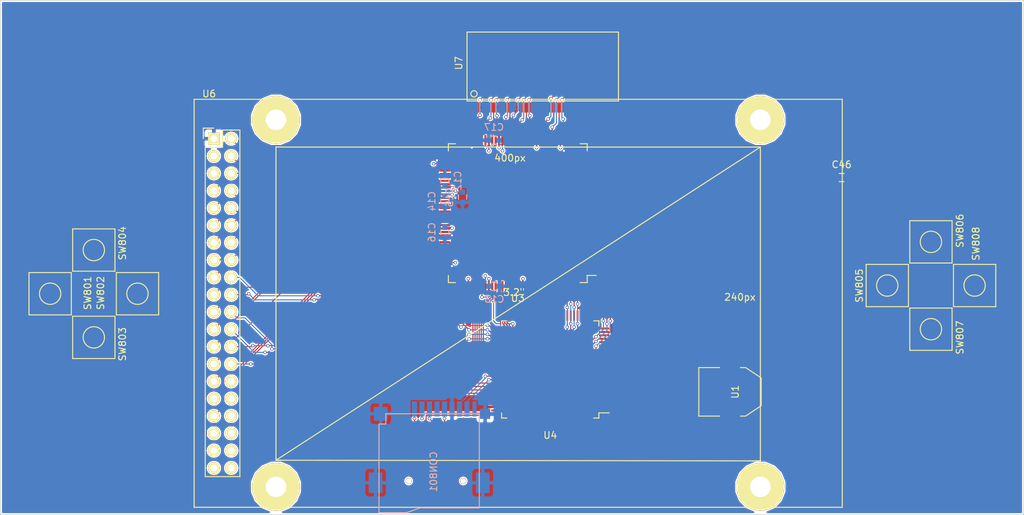
<source format=kicad_pcb>
(kicad_pcb (version 4) (host pcbnew "(2016-02-12 BZR 6554)-stable")

  (general
    (links 220)
    (no_connects 51)
    (area 55.549999 31.549999 205.650001 107.050001)
    (thickness 1.6)
    (drawings 4)
    (tracks 807)
    (zones 0)
    (modules 21)
    (nets 181)
  )

  (page A4)
  (layers
    (0 F.Cu signal)
    (31 B.Cu signal)
    (32 B.Adhes user)
    (33 F.Adhes user)
    (34 B.Paste user)
    (35 F.Paste user)
    (36 B.SilkS user)
    (37 F.SilkS user)
    (38 B.Mask user)
    (39 F.Mask user)
    (40 Dwgs.User user)
    (41 Cmts.User user)
    (42 Eco1.User user)
    (43 Eco2.User user)
    (44 Edge.Cuts user)
    (45 Margin user)
    (46 B.CrtYd user)
    (47 F.CrtYd user)
    (48 B.Fab user)
    (49 F.Fab user)
  )

  (setup
    (last_trace_width 0.153)
    (trace_clearance 0.153)
    (zone_clearance 0.2)
    (zone_45_only no)
    (trace_min 0.153)
    (segment_width 0.2)
    (edge_width 0.1)
    (via_size 0.5)
    (via_drill 0.3)
    (via_min_size 0.4)
    (via_min_drill 0.3)
    (uvia_size 0.3)
    (uvia_drill 0.1)
    (uvias_allowed no)
    (uvia_min_size 0.2)
    (uvia_min_drill 0.1)
    (pcb_text_width 0.3)
    (pcb_text_size 1.5 1.5)
    (mod_edge_width 0.15)
    (mod_text_size 1 1)
    (mod_text_width 0.15)
    (pad_size 1.5 1.5)
    (pad_drill 0.6)
    (pad_to_mask_clearance 0)
    (aux_axis_origin 0 0)
    (visible_elements FFFFFF7F)
    (pcbplotparams
      (layerselection 0x00030_ffffffff)
      (usegerberextensions false)
      (excludeedgelayer true)
      (linewidth 0.100000)
      (plotframeref false)
      (viasonmask false)
      (mode 1)
      (useauxorigin false)
      (hpglpennumber 1)
      (hpglpenspeed 20)
      (hpglpendiameter 15)
      (psnegative false)
      (psa4output false)
      (plotreference true)
      (plotvalue true)
      (plotinvisibletext false)
      (padsonsilk false)
      (subtractmaskfromsilk false)
      (outputformat 1)
      (mirror false)
      (drillshape 1)
      (scaleselection 1)
      (outputdirectory ""))
  )

  (net 0 "")
  (net 1 /FSMC/DA13)
  (net 2 /FSMC/E1_N)
  (net 3 "Net-(C4-Pad1)")
  (net 4 VFPGA33)
  (net 5 +1V2)
  (net 6 "Net-(R2-Pad2)")
  (net 7 "Net-(R3-Pad2)")
  (net 8 /FSMC/A23)
  (net 9 /FSMC/A19)
  (net 10 /FSMC/A20)
  (net 11 /FSMC/A21)
  (net 12 /FSMC/A22)
  (net 13 "Net-(U4-Pad7)")
  (net 14 "Net-(U4-Pad8)")
  (net 15 "Net-(U4-Pad9)")
  (net 16 "Net-(U4-Pad14)")
  (net 17 "Net-(U4-Pad23)")
  (net 18 "Net-(U4-Pad24)")
  (net 19 "Net-(U4-Pad25)")
  (net 20 "Net-(U4-Pad26)")
  (net 21 "Net-(U4-Pad29)")
  (net 22 "Net-(U4-Pad30)")
  (net 23 "Net-(U4-Pad31)")
  (net 24 "Net-(U4-Pad32)")
  (net 25 "Net-(U4-Pad33)")
  (net 26 "Net-(U4-Pad34)")
  (net 27 "Net-(U4-Pad35)")
  (net 28 "Net-(U4-Pad36)")
  (net 29 /FSMC/BOOT1)
  (net 30 /FSMC/DA4)
  (net 31 /FSMC/DA5)
  (net 32 /FSMC/DA6)
  (net 33 /FSMC/DA7)
  (net 34 /FSMC/DA8)
  (net 35 /FSMC/DA9)
  (net 36 /FSMC/DA10)
  (net 37 /FSMC/DA11)
  (net 38 /FSMC/DA12)
  (net 39 "Net-(U4-Pad47)")
  (net 40 "Net-(U4-Pad48)")
  (net 41 /FSMC/DA14)
  (net 42 /FSMC/DA15)
  (net 43 /FSMC/A16)
  (net 44 /FSMC/A17)
  (net 45 /FSMC/A18)
  (net 46 /FSMC/DA0)
  (net 47 /FSMC/DA1)
  (net 48 "Net-(U4-Pad71)")
  (net 49 /FSMC/DA2)
  (net 50 /FSMC/DA3)
  (net 51 /FSMC/CLK)
  (net 52 /FSMC/OE_N)
  (net 53 /FSMC/WE_N)
  (net 54 /FSMC/WAIT_N)
  (net 55 /FSMC/JTDO)
  (net 56 /FSMC/JRST_N)
  (net 57 "Net-(U4-Pad91)")
  (net 58 "Net-(U4-Pad92)")
  (net 59 /FSMC/ADV_N)
  (net 60 "Net-(U4-Pad94)")
  (net 61 "Net-(U4-Pad95)")
  (net 62 "Net-(U4-Pad96)")
  (net 63 /FSMC/BL0_N)
  (net 64 /FSMC/BL1_N)
  (net 65 VSTM33)
  (net 66 GND)
  (net 67 /powersupply/VCAP1)
  (net 68 /powersupply/VCAP2)
  (net 69 "Net-(U6-Pad5)")
  (net 70 "Net-(U6-Pad31)")
  (net 71 "Net-(U6-Pad35)")
  (net 72 "Net-(R14-Pad1)")
  (net 73 "Net-(U6-Pad38)")
  (net 74 "Net-(U6-Pad39)")
  (net 75 "Net-(U6-Pad40)")
  (net 76 /display/DB0)
  (net 77 /display/DB1)
  (net 78 /display/DB2)
  (net 79 /display/RS)
  (net 80 /display/DB3)
  (net 81 /display/WR)
  (net 82 /display/DB4)
  (net 83 /display/RD)
  (net 84 /display/DB5)
  (net 85 /display/DB8)
  (net 86 /display/DB6)
  (net 87 /display/DB9)
  (net 88 /display/DB7)
  (net 89 /display/DB10)
  (net 90 /display/DB11)
  (net 91 /display/DB12)
  (net 92 /display/DB13)
  (net 93 /display/DB14)
  (net 94 /display/DB15)
  (net 95 /display/CS)
  (net 96 /display/RST)
  (net 97 "Net-(U3-Pad73)")
  (net 98 /display/T_BUSY)
  (net 99 /display/T_IRQ)
  (net 100 /sdram/DQ0)
  (net 101 /sdram/DQ1)
  (net 102 /sdram/DQ2)
  (net 103 /sdram/DQ3)
  (net 104 /sdram/DQ4)
  (net 105 /sdram/DQ5)
  (net 106 /sdram/DQ6)
  (net 107 /sdram/DQ7)
  (net 108 /sdram/DQML)
  (net 109 /sdram/WE)
  (net 110 /sdram/CAS)
  (net 111 /sdram/RAS)
  (net 112 /sdram/CS)
  (net 113 /sdram/BA0)
  (net 114 /sdram/BA1)
  (net 115 /sdram/A10)
  (net 116 /sdram/A0)
  (net 117 /sdram/A1)
  (net 118 /sdram/A2)
  (net 119 /sdram/A3)
  (net 120 /sdram/A4)
  (net 121 /sdram/A5)
  (net 122 /sdram/A6)
  (net 123 /sdram/A7)
  (net 124 /sdram/A8)
  (net 125 /sdram/A9)
  (net 126 /sdram/A11)
  (net 127 "Net-(U7-Pad36)")
  (net 128 /sdram/CKE)
  (net 129 /sdram/CLK)
  (net 130 /sdram/DQMH)
  (net 131 "Net-(U7-Pad40)")
  (net 132 /sdram/DQ8)
  (net 133 /sdram/DQ9)
  (net 134 /sdram/DQ10)
  (net 135 /sdram/DQ11)
  (net 136 /sdram/DQ12)
  (net 137 /sdram/DQ13)
  (net 138 /sdram/DQ14)
  (net 139 /sdram/DQ15)
  (net 140 "Net-(U3-Pad10)")
  (net 141 "Net-(U3-Pad11)")
  (net 142 "Net-(U3-Pad13)")
  (net 143 "Net-(U3-Pad15)")
  (net 144 "Net-(U3-Pad16)")
  (net 145 "Net-(U3-Pad17)")
  (net 146 "Net-(U3-Pad18)")
  (net 147 "Net-(U3-Pad114)")
  (net 148 "Net-(U3-Pad115)")
  (net 149 /sdcard/SDIO_D3)
  (net 150 /sdcard/SDIO_CLK)
  (net 151 /sdcard/SDIO_D0)
  (net 152 /sdcard/SDIO_D1)
  (net 153 /sdcard/SDIO_D2)
  (net 154 /debug/FTMS)
  (net 155 /debug/FTDI)
  (net 156 /debug/FTCK)
  (net 157 /debug/FTDO)
  (net 158 /debug/OSCIN)
  (net 159 /debug/OSCOUT)
  (net 160 /FSMC/SDIO_CMD)
  (net 161 /userif/SW_LEFT)
  (net 162 /userif/SW_UP)
  (net 163 /userif/SW_DOWN)
  (net 164 /userif/SW_RIGHT)
  (net 165 /FSMC/T_CS)
  (net 166 /FSMC/T_CLK)
  (net 167 /FSMC/T_DOUT)
  (net 168 /FSMC/T_DIN)
  (net 169 "Net-(U6-Pad30)")
  (net 170 "Net-(U6-Pad32)")
  (net 171 "Net-(U6-Pad34)")
  (net 172 "Net-(U6-Pad36)")
  (net 173 /userif/JTMS)
  (net 174 /userif/JTCK)
  (net 175 /userif/JTDI)
  (net 176 /sdcard/SW_B)
  (net 177 /sdcard/SW_A)
  (net 178 /sdcard/SW_C)
  (net 179 /sdcard/SW_D)
  (net 180 "Net-(CON801-Pad9)")

  (net_class Default "This is the default net class."
    (clearance 0.153)
    (trace_width 0.153)
    (via_dia 0.5)
    (via_drill 0.3)
    (uvia_dia 0.3)
    (uvia_drill 0.1)
    (add_net +1V2)
    (add_net /FSMC/A16)
    (add_net /FSMC/A17)
    (add_net /FSMC/A18)
    (add_net /FSMC/A19)
    (add_net /FSMC/A20)
    (add_net /FSMC/A21)
    (add_net /FSMC/A22)
    (add_net /FSMC/A23)
    (add_net /FSMC/ADV_N)
    (add_net /FSMC/BL0_N)
    (add_net /FSMC/BL1_N)
    (add_net /FSMC/BOOT1)
    (add_net /FSMC/CLK)
    (add_net /FSMC/DA0)
    (add_net /FSMC/DA1)
    (add_net /FSMC/DA10)
    (add_net /FSMC/DA11)
    (add_net /FSMC/DA12)
    (add_net /FSMC/DA13)
    (add_net /FSMC/DA14)
    (add_net /FSMC/DA15)
    (add_net /FSMC/DA2)
    (add_net /FSMC/DA3)
    (add_net /FSMC/DA4)
    (add_net /FSMC/DA5)
    (add_net /FSMC/DA6)
    (add_net /FSMC/DA7)
    (add_net /FSMC/DA8)
    (add_net /FSMC/DA9)
    (add_net /FSMC/E1_N)
    (add_net /FSMC/JRST_N)
    (add_net /FSMC/JTDO)
    (add_net /FSMC/OE_N)
    (add_net /FSMC/SDIO_CMD)
    (add_net /FSMC/T_CLK)
    (add_net /FSMC/T_CS)
    (add_net /FSMC/T_DIN)
    (add_net /FSMC/T_DOUT)
    (add_net /FSMC/WAIT_N)
    (add_net /FSMC/WE_N)
    (add_net /debug/FTCK)
    (add_net /debug/FTDI)
    (add_net /debug/FTDO)
    (add_net /debug/FTMS)
    (add_net /debug/OSCIN)
    (add_net /debug/OSCOUT)
    (add_net /display/CS)
    (add_net /display/DB0)
    (add_net /display/DB1)
    (add_net /display/DB10)
    (add_net /display/DB11)
    (add_net /display/DB12)
    (add_net /display/DB13)
    (add_net /display/DB14)
    (add_net /display/DB15)
    (add_net /display/DB2)
    (add_net /display/DB3)
    (add_net /display/DB4)
    (add_net /display/DB5)
    (add_net /display/DB6)
    (add_net /display/DB7)
    (add_net /display/DB8)
    (add_net /display/DB9)
    (add_net /display/RD)
    (add_net /display/RS)
    (add_net /display/RST)
    (add_net /display/T_BUSY)
    (add_net /display/T_IRQ)
    (add_net /display/WR)
    (add_net /powersupply/VCAP1)
    (add_net /powersupply/VCAP2)
    (add_net /sdcard/SDIO_CLK)
    (add_net /sdcard/SDIO_D0)
    (add_net /sdcard/SDIO_D1)
    (add_net /sdcard/SDIO_D2)
    (add_net /sdcard/SDIO_D3)
    (add_net /sdcard/SW_A)
    (add_net /sdcard/SW_B)
    (add_net /sdcard/SW_C)
    (add_net /sdcard/SW_D)
    (add_net /sdram/A0)
    (add_net /sdram/A1)
    (add_net /sdram/A10)
    (add_net /sdram/A11)
    (add_net /sdram/A2)
    (add_net /sdram/A3)
    (add_net /sdram/A4)
    (add_net /sdram/A5)
    (add_net /sdram/A6)
    (add_net /sdram/A7)
    (add_net /sdram/A8)
    (add_net /sdram/A9)
    (add_net /sdram/BA0)
    (add_net /sdram/BA1)
    (add_net /sdram/CAS)
    (add_net /sdram/CKE)
    (add_net /sdram/CLK)
    (add_net /sdram/CS)
    (add_net /sdram/DQ0)
    (add_net /sdram/DQ1)
    (add_net /sdram/DQ10)
    (add_net /sdram/DQ11)
    (add_net /sdram/DQ12)
    (add_net /sdram/DQ13)
    (add_net /sdram/DQ14)
    (add_net /sdram/DQ15)
    (add_net /sdram/DQ2)
    (add_net /sdram/DQ3)
    (add_net /sdram/DQ4)
    (add_net /sdram/DQ5)
    (add_net /sdram/DQ6)
    (add_net /sdram/DQ7)
    (add_net /sdram/DQ8)
    (add_net /sdram/DQ9)
    (add_net /sdram/DQMH)
    (add_net /sdram/DQML)
    (add_net /sdram/RAS)
    (add_net /sdram/WE)
    (add_net /userif/JTCK)
    (add_net /userif/JTDI)
    (add_net /userif/JTMS)
    (add_net /userif/SW_DOWN)
    (add_net /userif/SW_LEFT)
    (add_net /userif/SW_RIGHT)
    (add_net /userif/SW_UP)
    (add_net GND)
    (add_net "Net-(C4-Pad1)")
    (add_net "Net-(CON801-Pad9)")
    (add_net "Net-(R14-Pad1)")
    (add_net "Net-(R2-Pad2)")
    (add_net "Net-(R3-Pad2)")
    (add_net "Net-(U3-Pad10)")
    (add_net "Net-(U3-Pad11)")
    (add_net "Net-(U3-Pad114)")
    (add_net "Net-(U3-Pad115)")
    (add_net "Net-(U3-Pad13)")
    (add_net "Net-(U3-Pad15)")
    (add_net "Net-(U3-Pad16)")
    (add_net "Net-(U3-Pad17)")
    (add_net "Net-(U3-Pad18)")
    (add_net "Net-(U3-Pad73)")
    (add_net "Net-(U4-Pad14)")
    (add_net "Net-(U4-Pad23)")
    (add_net "Net-(U4-Pad24)")
    (add_net "Net-(U4-Pad25)")
    (add_net "Net-(U4-Pad26)")
    (add_net "Net-(U4-Pad29)")
    (add_net "Net-(U4-Pad30)")
    (add_net "Net-(U4-Pad31)")
    (add_net "Net-(U4-Pad32)")
    (add_net "Net-(U4-Pad33)")
    (add_net "Net-(U4-Pad34)")
    (add_net "Net-(U4-Pad35)")
    (add_net "Net-(U4-Pad36)")
    (add_net "Net-(U4-Pad47)")
    (add_net "Net-(U4-Pad48)")
    (add_net "Net-(U4-Pad7)")
    (add_net "Net-(U4-Pad71)")
    (add_net "Net-(U4-Pad8)")
    (add_net "Net-(U4-Pad9)")
    (add_net "Net-(U4-Pad91)")
    (add_net "Net-(U4-Pad92)")
    (add_net "Net-(U4-Pad94)")
    (add_net "Net-(U4-Pad95)")
    (add_net "Net-(U4-Pad96)")
    (add_net "Net-(U6-Pad30)")
    (add_net "Net-(U6-Pad31)")
    (add_net "Net-(U6-Pad32)")
    (add_net "Net-(U6-Pad34)")
    (add_net "Net-(U6-Pad35)")
    (add_net "Net-(U6-Pad36)")
    (add_net "Net-(U6-Pad38)")
    (add_net "Net-(U6-Pad39)")
    (add_net "Net-(U6-Pad40)")
    (add_net "Net-(U6-Pad5)")
    (add_net "Net-(U7-Pad36)")
    (add_net "Net-(U7-Pad40)")
    (add_net VFPGA33)
    (add_net VSTM33)
  )

  (module itead-display:ITDB02-3.2WD (layer F.Cu) (tedit 56C6AB88) (tstamp 56C69EE3)
    (at 86.9 51.879)
    (path /563244F7/56C57ED6)
    (fp_text reference U6 (at -0.7 -6.575) (layer F.SilkS)
      (effects (font (size 1 1) (thickness 0.15)))
    )
    (fp_text value ITDB02-3.2WD (at 9.3 -6.575) (layer F.Fab)
      (effects (font (size 1 1) (thickness 0.15)))
    )
    (fp_text user 240px (at 77.1 23.225) (layer F.SilkS)
      (effects (font (size 1 1) (thickness 0.15)))
    )
    (fp_text user 400px (at 43.4 2.825) (layer F.SilkS)
      (effects (font (size 1 1) (thickness 0.15)))
    )
    (fp_text user 3.2" (at 44 22.525) (layer F.SilkS)
      (effects (font (size 1 1) (thickness 0.15)))
    )
    (fp_line (start 9.1 47.125) (end 80.1 1.225) (layer F.SilkS) (width 0.15))
    (fp_line (start 9.1 47.125) (end 9.1 1.225) (layer F.SilkS) (width 0.15))
    (fp_line (start 80.1 47.225) (end 9.1 47.125) (layer F.SilkS) (width 0.15))
    (fp_line (start 80.1 1.225) (end 80.1 47.225) (layer F.SilkS) (width 0.15))
    (fp_line (start 9.1 1.225) (end 80.1 1.225) (layer F.SilkS) (width 0.15))
    (fp_line (start -2.9 54.025) (end -2.9 -5.775) (layer F.SilkS) (width 0.15))
    (fp_line (start 92.1 54.025) (end -2.9 54.025) (layer F.SilkS) (width 0.15))
    (fp_line (start 92.1 -5.775) (end 92.1 54.025) (layer F.SilkS) (width 0.15))
    (fp_line (start -2.9 -5.775) (end 92.1 -5.775) (layer F.SilkS) (width 0.15))
    (fp_line (start -1.75 -1.7504) (end -1.75 50.0496) (layer F.CrtYd) (width 0.05))
    (fp_line (start 4.3 -1.7504) (end 4.3 50.0496) (layer F.CrtYd) (width 0.05))
    (fp_line (start -1.75 -1.7504) (end 4.3 -1.7504) (layer F.CrtYd) (width 0.05))
    (fp_line (start -1.75 50.0496) (end 4.3 50.0496) (layer F.CrtYd) (width 0.05))
    (fp_line (start 3.81 49.5296) (end 3.81 -1.2704) (layer F.SilkS) (width 0.15))
    (fp_line (start -1.27 1.2696) (end -1.27 49.5296) (layer F.SilkS) (width 0.15))
    (fp_line (start 3.81 49.5296) (end -1.27 49.5296) (layer F.SilkS) (width 0.15))
    (fp_line (start 3.81 -1.2704) (end 1.27 -1.2704) (layer F.SilkS) (width 0.15))
    (fp_line (start 0 -1.5504) (end -1.55 -1.5504) (layer F.SilkS) (width 0.15))
    (fp_line (start 1.27 -1.2704) (end 1.27 1.2696) (layer F.SilkS) (width 0.15))
    (fp_line (start 1.27 1.2696) (end -1.27 1.2696) (layer F.SilkS) (width 0.15))
    (fp_line (start -1.55 -1.5504) (end -1.55 -0.0004) (layer F.SilkS) (width 0.15))
    (pad 1 thru_hole rect (at 0 -0.0004) (size 1.7272 1.7272) (drill 1.016) (layers *.Cu *.Mask F.SilkS)
      (net 66 GND))
    (pad 2 thru_hole oval (at 2.54 -0.0004) (size 1.7272 1.7272) (drill 1.016) (layers *.Cu *.Mask F.SilkS)
      (net 76 /display/DB0))
    (pad 3 thru_hole oval (at 0 2.5396) (size 1.7272 1.7272) (drill 1.016) (layers *.Cu *.Mask F.SilkS)
      (net 4 VFPGA33))
    (pad 4 thru_hole oval (at 2.54 2.5396) (size 1.7272 1.7272) (drill 1.016) (layers *.Cu *.Mask F.SilkS)
      (net 77 /display/DB1))
    (pad 5 thru_hole oval (at 0 5.0796) (size 1.7272 1.7272) (drill 1.016) (layers *.Cu *.Mask F.SilkS)
      (net 69 "Net-(U6-Pad5)"))
    (pad 6 thru_hole oval (at 2.54 5.0796) (size 1.7272 1.7272) (drill 1.016) (layers *.Cu *.Mask F.SilkS)
      (net 78 /display/DB2))
    (pad 7 thru_hole oval (at 0 7.6196) (size 1.7272 1.7272) (drill 1.016) (layers *.Cu *.Mask F.SilkS)
      (net 79 /display/RS))
    (pad 8 thru_hole oval (at 2.54 7.6196) (size 1.7272 1.7272) (drill 1.016) (layers *.Cu *.Mask F.SilkS)
      (net 80 /display/DB3))
    (pad 9 thru_hole oval (at 0 10.1596) (size 1.7272 1.7272) (drill 1.016) (layers *.Cu *.Mask F.SilkS)
      (net 81 /display/WR))
    (pad 10 thru_hole oval (at 2.54 10.1596) (size 1.7272 1.7272) (drill 1.016) (layers *.Cu *.Mask F.SilkS)
      (net 82 /display/DB4))
    (pad 11 thru_hole oval (at 0 12.6996) (size 1.7272 1.7272) (drill 1.016) (layers *.Cu *.Mask F.SilkS)
      (net 83 /display/RD))
    (pad 12 thru_hole oval (at 2.54 12.6996) (size 1.7272 1.7272) (drill 1.016) (layers *.Cu *.Mask F.SilkS)
      (net 84 /display/DB5))
    (pad 13 thru_hole oval (at 0 15.2396) (size 1.7272 1.7272) (drill 1.016) (layers *.Cu *.Mask F.SilkS)
      (net 85 /display/DB8))
    (pad 14 thru_hole oval (at 2.54 15.2396) (size 1.7272 1.7272) (drill 1.016) (layers *.Cu *.Mask F.SilkS)
      (net 86 /display/DB6))
    (pad 15 thru_hole oval (at 0 17.7796) (size 1.7272 1.7272) (drill 1.016) (layers *.Cu *.Mask F.SilkS)
      (net 87 /display/DB9))
    (pad 16 thru_hole oval (at 2.54 17.7796) (size 1.7272 1.7272) (drill 1.016) (layers *.Cu *.Mask F.SilkS)
      (net 88 /display/DB7))
    (pad 17 thru_hole oval (at 0 20.3196) (size 1.7272 1.7272) (drill 1.016) (layers *.Cu *.Mask F.SilkS)
      (net 89 /display/DB10))
    (pad 18 thru_hole oval (at 2.54 20.3196) (size 1.7272 1.7272) (drill 1.016) (layers *.Cu *.Mask F.SilkS)
      (net 166 /FSMC/T_CLK))
    (pad 19 thru_hole oval (at 0 22.8596) (size 1.7272 1.7272) (drill 1.016) (layers *.Cu *.Mask F.SilkS)
      (net 90 /display/DB11))
    (pad 20 thru_hole oval (at 2.54 22.8596) (size 1.7272 1.7272) (drill 1.016) (layers *.Cu *.Mask F.SilkS)
      (net 165 /FSMC/T_CS))
    (pad 21 thru_hole oval (at 0 25.3996) (size 1.7272 1.7272) (drill 1.016) (layers *.Cu *.Mask F.SilkS)
      (net 91 /display/DB12))
    (pad 22 thru_hole oval (at 2.54 25.3996) (size 1.7272 1.7272) (drill 1.016) (layers *.Cu *.Mask F.SilkS)
      (net 168 /FSMC/T_DIN))
    (pad 23 thru_hole oval (at 0 27.9396) (size 1.7272 1.7272) (drill 1.016) (layers *.Cu *.Mask F.SilkS)
      (net 92 /display/DB13))
    (pad 24 thru_hole oval (at 2.54 27.9396) (size 1.7272 1.7272) (drill 1.016) (layers *.Cu *.Mask F.SilkS)
      (net 98 /display/T_BUSY))
    (pad 25 thru_hole oval (at 0 30.4796) (size 1.7272 1.7272) (drill 1.016) (layers *.Cu *.Mask F.SilkS)
      (net 93 /display/DB14))
    (pad 26 thru_hole oval (at 2.54 30.4796) (size 1.7272 1.7272) (drill 1.016) (layers *.Cu *.Mask F.SilkS)
      (net 167 /FSMC/T_DOUT))
    (pad 27 thru_hole oval (at 0 33.0196) (size 1.7272 1.7272) (drill 1.016) (layers *.Cu *.Mask F.SilkS)
      (net 94 /display/DB15))
    (pad 28 thru_hole oval (at 2.54 33.0196) (size 1.7272 1.7272) (drill 1.016) (layers *.Cu *.Mask F.SilkS)
      (net 99 /display/T_IRQ))
    (pad 29 thru_hole oval (at 0 35.5596) (size 1.7272 1.7272) (drill 1.016) (layers *.Cu *.Mask F.SilkS)
      (net 95 /display/CS))
    (pad 30 thru_hole oval (at 2.54 35.5596) (size 1.7272 1.7272) (drill 1.016) (layers *.Cu *.Mask F.SilkS)
      (net 169 "Net-(U6-Pad30)"))
    (pad 31 thru_hole oval (at 0 38.0996) (size 1.7272 1.7272) (drill 1.016) (layers *.Cu *.Mask F.SilkS)
      (net 70 "Net-(U6-Pad31)"))
    (pad 32 thru_hole oval (at 2.54 38.0996) (size 1.7272 1.7272) (drill 1.016) (layers *.Cu *.Mask F.SilkS)
      (net 170 "Net-(U6-Pad32)"))
    (pad 33 thru_hole oval (at 0 40.6396) (size 1.7272 1.7272) (drill 1.016) (layers *.Cu *.Mask F.SilkS)
      (net 96 /display/RST))
    (pad 34 thru_hole oval (at 2.54 40.6396) (size 1.7272 1.7272) (drill 1.016) (layers *.Cu *.Mask F.SilkS)
      (net 171 "Net-(U6-Pad34)"))
    (pad 35 thru_hole oval (at 0 43.1796) (size 1.7272 1.7272) (drill 1.016) (layers *.Cu *.Mask F.SilkS)
      (net 71 "Net-(U6-Pad35)"))
    (pad 36 thru_hole oval (at 2.54 43.1796) (size 1.7272 1.7272) (drill 1.016) (layers *.Cu *.Mask F.SilkS)
      (net 172 "Net-(U6-Pad36)"))
    (pad 37 thru_hole oval (at 0 45.7196) (size 1.7272 1.7272) (drill 1.016) (layers *.Cu *.Mask F.SilkS)
      (net 72 "Net-(R14-Pad1)"))
    (pad 38 thru_hole oval (at 2.54 45.7196) (size 1.7272 1.7272) (drill 1.016) (layers *.Cu *.Mask F.SilkS)
      (net 73 "Net-(U6-Pad38)"))
    (pad 39 thru_hole oval (at 0 48.2596) (size 1.7272 1.7272) (drill 1.016) (layers *.Cu *.Mask F.SilkS)
      (net 74 "Net-(U6-Pad39)"))
    (pad 40 thru_hole oval (at 2.54 48.2596) (size 1.7272 1.7272) (drill 1.016) (layers *.Cu *.Mask F.SilkS)
      (net 75 "Net-(U6-Pad40)"))
    (pad "" np_thru_hole circle (at 9.1 -2.775) (size 7 7) (drill 3) (layers *.Cu *.Mask F.SilkS))
    (pad "" np_thru_hole circle (at 9.1 51.025) (size 7 7) (drill 3) (layers *.Cu *.Mask F.SilkS))
    (pad "" np_thru_hole circle (at 80.1 -2.775) (size 7 7) (drill 3) (layers *.Cu *.Mask F.SilkS))
    (pad "" np_thru_hole circle (at 80.1 51.025) (size 7 7) (drill 3) (layers *.Cu *.Mask F.SilkS))
    (model Pin_Headers.3dshapes/Pin_Header_Straight_2x20.wrl
      (at (xyz 0.05 -0.95 0))
      (scale (xyz 1 1 1))
      (rotate (xyz 0 0 90))
    )
  )

  (module smd:TSOP-54 (layer F.Cu) (tedit 56C6D015) (tstamp 56C6E984)
    (at 124.7 47.3)
    (path /563244F7/56C702B2)
    (fp_text reference U7 (at -1.9 -6.5 90) (layer F.SilkS)
      (effects (font (size 1 1) (thickness 0.15)))
    )
    (fp_text value IS42S16800F (at 10.05 -5.8) (layer F.Fab)
      (effects (font (size 1 1) (thickness 0.15)))
    )
    (fp_circle (center 0.323502 -2) (end 0.55 -1.6) (layer F.SilkS) (width 0.15))
    (fp_line (start 21.5 -11.05) (end -0.7 -11.05) (layer F.SilkS) (width 0.15))
    (fp_line (start 21.5 -0.95) (end 21.5 -11.05) (layer F.SilkS) (width 0.15))
    (fp_line (start -0.7 -0.95) (end 21.5 -0.95) (layer F.SilkS) (width 0.15))
    (fp_line (start -0.7 -11.05) (end -0.7 -0.95) (layer F.SilkS) (width 0.15))
    (pad 1 smd rect (at 0 0) (size 0.55 1.5) (layers F.Cu F.Paste F.Mask)
      (net 4 VFPGA33))
    (pad 2 smd rect (at 0.8 0) (size 0.55 1.5) (layers F.Cu F.Paste F.Mask)
      (net 100 /sdram/DQ0))
    (pad 3 smd rect (at 1.6 0) (size 0.55 1.5) (layers F.Cu F.Paste F.Mask)
      (net 66 GND))
    (pad 4 smd rect (at 2.4 0) (size 0.55 1.5) (layers F.Cu F.Paste F.Mask)
      (net 101 /sdram/DQ1))
    (pad 5 smd rect (at 3.2 0) (size 0.55 1.5) (layers F.Cu F.Paste F.Mask)
      (net 102 /sdram/DQ2))
    (pad 6 smd rect (at 4 0) (size 0.55 1.5) (layers F.Cu F.Paste F.Mask)
      (net 66 GND))
    (pad 7 smd rect (at 4.8 0) (size 0.55 1.5) (layers F.Cu F.Paste F.Mask)
      (net 103 /sdram/DQ3))
    (pad 8 smd rect (at 5.6 0) (size 0.55 1.5) (layers F.Cu F.Paste F.Mask)
      (net 104 /sdram/DQ4))
    (pad 9 smd rect (at 6.4 0) (size 0.55 1.5) (layers F.Cu F.Paste F.Mask)
      (net 66 GND))
    (pad 10 smd rect (at 7.2 0) (size 0.55 1.5) (layers F.Cu F.Paste F.Mask)
      (net 105 /sdram/DQ5))
    (pad 11 smd rect (at 8 0) (size 0.55 1.5) (layers F.Cu F.Paste F.Mask)
      (net 106 /sdram/DQ6))
    (pad 12 smd rect (at 8.8 0) (size 0.55 1.5) (layers F.Cu F.Paste F.Mask)
      (net 66 GND))
    (pad 13 smd rect (at 9.6 0) (size 0.55 1.5) (layers F.Cu F.Paste F.Mask)
      (net 107 /sdram/DQ7))
    (pad 14 smd rect (at 10.4 0) (size 0.55 1.5) (layers F.Cu F.Paste F.Mask)
      (net 4 VFPGA33))
    (pad 15 smd rect (at 11.2 0) (size 0.55 1.5) (layers F.Cu F.Paste F.Mask)
      (net 108 /sdram/DQML))
    (pad 16 smd rect (at 12 0) (size 0.55 1.5) (layers F.Cu F.Paste F.Mask)
      (net 109 /sdram/WE))
    (pad 17 smd rect (at 12.8 0) (size 0.55 1.5) (layers F.Cu F.Paste F.Mask)
      (net 110 /sdram/CAS))
    (pad 18 smd rect (at 13.6 0) (size 0.55 1.5) (layers F.Cu F.Paste F.Mask)
      (net 111 /sdram/RAS))
    (pad 19 smd rect (at 14.4 0) (size 0.55 1.5) (layers F.Cu F.Paste F.Mask)
      (net 112 /sdram/CS))
    (pad 20 smd rect (at 15.2 0) (size 0.55 1.5) (layers F.Cu F.Paste F.Mask)
      (net 113 /sdram/BA0))
    (pad 21 smd rect (at 16 0) (size 0.55 1.5) (layers F.Cu F.Paste F.Mask)
      (net 114 /sdram/BA1))
    (pad 22 smd rect (at 16.8 0) (size 0.55 1.5) (layers F.Cu F.Paste F.Mask)
      (net 115 /sdram/A10))
    (pad 23 smd rect (at 17.6 0) (size 0.55 1.5) (layers F.Cu F.Paste F.Mask)
      (net 116 /sdram/A0))
    (pad 24 smd rect (at 18.4 0) (size 0.55 1.5) (layers F.Cu F.Paste F.Mask)
      (net 117 /sdram/A1))
    (pad 25 smd rect (at 19.2 0) (size 0.55 1.5) (layers F.Cu F.Paste F.Mask)
      (net 118 /sdram/A2))
    (pad 26 smd rect (at 20 0) (size 0.55 1.5) (layers F.Cu F.Paste F.Mask)
      (net 119 /sdram/A3))
    (pad 27 smd rect (at 20.8 0) (size 0.55 1.5) (layers F.Cu F.Paste F.Mask)
      (net 4 VFPGA33))
    (pad 28 smd rect (at 20.8 -12) (size 0.55 1.5) (layers F.Cu F.Paste F.Mask)
      (net 4 VFPGA33))
    (pad 29 smd rect (at 20 -12) (size 0.55 1.5) (layers F.Cu F.Paste F.Mask)
      (net 120 /sdram/A4))
    (pad 30 smd rect (at 19.2 -12) (size 0.55 1.5) (layers F.Cu F.Paste F.Mask)
      (net 121 /sdram/A5))
    (pad 31 smd rect (at 18.4 -12) (size 0.55 1.5) (layers F.Cu F.Paste F.Mask)
      (net 122 /sdram/A6))
    (pad 32 smd rect (at 17.6 -12) (size 0.55 1.5) (layers F.Cu F.Paste F.Mask)
      (net 123 /sdram/A7))
    (pad 33 smd rect (at 16.8 -12) (size 0.55 1.5) (layers F.Cu F.Paste F.Mask)
      (net 124 /sdram/A8))
    (pad 34 smd rect (at 16 -12) (size 0.55 1.5) (layers F.Cu F.Paste F.Mask)
      (net 125 /sdram/A9))
    (pad 35 smd rect (at 15.2 -12) (size 0.55 1.5) (layers F.Cu F.Paste F.Mask)
      (net 126 /sdram/A11))
    (pad 36 smd rect (at 14.4 -12) (size 0.55 1.5) (layers F.Cu F.Paste F.Mask)
      (net 127 "Net-(U7-Pad36)"))
    (pad 37 smd rect (at 13.6 -12) (size 0.55 1.5) (layers F.Cu F.Paste F.Mask)
      (net 128 /sdram/CKE))
    (pad 38 smd rect (at 12.8 -12) (size 0.55 1.5) (layers F.Cu F.Paste F.Mask)
      (net 129 /sdram/CLK))
    (pad 39 smd rect (at 12 -12) (size 0.55 1.5) (layers F.Cu F.Paste F.Mask)
      (net 130 /sdram/DQMH))
    (pad 40 smd rect (at 11.2 -12) (size 0.55 1.5) (layers F.Cu F.Paste F.Mask)
      (net 131 "Net-(U7-Pad40)"))
    (pad 41 smd rect (at 10.4 -12) (size 0.55 1.5) (layers F.Cu F.Paste F.Mask)
      (net 4 VFPGA33))
    (pad 42 smd rect (at 9.6 -12) (size 0.55 1.5) (layers F.Cu F.Paste F.Mask)
      (net 132 /sdram/DQ8))
    (pad 43 smd rect (at 8.8 -12) (size 0.55 1.5) (layers F.Cu F.Paste F.Mask)
      (net 66 GND))
    (pad 44 smd rect (at 8 -12) (size 0.55 1.5) (layers F.Cu F.Paste F.Mask)
      (net 133 /sdram/DQ9))
    (pad 45 smd rect (at 7.2 -12) (size 0.55 1.5) (layers F.Cu F.Paste F.Mask)
      (net 134 /sdram/DQ10))
    (pad 46 smd rect (at 6.4 -12) (size 0.55 1.5) (layers F.Cu F.Paste F.Mask)
      (net 66 GND))
    (pad 47 smd rect (at 5.6 -12) (size 0.55 1.5) (layers F.Cu F.Paste F.Mask)
      (net 135 /sdram/DQ11))
    (pad 48 smd rect (at 4.8 -12) (size 0.55 1.5) (layers F.Cu F.Paste F.Mask)
      (net 136 /sdram/DQ12))
    (pad 49 smd rect (at 4 -12) (size 0.55 1.5) (layers F.Cu F.Paste F.Mask)
      (net 66 GND))
    (pad 50 smd rect (at 3.2 -12) (size 0.55 1.5) (layers F.Cu F.Paste F.Mask)
      (net 137 /sdram/DQ13))
    (pad 51 smd rect (at 2.4 -12) (size 0.55 1.5) (layers F.Cu F.Paste F.Mask)
      (net 138 /sdram/DQ14))
    (pad 52 smd rect (at 1.6 -12) (size 0.55 1.5) (layers F.Cu F.Paste F.Mask)
      (net 66 GND))
    (pad 53 smd rect (at 0.8 -12) (size 0.55 1.5) (layers F.Cu F.Paste F.Mask)
      (net 139 /sdram/DQ15))
    (pad 54 smd rect (at 0 -12) (size 0.55 1.5) (layers F.Cu F.Paste F.Mask)
      (net 4 VFPGA33))
  )

  (module Housings_QFP:LQFP-144_20x20mm_Pitch0.5mm (layer F.Cu) (tedit 54130A77) (tstamp 56C45027)
    (at 131.443728 62.795542 180)
    (descr "144-Lead Plastic Low Profile Quad Flatpack (PL) - 20x20x1.40 mm Body [LQFP], 2.00 mm Footprint (see Microchip Packaging Specification 00000049BS.pdf)")
    (tags "QFP 0.5")
    (path /563244F7/56323459)
    (attr smd)
    (fp_text reference U3 (at 0 -12.475 180) (layer F.SilkS)
      (effects (font (size 1 1) (thickness 0.15)))
    )
    (fp_text value LFXP2-5E-6TN144C (at 0 12.475 180) (layer F.Fab)
      (effects (font (size 1 1) (thickness 0.15)))
    )
    (fp_line (start -11.75 -11.75) (end -11.75 11.75) (layer F.CrtYd) (width 0.05))
    (fp_line (start 11.75 -11.75) (end 11.75 11.75) (layer F.CrtYd) (width 0.05))
    (fp_line (start -11.75 -11.75) (end 11.75 -11.75) (layer F.CrtYd) (width 0.05))
    (fp_line (start -11.75 11.75) (end 11.75 11.75) (layer F.CrtYd) (width 0.05))
    (fp_line (start -10.175 -10.175) (end -10.175 -9.125) (layer F.SilkS) (width 0.15))
    (fp_line (start 10.175 -10.175) (end 10.175 -9.125) (layer F.SilkS) (width 0.15))
    (fp_line (start 10.175 10.175) (end 10.175 9.125) (layer F.SilkS) (width 0.15))
    (fp_line (start -10.175 10.175) (end -10.175 9.125) (layer F.SilkS) (width 0.15))
    (fp_line (start -10.175 -10.175) (end -9.125 -10.175) (layer F.SilkS) (width 0.15))
    (fp_line (start -10.175 10.175) (end -9.125 10.175) (layer F.SilkS) (width 0.15))
    (fp_line (start 10.175 10.175) (end 9.125 10.175) (layer F.SilkS) (width 0.15))
    (fp_line (start 10.175 -10.175) (end 9.125 -10.175) (layer F.SilkS) (width 0.15))
    (fp_line (start -10.175 -9.125) (end -11.475 -9.125) (layer F.SilkS) (width 0.15))
    (pad 1 smd rect (at -10.7 -8.75 180) (size 1.55 0.3) (layers F.Cu F.Paste F.Mask)
      (net 63 /FSMC/BL0_N))
    (pad 2 smd rect (at -10.7 -8.25 180) (size 1.55 0.3) (layers F.Cu F.Paste F.Mask)
      (net 64 /FSMC/BL1_N))
    (pad 3 smd rect (at -10.7 -7.75 180) (size 1.55 0.3) (layers F.Cu F.Paste F.Mask)
      (net 66 GND))
    (pad 4 smd rect (at -10.7 -7.25 180) (size 1.55 0.3) (layers F.Cu F.Paste F.Mask)
      (net 4 VFPGA33))
    (pad 5 smd rect (at -10.7 -6.75 180) (size 1.55 0.3) (layers F.Cu F.Paste F.Mask)
      (net 8 /FSMC/A23))
    (pad 6 smd rect (at -10.7 -6.25 180) (size 1.55 0.3) (layers F.Cu F.Paste F.Mask)
      (net 9 /FSMC/A19))
    (pad 7 smd rect (at -10.7 -5.75 180) (size 1.55 0.3) (layers F.Cu F.Paste F.Mask)
      (net 10 /FSMC/A20))
    (pad 8 smd rect (at -10.7 -5.25 180) (size 1.55 0.3) (layers F.Cu F.Paste F.Mask)
      (net 11 /FSMC/A21))
    (pad 9 smd rect (at -10.7 -4.75 180) (size 1.55 0.3) (layers F.Cu F.Paste F.Mask)
      (net 12 /FSMC/A22))
    (pad 10 smd rect (at -10.7 -4.25 180) (size 1.55 0.3) (layers F.Cu F.Paste F.Mask)
      (net 140 "Net-(U3-Pad10)"))
    (pad 11 smd rect (at -10.7 -3.75 180) (size 1.55 0.3) (layers F.Cu F.Paste F.Mask)
      (net 141 "Net-(U3-Pad11)"))
    (pad 12 smd rect (at -10.7 -3.25 180) (size 1.55 0.3) (layers F.Cu F.Paste F.Mask)
      (net 66 GND))
    (pad 13 smd rect (at -10.7 -2.75 180) (size 1.55 0.3) (layers F.Cu F.Paste F.Mask)
      (net 142 "Net-(U3-Pad13)"))
    (pad 14 smd rect (at -10.7 -2.25 180) (size 1.55 0.3) (layers F.Cu F.Paste F.Mask)
      (net 4 VFPGA33))
    (pad 15 smd rect (at -10.7 -1.75 180) (size 1.55 0.3) (layers F.Cu F.Paste F.Mask)
      (net 143 "Net-(U3-Pad15)"))
    (pad 16 smd rect (at -10.7 -1.25 180) (size 1.55 0.3) (layers F.Cu F.Paste F.Mask)
      (net 144 "Net-(U3-Pad16)"))
    (pad 17 smd rect (at -10.7 -0.75 180) (size 1.55 0.3) (layers F.Cu F.Paste F.Mask)
      (net 145 "Net-(U3-Pad17)"))
    (pad 18 smd rect (at -10.7 -0.25 180) (size 1.55 0.3) (layers F.Cu F.Paste F.Mask)
      (net 146 "Net-(U3-Pad18)"))
    (pad 19 smd rect (at -10.7 0.25 180) (size 1.55 0.3) (layers F.Cu F.Paste F.Mask)
      (net 120 /sdram/A4))
    (pad 20 smd rect (at -10.7 0.75 180) (size 1.55 0.3) (layers F.Cu F.Paste F.Mask)
      (net 121 /sdram/A5))
    (pad 21 smd rect (at -10.7 1.25 180) (size 1.55 0.3) (layers F.Cu F.Paste F.Mask)
      (net 122 /sdram/A6))
    (pad 22 smd rect (at -10.7 1.75 180) (size 1.55 0.3) (layers F.Cu F.Paste F.Mask)
      (net 123 /sdram/A7))
    (pad 23 smd rect (at -10.7 2.25 180) (size 1.55 0.3) (layers F.Cu F.Paste F.Mask)
      (net 4 VFPGA33))
    (pad 24 smd rect (at -10.7 2.75 180) (size 1.55 0.3) (layers F.Cu F.Paste F.Mask)
      (net 5 +1V2))
    (pad 25 smd rect (at -10.7 3.25 180) (size 1.55 0.3) (layers F.Cu F.Paste F.Mask)
      (net 6 "Net-(R2-Pad2)"))
    (pad 26 smd rect (at -10.7 3.75 180) (size 1.55 0.3) (layers F.Cu F.Paste F.Mask)
      (net 7 "Net-(R3-Pad2)"))
    (pad 27 smd rect (at -10.7 4.25 180) (size 1.55 0.3) (layers F.Cu F.Paste F.Mask)
      (net 124 /sdram/A8))
    (pad 28 smd rect (at -10.7 4.75 180) (size 1.55 0.3) (layers F.Cu F.Paste F.Mask)
      (net 125 /sdram/A9))
    (pad 29 smd rect (at -10.7 5.25 180) (size 1.55 0.3) (layers F.Cu F.Paste F.Mask)
      (net 126 /sdram/A11))
    (pad 30 smd rect (at -10.7 5.75 180) (size 1.55 0.3) (layers F.Cu F.Paste F.Mask)
      (net 119 /sdram/A3))
    (pad 31 smd rect (at -10.7 6.25 180) (size 1.55 0.3) (layers F.Cu F.Paste F.Mask)
      (net 118 /sdram/A2))
    (pad 32 smd rect (at -10.7 6.75 180) (size 1.55 0.3) (layers F.Cu F.Paste F.Mask)
      (net 117 /sdram/A1))
    (pad 33 smd rect (at -10.7 7.25 180) (size 1.55 0.3) (layers F.Cu F.Paste F.Mask)
      (net 4 VFPGA33))
    (pad 34 smd rect (at -10.7 7.75 180) (size 1.55 0.3) (layers F.Cu F.Paste F.Mask)
      (net 66 GND))
    (pad 35 smd rect (at -10.7 8.25 180) (size 1.55 0.3) (layers F.Cu F.Paste F.Mask)
      (net 115 /sdram/A10))
    (pad 36 smd rect (at -10.7 8.75 180) (size 1.55 0.3) (layers F.Cu F.Paste F.Mask)
      (net 116 /sdram/A0))
    (pad 37 smd rect (at -8.75 10.7 270) (size 1.55 0.3) (layers F.Cu F.Paste F.Mask)
      (net 114 /sdram/BA1))
    (pad 38 smd rect (at -8.25 10.7 270) (size 1.55 0.3) (layers F.Cu F.Paste F.Mask)
      (net 113 /sdram/BA0))
    (pad 39 smd rect (at -7.75 10.7 270) (size 1.55 0.3) (layers F.Cu F.Paste F.Mask)
      (net 112 /sdram/CS))
    (pad 40 smd rect (at -7.25 10.7 270) (size 1.55 0.3) (layers F.Cu F.Paste F.Mask)
      (net 111 /sdram/RAS))
    (pad 41 smd rect (at -6.75 10.7 270) (size 1.55 0.3) (layers F.Cu F.Paste F.Mask)
      (net 66 GND))
    (pad 42 smd rect (at -6.25 10.7 270) (size 1.55 0.3) (layers F.Cu F.Paste F.Mask)
      (net 4 VFPGA33))
    (pad 43 smd rect (at -5.75 10.7 270) (size 1.55 0.3) (layers F.Cu F.Paste F.Mask)
      (net 128 /sdram/CKE))
    (pad 44 smd rect (at -5.25 10.7 270) (size 1.55 0.3) (layers F.Cu F.Paste F.Mask)
      (net 110 /sdram/CAS))
    (pad 45 smd rect (at -4.75 10.7 270) (size 1.55 0.3) (layers F.Cu F.Paste F.Mask)
      (net 129 /sdram/CLK))
    (pad 46 smd rect (at -4.25 10.7 270) (size 1.55 0.3) (layers F.Cu F.Paste F.Mask)
      (net 109 /sdram/WE))
    (pad 47 smd rect (at -3.75 10.7 270) (size 1.55 0.3) (layers F.Cu F.Paste F.Mask)
      (net 130 /sdram/DQMH))
    (pad 48 smd rect (at -3.25 10.7 270) (size 1.55 0.3) (layers F.Cu F.Paste F.Mask)
      (net 108 /sdram/DQML))
    (pad 49 smd rect (at -2.75 10.7 270) (size 1.55 0.3) (layers F.Cu F.Paste F.Mask)
      (net 4 VFPGA33))
    (pad 50 smd rect (at -2.25 10.7 270) (size 1.55 0.3) (layers F.Cu F.Paste F.Mask)
      (net 107 /sdram/DQ7))
    (pad 51 smd rect (at -1.75 10.7 270) (size 1.55 0.3) (layers F.Cu F.Paste F.Mask)
      (net 66 GND))
    (pad 52 smd rect (at -1.25 10.7 270) (size 1.55 0.3) (layers F.Cu F.Paste F.Mask)
      (net 132 /sdram/DQ8))
    (pad 53 smd rect (at -0.75 10.7 270) (size 1.55 0.3) (layers F.Cu F.Paste F.Mask)
      (net 106 /sdram/DQ6))
    (pad 54 smd rect (at -0.25 10.7 270) (size 1.55 0.3) (layers F.Cu F.Paste F.Mask)
      (net 133 /sdram/DQ9))
    (pad 55 smd rect (at 0.25 10.7 270) (size 1.55 0.3) (layers F.Cu F.Paste F.Mask)
      (net 105 /sdram/DQ5))
    (pad 56 smd rect (at 0.75 10.7 270) (size 1.55 0.3) (layers F.Cu F.Paste F.Mask)
      (net 134 /sdram/DQ10))
    (pad 57 smd rect (at 1.25 10.7 270) (size 1.55 0.3) (layers F.Cu F.Paste F.Mask)
      (net 104 /sdram/DQ4))
    (pad 58 smd rect (at 1.75 10.7 270) (size 1.55 0.3) (layers F.Cu F.Paste F.Mask)
      (net 135 /sdram/DQ11))
    (pad 59 smd rect (at 2.25 10.7 270) (size 1.55 0.3) (layers F.Cu F.Paste F.Mask)
      (net 5 +1V2))
    (pad 60 smd rect (at 2.75 10.7 270) (size 1.55 0.3) (layers F.Cu F.Paste F.Mask)
      (net 4 VFPGA33))
    (pad 61 smd rect (at 3.25 10.7 270) (size 1.55 0.3) (layers F.Cu F.Paste F.Mask)
      (net 103 /sdram/DQ3))
    (pad 62 smd rect (at 3.75 10.7 270) (size 1.55 0.3) (layers F.Cu F.Paste F.Mask)
      (net 136 /sdram/DQ12))
    (pad 63 smd rect (at 4.25 10.7 270) (size 1.55 0.3) (layers F.Cu F.Paste F.Mask)
      (net 4 VFPGA33))
    (pad 64 smd rect (at 4.75 10.7 270) (size 1.55 0.3) (layers F.Cu F.Paste F.Mask)
      (net 66 GND))
    (pad 65 smd rect (at 5.25 10.7 270) (size 1.55 0.3) (layers F.Cu F.Paste F.Mask)
      (net 102 /sdram/DQ2))
    (pad 66 smd rect (at 5.75 10.7 270) (size 1.55 0.3) (layers F.Cu F.Paste F.Mask)
      (net 137 /sdram/DQ13))
    (pad 67 smd rect (at 6.25 10.7 270) (size 1.55 0.3) (layers F.Cu F.Paste F.Mask)
      (net 4 VFPGA33))
    (pad 68 smd rect (at 6.75 10.7 270) (size 1.55 0.3) (layers F.Cu F.Paste F.Mask)
      (net 66 GND))
    (pad 69 smd rect (at 7.25 10.7 270) (size 1.55 0.3) (layers F.Cu F.Paste F.Mask)
      (net 101 /sdram/DQ1))
    (pad 70 smd rect (at 7.75 10.7 270) (size 1.55 0.3) (layers F.Cu F.Paste F.Mask)
      (net 138 /sdram/DQ14))
    (pad 71 smd rect (at 8.25 10.7 270) (size 1.55 0.3) (layers F.Cu F.Paste F.Mask)
      (net 100 /sdram/DQ0))
    (pad 72 smd rect (at 8.75 10.7 270) (size 1.55 0.3) (layers F.Cu F.Paste F.Mask)
      (net 139 /sdram/DQ15))
    (pad 73 smd rect (at 10.7 8.75 180) (size 1.55 0.3) (layers F.Cu F.Paste F.Mask)
      (net 97 "Net-(U3-Pad73)"))
    (pad 74 smd rect (at 10.7 8.25 180) (size 1.55 0.3) (layers F.Cu F.Paste F.Mask)
      (net 76 /display/DB0))
    (pad 75 smd rect (at 10.7 7.75 180) (size 1.55 0.3) (layers F.Cu F.Paste F.Mask)
      (net 66 GND))
    (pad 76 smd rect (at 10.7 7.25 180) (size 1.55 0.3) (layers F.Cu F.Paste F.Mask)
      (net 4 VFPGA33))
    (pad 77 smd rect (at 10.7 6.75 180) (size 1.55 0.3) (layers F.Cu F.Paste F.Mask)
      (net 77 /display/DB1))
    (pad 78 smd rect (at 10.7 6.25 180) (size 1.55 0.3) (layers F.Cu F.Paste F.Mask)
      (net 78 /display/DB2))
    (pad 79 smd rect (at 10.7 5.75 180) (size 1.55 0.3) (layers F.Cu F.Paste F.Mask)
      (net 154 /debug/FTMS))
    (pad 80 smd rect (at 10.7 5.25 180) (size 1.55 0.3) (layers F.Cu F.Paste F.Mask)
      (net 155 /debug/FTDI))
    (pad 81 smd rect (at 10.7 4.75 180) (size 1.55 0.3) (layers F.Cu F.Paste F.Mask)
      (net 156 /debug/FTCK))
    (pad 82 smd rect (at 10.7 4.25 180) (size 1.55 0.3) (layers F.Cu F.Paste F.Mask)
      (net 157 /debug/FTDO))
    (pad 83 smd rect (at 10.7 3.75 180) (size 1.55 0.3) (layers F.Cu F.Paste F.Mask)
      (net 4 VFPGA33))
    (pad 84 smd rect (at 10.7 3.25 180) (size 1.55 0.3) (layers F.Cu F.Paste F.Mask)
      (net 5 +1V2))
    (pad 85 smd rect (at 10.7 2.75 180) (size 1.55 0.3) (layers F.Cu F.Paste F.Mask)
      (net 4 VFPGA33))
    (pad 86 smd rect (at 10.7 2.25 180) (size 1.55 0.3) (layers F.Cu F.Paste F.Mask)
      (net 66 GND))
    (pad 87 smd rect (at 10.7 1.75 180) (size 1.55 0.3) (layers F.Cu F.Paste F.Mask)
      (net 79 /display/RS))
    (pad 88 smd rect (at 10.7 1.25 180) (size 1.55 0.3) (layers F.Cu F.Paste F.Mask)
      (net 80 /display/DB3))
    (pad 89 smd rect (at 10.7 0.75 180) (size 1.55 0.3) (layers F.Cu F.Paste F.Mask)
      (net 81 /display/WR))
    (pad 90 smd rect (at 10.7 0.25 180) (size 1.55 0.3) (layers F.Cu F.Paste F.Mask)
      (net 82 /display/DB4))
    (pad 91 smd rect (at 10.7 -0.25 180) (size 1.55 0.3) (layers F.Cu F.Paste F.Mask)
      (net 83 /display/RD))
    (pad 92 smd rect (at 10.7 -0.75 180) (size 1.55 0.3) (layers F.Cu F.Paste F.Mask)
      (net 84 /display/DB5))
    (pad 93 smd rect (at 10.7 -1.25 180) (size 1.55 0.3) (layers F.Cu F.Paste F.Mask)
      (net 85 /display/DB8))
    (pad 94 smd rect (at 10.7 -1.75 180) (size 1.55 0.3) (layers F.Cu F.Paste F.Mask)
      (net 86 /display/DB6))
    (pad 95 smd rect (at 10.7 -2.25 180) (size 1.55 0.3) (layers F.Cu F.Paste F.Mask)
      (net 4 VFPGA33))
    (pad 96 smd rect (at 10.7 -2.75 180) (size 1.55 0.3) (layers F.Cu F.Paste F.Mask)
      (net 87 /display/DB9))
    (pad 97 smd rect (at 10.7 -3.25 180) (size 1.55 0.3) (layers F.Cu F.Paste F.Mask)
      (net 66 GND))
    (pad 98 smd rect (at 10.7 -3.75 180) (size 1.55 0.3) (layers F.Cu F.Paste F.Mask)
      (net 88 /display/DB7))
    (pad 99 smd rect (at 10.7 -4.25 180) (size 1.55 0.3) (layers F.Cu F.Paste F.Mask)
      (net 89 /display/DB10))
    (pad 100 smd rect (at 10.7 -4.75 180) (size 1.55 0.3) (layers F.Cu F.Paste F.Mask)
      (net 90 /display/DB11))
    (pad 101 smd rect (at 10.7 -5.25 180) (size 1.55 0.3) (layers F.Cu F.Paste F.Mask)
      (net 91 /display/DB12))
    (pad 102 smd rect (at 10.7 -5.75 180) (size 1.55 0.3) (layers F.Cu F.Paste F.Mask)
      (net 92 /display/DB13))
    (pad 103 smd rect (at 10.7 -6.25 180) (size 1.55 0.3) (layers F.Cu F.Paste F.Mask)
      (net 93 /display/DB14))
    (pad 104 smd rect (at 10.7 -6.75 180) (size 1.55 0.3) (layers F.Cu F.Paste F.Mask)
      (net 94 /display/DB15))
    (pad 105 smd rect (at 10.7 -7.25 180) (size 1.55 0.3) (layers F.Cu F.Paste F.Mask)
      (net 4 VFPGA33))
    (pad 106 smd rect (at 10.7 -7.75 180) (size 1.55 0.3) (layers F.Cu F.Paste F.Mask)
      (net 66 GND))
    (pad 107 smd rect (at 10.7 -8.25 180) (size 1.55 0.3) (layers F.Cu F.Paste F.Mask)
      (net 95 /display/CS))
    (pad 108 smd rect (at 10.7 -8.75 180) (size 1.55 0.3) (layers F.Cu F.Paste F.Mask)
      (net 96 /display/RST))
    (pad 109 smd rect (at 8.75 -10.7 270) (size 1.55 0.3) (layers F.Cu F.Paste F.Mask)
      (net 45 /FSMC/A18))
    (pad 110 smd rect (at 8.25 -10.7 270) (size 1.55 0.3) (layers F.Cu F.Paste F.Mask)
      (net 44 /FSMC/A17))
    (pad 111 smd rect (at 7.75 -10.7 270) (size 1.55 0.3) (layers F.Cu F.Paste F.Mask)
      (net 66 GND))
    (pad 112 smd rect (at 7.25 -10.7 270) (size 1.55 0.3) (layers F.Cu F.Paste F.Mask)
      (net 4 VFPGA33))
    (pad 113 smd rect (at 6.75 -10.7 270) (size 1.55 0.3) (layers F.Cu F.Paste F.Mask)
      (net 43 /FSMC/A16))
    (pad 114 smd rect (at 6.25 -10.7 270) (size 1.55 0.3) (layers F.Cu F.Paste F.Mask)
      (net 147 "Net-(U3-Pad114)"))
    (pad 115 smd rect (at 5.75 -10.7 270) (size 1.55 0.3) (layers F.Cu F.Paste F.Mask)
      (net 148 "Net-(U3-Pad115)"))
    (pad 116 smd rect (at 5.25 -10.7 270) (size 1.55 0.3) (layers F.Cu F.Paste F.Mask)
      (net 51 /FSMC/CLK))
    (pad 117 smd rect (at 4.75 -10.7 270) (size 1.55 0.3) (layers F.Cu F.Paste F.Mask)
      (net 4 VFPGA33))
    (pad 118 smd rect (at 4.25 -10.7 270) (size 1.55 0.3) (layers F.Cu F.Paste F.Mask)
      (net 5 +1V2))
    (pad 119 smd rect (at 3.75 -10.7 270) (size 1.55 0.3) (layers F.Cu F.Paste F.Mask)
      (net 42 /FSMC/DA15))
    (pad 120 smd rect (at 3.25 -10.7 270) (size 1.55 0.3) (layers F.Cu F.Paste F.Mask)
      (net 41 /FSMC/DA14))
    (pad 121 smd rect (at 2.75 -10.7 270) (size 1.55 0.3) (layers F.Cu F.Paste F.Mask)
      (net 1 /FSMC/DA13))
    (pad 122 smd rect (at 2.25 -10.7 270) (size 1.55 0.3) (layers F.Cu F.Paste F.Mask)
      (net 46 /FSMC/DA0))
    (pad 123 smd rect (at 1.75 -10.7 270) (size 1.55 0.3) (layers F.Cu F.Paste F.Mask)
      (net 47 /FSMC/DA1))
    (pad 124 smd rect (at 1.25 -10.7 270) (size 1.55 0.3) (layers F.Cu F.Paste F.Mask)
      (net 49 /FSMC/DA2))
    (pad 125 smd rect (at 0.75 -10.7 270) (size 1.55 0.3) (layers F.Cu F.Paste F.Mask)
      (net 50 /FSMC/DA3))
    (pad 126 smd rect (at 0.25 -10.7 270) (size 1.55 0.3) (layers F.Cu F.Paste F.Mask)
      (net 66 GND))
    (pad 127 smd rect (at -0.25 -10.7 270) (size 1.55 0.3) (layers F.Cu F.Paste F.Mask)
      (net 38 /FSMC/DA12))
    (pad 128 smd rect (at -0.75 -10.7 270) (size 1.55 0.3) (layers F.Cu F.Paste F.Mask)
      (net 4 VFPGA33))
    (pad 129 smd rect (at -1.25 -10.7 270) (size 1.55 0.3) (layers F.Cu F.Paste F.Mask)
      (net 37 /FSMC/DA11))
    (pad 130 smd rect (at -1.75 -10.7 270) (size 1.55 0.3) (layers F.Cu F.Paste F.Mask)
      (net 36 /FSMC/DA10))
    (pad 131 smd rect (at -2.25 -10.7 270) (size 1.55 0.3) (layers F.Cu F.Paste F.Mask)
      (net 35 /FSMC/DA9))
    (pad 132 smd rect (at -2.75 -10.7 270) (size 1.55 0.3) (layers F.Cu F.Paste F.Mask)
      (net 34 /FSMC/DA8))
    (pad 133 smd rect (at -3.25 -10.7 270) (size 1.55 0.3) (layers F.Cu F.Paste F.Mask)
      (net 33 /FSMC/DA7))
    (pad 134 smd rect (at -3.75 -10.7 270) (size 1.55 0.3) (layers F.Cu F.Paste F.Mask)
      (net 32 /FSMC/DA6))
    (pad 135 smd rect (at -4.25 -10.7 270) (size 1.55 0.3) (layers F.Cu F.Paste F.Mask)
      (net 66 GND))
    (pad 136 smd rect (at -4.75 -10.7 270) (size 1.55 0.3) (layers F.Cu F.Paste F.Mask)
      (net 4 VFPGA33))
    (pad 137 smd rect (at -5.25 -10.7 270) (size 1.55 0.3) (layers F.Cu F.Paste F.Mask)
      (net 31 /FSMC/DA5))
    (pad 138 smd rect (at -5.75 -10.7 270) (size 1.55 0.3) (layers F.Cu F.Paste F.Mask)
      (net 30 /FSMC/DA4))
    (pad 139 smd rect (at -6.25 -10.7 270) (size 1.55 0.3) (layers F.Cu F.Paste F.Mask)
      (net 66 GND))
    (pad 140 smd rect (at -6.75 -10.7 270) (size 1.55 0.3) (layers F.Cu F.Paste F.Mask)
      (net 4 VFPGA33))
    (pad 141 smd rect (at -7.25 -10.7 270) (size 1.55 0.3) (layers F.Cu F.Paste F.Mask)
      (net 52 /FSMC/OE_N))
    (pad 142 smd rect (at -7.75 -10.7 270) (size 1.55 0.3) (layers F.Cu F.Paste F.Mask)
      (net 53 /FSMC/WE_N))
    (pad 143 smd rect (at -8.25 -10.7 270) (size 1.55 0.3) (layers F.Cu F.Paste F.Mask)
      (net 54 /FSMC/WAIT_N))
    (pad 144 smd rect (at -8.75 -10.7 270) (size 1.55 0.3) (layers F.Cu F.Paste F.Mask)
      (net 2 /FSMC/E1_N))
    (model Housings_QFP.3dshapes/LQFP-144_20x20mm_Pitch0.5mm.wrl
      (at (xyz 0 0 0))
      (scale (xyz 1 1 1))
      (rotate (xyz 0 0 0))
    )
  )

  (module TO_SOT_Packages_SMD:SOT-223 (layer F.Cu) (tedit 0) (tstamp 56C44F93)
    (at 162.548 88.982 270)
    (descr "module CMS SOT223 4 pins")
    (tags "CMS SOT")
    (path /563244F7/5632574B)
    (attr smd)
    (fp_text reference U1 (at 0 -0.762 270) (layer F.SilkS)
      (effects (font (size 1 1) (thickness 0.15)))
    )
    (fp_text value LD1117S12CTR (at 0 0.762 270) (layer F.Fab)
      (effects (font (size 1 1) (thickness 0.15)))
    )
    (fp_line (start -3.556 1.524) (end -3.556 4.572) (layer F.SilkS) (width 0.15))
    (fp_line (start -3.556 4.572) (end 3.556 4.572) (layer F.SilkS) (width 0.15))
    (fp_line (start 3.556 4.572) (end 3.556 1.524) (layer F.SilkS) (width 0.15))
    (fp_line (start -3.556 -1.524) (end -3.556 -2.286) (layer F.SilkS) (width 0.15))
    (fp_line (start -3.556 -2.286) (end -2.032 -4.572) (layer F.SilkS) (width 0.15))
    (fp_line (start -2.032 -4.572) (end 2.032 -4.572) (layer F.SilkS) (width 0.15))
    (fp_line (start 2.032 -4.572) (end 3.556 -2.286) (layer F.SilkS) (width 0.15))
    (fp_line (start 3.556 -2.286) (end 3.556 -1.524) (layer F.SilkS) (width 0.15))
    (pad 4 smd rect (at 0 -3.302 270) (size 3.6576 2.032) (layers F.Cu F.Paste F.Mask))
    (pad 2 smd rect (at 0 3.302 270) (size 1.016 2.032) (layers F.Cu F.Paste F.Mask)
      (net 3 "Net-(C4-Pad1)"))
    (pad 3 smd rect (at 2.286 3.302 270) (size 1.016 2.032) (layers F.Cu F.Paste F.Mask)
      (net 4 VFPGA33))
    (pad 1 smd rect (at -2.286 3.302 270) (size 1.016 2.032) (layers F.Cu F.Paste F.Mask)
      (net 66 GND))
    (model TO_SOT_Packages_SMD.3dshapes/SOT-223.wrl
      (at (xyz 0 0 0))
      (scale (xyz 0.4 0.4 0.4))
      (rotate (xyz 0 0 0))
    )
  )

  (module Capacitors_SMD:C_0603 (layer B.Cu) (tedit 5415D631) (tstamp 56C6B203)
    (at 120.75 58.05 90)
    (descr "Capacitor SMD 0603, reflow soldering, AVX (see smccp.pdf)")
    (tags "capacitor 0603")
    (path /563244F7/563274E4)
    (attr smd)
    (fp_text reference C12 (at 0 1.9 90) (layer B.SilkS)
      (effects (font (size 1 1) (thickness 0.15)) (justify mirror))
    )
    (fp_text value 100n (at 0 -1.9 90) (layer B.Fab)
      (effects (font (size 1 1) (thickness 0.15)) (justify mirror))
    )
    (fp_line (start -1.45 0.75) (end 1.45 0.75) (layer B.CrtYd) (width 0.05))
    (fp_line (start -1.45 -0.75) (end 1.45 -0.75) (layer B.CrtYd) (width 0.05))
    (fp_line (start -1.45 0.75) (end -1.45 -0.75) (layer B.CrtYd) (width 0.05))
    (fp_line (start 1.45 0.75) (end 1.45 -0.75) (layer B.CrtYd) (width 0.05))
    (fp_line (start -0.35 0.6) (end 0.35 0.6) (layer B.SilkS) (width 0.15))
    (fp_line (start 0.35 -0.6) (end -0.35 -0.6) (layer B.SilkS) (width 0.15))
    (pad 1 smd rect (at -0.75 0 90) (size 0.8 0.75) (layers B.Cu B.Paste B.Mask)
      (net 4 VFPGA33))
    (pad 2 smd rect (at 0.75 0 90) (size 0.8 0.75) (layers B.Cu B.Paste B.Mask)
      (net 66 GND))
    (model Capacitors_SMD.3dshapes/C_0603.wrl
      (at (xyz 0 0 0))
      (scale (xyz 1 1 1))
      (rotate (xyz 0 0 0))
    )
  )

  (module Capacitors_SMD:C_0603_HandSoldering (layer F.Cu) (tedit 541A9B4D) (tstamp 56C6E945)
    (at 178.905888 57.576694)
    (descr "Capacitor SMD 0603, hand soldering")
    (tags "capacitor 0603")
    (path /563244F7/56C786E8)
    (attr smd)
    (fp_text reference C46 (at 0 -1.9) (layer F.SilkS)
      (effects (font (size 1 1) (thickness 0.15)))
    )
    (fp_text value 100n (at 0 1.9) (layer F.Fab)
      (effects (font (size 1 1) (thickness 0.15)))
    )
    (fp_line (start -1.85 -0.75) (end 1.85 -0.75) (layer F.CrtYd) (width 0.05))
    (fp_line (start -1.85 0.75) (end 1.85 0.75) (layer F.CrtYd) (width 0.05))
    (fp_line (start -1.85 -0.75) (end -1.85 0.75) (layer F.CrtYd) (width 0.05))
    (fp_line (start 1.85 -0.75) (end 1.85 0.75) (layer F.CrtYd) (width 0.05))
    (fp_line (start -0.35 -0.6) (end 0.35 -0.6) (layer F.SilkS) (width 0.15))
    (fp_line (start 0.35 0.6) (end -0.35 0.6) (layer F.SilkS) (width 0.15))
    (pad 1 smd rect (at -0.95 0) (size 1.2 0.75) (layers F.Cu F.Paste F.Mask)
      (net 4 VFPGA33))
    (pad 2 smd rect (at 0.95 0) (size 1.2 0.75) (layers F.Cu F.Paste F.Mask)
      (net 66 GND))
    (model Capacitors_SMD.3dshapes/C_0603_HandSoldering.wrl
      (at (xyz 0 0 0))
      (scale (xyz 1 1 1))
      (rotate (xyz 0 0 0))
    )
  )

  (module footprints:LQFP-100_14x14mm_Pitch0.5mm-SMALLCORNER (layer F.Cu) (tedit 56C73E19) (tstamp 56C74747)
    (at 136.2 85.7 180)
    (descr "LQFP100: plastic low profile quad flat package; 100 leads; body 14 x 14 x 1.4 mm (see NXP sot407-1_po.pdf and sot407-1_fr.pdf)")
    (tags "QFP 0.5")
    (path /563244F7/56C476C3)
    (attr smd)
    (fp_text reference U4 (at 0 -9.65 180) (layer F.SilkS)
      (effects (font (size 1 1) (thickness 0.15)))
    )
    (fp_text value STM32F407VGT (at 0 9.65 180) (layer F.Fab)
      (effects (font (size 1 1) (thickness 0.15)))
    )
    (fp_line (start -8.9 -8.9) (end -8.9 8.9) (layer F.CrtYd) (width 0.05))
    (fp_line (start 8.9 -8.9) (end 8.9 8.9) (layer F.CrtYd) (width 0.05))
    (fp_line (start -8.9 -8.9) (end 8.9 -8.9) (layer F.CrtYd) (width 0.05))
    (fp_line (start -8.9 8.9) (end 8.9 8.9) (layer F.CrtYd) (width 0.05))
    (fp_line (start -7.125 -7.125) (end -7.125 -6.365) (layer F.SilkS) (width 0.15))
    (fp_line (start 7.125 -7.125) (end 7.125 -6.365) (layer F.SilkS) (width 0.15))
    (fp_line (start 7.125 7.125) (end 7.125 6.365) (layer F.SilkS) (width 0.15))
    (fp_line (start -7.125 7.125) (end -7.125 6.365) (layer F.SilkS) (width 0.15))
    (fp_line (start -7.125 -7.125) (end -6.365 -7.125) (layer F.SilkS) (width 0.15))
    (fp_line (start -7.125 7.125) (end -6.365 7.125) (layer F.SilkS) (width 0.15))
    (fp_line (start 7.125 7.125) (end 6.365 7.125) (layer F.SilkS) (width 0.15))
    (fp_line (start 7.125 -7.125) (end 6.365 -7.125) (layer F.SilkS) (width 0.15))
    (fp_line (start -7.125 -6.365) (end -8.65 -6.365) (layer F.SilkS) (width 0.15))
    (pad 1 smd rect (at -7.95 -6 180) (size 1.4 0.28) (layers F.Cu F.Paste F.Mask)
      (net 8 /FSMC/A23))
    (pad 2 smd rect (at -7.9 -5.5 180) (size 1.5 0.28) (layers F.Cu F.Paste F.Mask)
      (net 9 /FSMC/A19))
    (pad 3 smd rect (at -7.9 -5 180) (size 1.5 0.28) (layers F.Cu F.Paste F.Mask)
      (net 10 /FSMC/A20))
    (pad 4 smd rect (at -7.9 -4.5 180) (size 1.5 0.28) (layers F.Cu F.Paste F.Mask)
      (net 11 /FSMC/A21))
    (pad 5 smd rect (at -7.9 -4 180) (size 1.5 0.28) (layers F.Cu F.Paste F.Mask)
      (net 12 /FSMC/A22))
    (pad 6 smd rect (at -7.9 -3.5 180) (size 1.5 0.28) (layers F.Cu F.Paste F.Mask)
      (net 65 VSTM33))
    (pad 7 smd rect (at -7.9 -3 180) (size 1.5 0.28) (layers F.Cu F.Paste F.Mask)
      (net 13 "Net-(U4-Pad7)"))
    (pad 8 smd rect (at -7.9 -2.5 180) (size 1.5 0.28) (layers F.Cu F.Paste F.Mask)
      (net 14 "Net-(U4-Pad8)"))
    (pad 9 smd rect (at -7.9 -2 180) (size 1.5 0.28) (layers F.Cu F.Paste F.Mask)
      (net 15 "Net-(U4-Pad9)"))
    (pad 10 smd rect (at -7.9 -1.5 180) (size 1.5 0.28) (layers F.Cu F.Paste F.Mask)
      (net 66 GND))
    (pad 11 smd rect (at -7.9 -1 180) (size 1.5 0.28) (layers F.Cu F.Paste F.Mask)
      (net 65 VSTM33))
    (pad 12 smd rect (at -7.9 -0.5 180) (size 1.5 0.28) (layers F.Cu F.Paste F.Mask)
      (net 158 /debug/OSCIN))
    (pad 13 smd rect (at -7.9 0 180) (size 1.5 0.28) (layers F.Cu F.Paste F.Mask)
      (net 159 /debug/OSCOUT))
    (pad 14 smd rect (at -7.9 0.5 180) (size 1.5 0.28) (layers F.Cu F.Paste F.Mask)
      (net 16 "Net-(U4-Pad14)"))
    (pad 15 smd rect (at -7.9 1 180) (size 1.5 0.28) (layers F.Cu F.Paste F.Mask)
      (net 178 /sdcard/SW_C))
    (pad 16 smd rect (at -7.9 1.5 180) (size 1.5 0.28) (layers F.Cu F.Paste F.Mask)
      (net 179 /sdcard/SW_D))
    (pad 17 smd rect (at -7.9 2 180) (size 1.5 0.28) (layers F.Cu F.Paste F.Mask)
      (net 177 /sdcard/SW_A))
    (pad 18 smd rect (at -7.9 2.5 180) (size 1.5 0.28) (layers F.Cu F.Paste F.Mask)
      (net 176 /sdcard/SW_B))
    (pad 19 smd rect (at -7.9 3 180) (size 1.5 0.28) (layers F.Cu F.Paste F.Mask)
      (net 65 VSTM33))
    (pad 20 smd rect (at -7.9 3.5 180) (size 1.5 0.28) (layers F.Cu F.Paste F.Mask)
      (net 66 GND))
    (pad 21 smd rect (at -7.9 4 180) (size 1.5 0.28) (layers F.Cu F.Paste F.Mask)
      (net 65 VSTM33))
    (pad 22 smd rect (at -7.9 4.5 180) (size 1.5 0.28) (layers F.Cu F.Paste F.Mask)
      (net 65 VSTM33))
    (pad 23 smd rect (at -7.9 5 180) (size 1.5 0.28) (layers F.Cu F.Paste F.Mask)
      (net 17 "Net-(U4-Pad23)"))
    (pad 24 smd rect (at -7.9 5.5 180) (size 1.5 0.28) (layers F.Cu F.Paste F.Mask)
      (net 18 "Net-(U4-Pad24)"))
    (pad 25 smd rect (at -7.95 6 180) (size 1.4 0.28) (layers F.Cu F.Paste F.Mask)
      (net 19 "Net-(U4-Pad25)"))
    (pad 26 smd rect (at -6 7.95 270) (size 1.4 0.28) (layers F.Cu F.Paste F.Mask)
      (net 20 "Net-(U4-Pad26)"))
    (pad 27 smd rect (at -5.5 7.9 270) (size 1.5 0.28) (layers F.Cu F.Paste F.Mask)
      (net 66 GND))
    (pad 28 smd rect (at -5 7.9 270) (size 1.5 0.28) (layers F.Cu F.Paste F.Mask)
      (net 65 VSTM33))
    (pad 29 smd rect (at -4.5 7.9 270) (size 1.5 0.28) (layers F.Cu F.Paste F.Mask)
      (net 21 "Net-(U4-Pad29)"))
    (pad 30 smd rect (at -4 7.9 270) (size 1.5 0.28) (layers F.Cu F.Paste F.Mask)
      (net 22 "Net-(U4-Pad30)"))
    (pad 31 smd rect (at -3.5 7.9 270) (size 1.5 0.28) (layers F.Cu F.Paste F.Mask)
      (net 23 "Net-(U4-Pad31)"))
    (pad 32 smd rect (at -3 7.9 270) (size 1.5 0.28) (layers F.Cu F.Paste F.Mask)
      (net 24 "Net-(U4-Pad32)"))
    (pad 33 smd rect (at -2.5 7.9 270) (size 1.5 0.28) (layers F.Cu F.Paste F.Mask)
      (net 25 "Net-(U4-Pad33)"))
    (pad 34 smd rect (at -2 7.9 270) (size 1.5 0.28) (layers F.Cu F.Paste F.Mask)
      (net 26 "Net-(U4-Pad34)"))
    (pad 35 smd rect (at -1.5 7.9 270) (size 1.5 0.28) (layers F.Cu F.Paste F.Mask)
      (net 27 "Net-(U4-Pad35)"))
    (pad 36 smd rect (at -1 7.9 270) (size 1.5 0.28) (layers F.Cu F.Paste F.Mask)
      (net 28 "Net-(U4-Pad36)"))
    (pad 37 smd rect (at -0.5 7.9 270) (size 1.5 0.28) (layers F.Cu F.Paste F.Mask)
      (net 29 /FSMC/BOOT1))
    (pad 38 smd rect (at 0 7.9 270) (size 1.5 0.28) (layers F.Cu F.Paste F.Mask)
      (net 30 /FSMC/DA4))
    (pad 39 smd rect (at 0.5 7.9 270) (size 1.5 0.28) (layers F.Cu F.Paste F.Mask)
      (net 31 /FSMC/DA5))
    (pad 40 smd rect (at 1 7.9 270) (size 1.5 0.28) (layers F.Cu F.Paste F.Mask)
      (net 32 /FSMC/DA6))
    (pad 41 smd rect (at 1.5 7.9 270) (size 1.5 0.28) (layers F.Cu F.Paste F.Mask)
      (net 33 /FSMC/DA7))
    (pad 42 smd rect (at 2 7.9 270) (size 1.5 0.28) (layers F.Cu F.Paste F.Mask)
      (net 34 /FSMC/DA8))
    (pad 43 smd rect (at 2.5 7.9 270) (size 1.5 0.28) (layers F.Cu F.Paste F.Mask)
      (net 35 /FSMC/DA9))
    (pad 44 smd rect (at 3 7.9 270) (size 1.5 0.28) (layers F.Cu F.Paste F.Mask)
      (net 36 /FSMC/DA10))
    (pad 45 smd rect (at 3.5 7.9 270) (size 1.5 0.28) (layers F.Cu F.Paste F.Mask)
      (net 37 /FSMC/DA11))
    (pad 46 smd rect (at 4 7.9 270) (size 1.5 0.28) (layers F.Cu F.Paste F.Mask)
      (net 38 /FSMC/DA12))
    (pad 47 smd rect (at 4.5 7.9 270) (size 1.5 0.28) (layers F.Cu F.Paste F.Mask)
      (net 39 "Net-(U4-Pad47)"))
    (pad 48 smd rect (at 5 7.9 270) (size 1.5 0.28) (layers F.Cu F.Paste F.Mask)
      (net 40 "Net-(U4-Pad48)"))
    (pad 49 smd rect (at 5.5 7.9 270) (size 1.5 0.28) (layers F.Cu F.Paste F.Mask)
      (net 67 /powersupply/VCAP1))
    (pad 50 smd rect (at 6 7.95 270) (size 1.4 0.28) (layers F.Cu F.Paste F.Mask)
      (net 65 VSTM33))
    (pad 51 smd rect (at 7.95 6 180) (size 1.4 0.28) (layers F.Cu F.Paste F.Mask)
      (net 165 /FSMC/T_CS))
    (pad 52 smd rect (at 7.9 5.5 180) (size 1.5 0.28) (layers F.Cu F.Paste F.Mask)
      (net 166 /FSMC/T_CLK))
    (pad 53 smd rect (at 7.9 5 180) (size 1.5 0.28) (layers F.Cu F.Paste F.Mask)
      (net 167 /FSMC/T_DOUT))
    (pad 54 smd rect (at 7.9 4.5 180) (size 1.5 0.28) (layers F.Cu F.Paste F.Mask)
      (net 168 /FSMC/T_DIN))
    (pad 55 smd rect (at 7.9 4 180) (size 1.5 0.28) (layers F.Cu F.Paste F.Mask)
      (net 1 /FSMC/DA13))
    (pad 56 smd rect (at 7.9 3.5 180) (size 1.5 0.28) (layers F.Cu F.Paste F.Mask)
      (net 41 /FSMC/DA14))
    (pad 57 smd rect (at 7.9 3 180) (size 1.5 0.28) (layers F.Cu F.Paste F.Mask)
      (net 42 /FSMC/DA15))
    (pad 58 smd rect (at 7.9 2.5 180) (size 1.5 0.28) (layers F.Cu F.Paste F.Mask)
      (net 43 /FSMC/A16))
    (pad 59 smd rect (at 7.9 2 180) (size 1.5 0.28) (layers F.Cu F.Paste F.Mask)
      (net 44 /FSMC/A17))
    (pad 60 smd rect (at 7.9 1.5 180) (size 1.5 0.28) (layers F.Cu F.Paste F.Mask)
      (net 45 /FSMC/A18))
    (pad 61 smd rect (at 7.9 1 180) (size 1.5 0.28) (layers F.Cu F.Paste F.Mask)
      (net 46 /FSMC/DA0))
    (pad 62 smd rect (at 7.9 0.5 180) (size 1.5 0.28) (layers F.Cu F.Paste F.Mask)
      (net 47 /FSMC/DA1))
    (pad 63 smd rect (at 7.9 0 180) (size 1.5 0.28) (layers F.Cu F.Paste F.Mask)
      (net 98 /display/T_BUSY))
    (pad 64 smd rect (at 7.9 -0.5 180) (size 1.5 0.28) (layers F.Cu F.Paste F.Mask)
      (net 99 /display/T_IRQ))
    (pad 65 smd rect (at 7.9 -1 180) (size 1.5 0.28) (layers F.Cu F.Paste F.Mask)
      (net 151 /sdcard/SDIO_D0))
    (pad 66 smd rect (at 7.9 -1.5 180) (size 1.5 0.28) (layers F.Cu F.Paste F.Mask)
      (net 152 /sdcard/SDIO_D1))
    (pad 67 smd rect (at 7.9 -2 180) (size 1.5 0.28) (layers F.Cu F.Paste F.Mask)
      (net 162 /userif/SW_UP))
    (pad 68 smd rect (at 7.9 -2.5 180) (size 1.5 0.28) (layers F.Cu F.Paste F.Mask)
      (net 164 /userif/SW_RIGHT))
    (pad 69 smd rect (at 7.9 -3 180) (size 1.5 0.28) (layers F.Cu F.Paste F.Mask)
      (net 161 /userif/SW_LEFT))
    (pad 70 smd rect (at 7.9 -3.5 180) (size 1.5 0.28) (layers F.Cu F.Paste F.Mask)
      (net 163 /userif/SW_DOWN))
    (pad 71 smd rect (at 7.9 -4 180) (size 1.5 0.28) (layers F.Cu F.Paste F.Mask)
      (net 48 "Net-(U4-Pad71)"))
    (pad 72 smd rect (at 7.9 -4.5 180) (size 1.5 0.28) (layers F.Cu F.Paste F.Mask)
      (net 173 /userif/JTMS))
    (pad 73 smd rect (at 7.9 -5 180) (size 1.5 0.28) (layers F.Cu F.Paste F.Mask)
      (net 68 /powersupply/VCAP2))
    (pad 74 smd rect (at 7.9 -5.5 180) (size 1.5 0.28) (layers F.Cu F.Paste F.Mask)
      (net 66 GND))
    (pad 75 smd rect (at 7.95 -6 180) (size 1.4 0.28) (layers F.Cu F.Paste F.Mask)
      (net 65 VSTM33))
    (pad 76 smd rect (at 6 -7.95 270) (size 1.4 0.28) (layers F.Cu F.Paste F.Mask)
      (net 174 /userif/JTCK))
    (pad 77 smd rect (at 5.5 -7.9 270) (size 1.5 0.28) (layers F.Cu F.Paste F.Mask)
      (net 175 /userif/JTDI))
    (pad 78 smd rect (at 5 -7.9 270) (size 1.5 0.28) (layers F.Cu F.Paste F.Mask)
      (net 153 /sdcard/SDIO_D2))
    (pad 79 smd rect (at 4.5 -7.9 270) (size 1.5 0.28) (layers F.Cu F.Paste F.Mask)
      (net 149 /sdcard/SDIO_D3))
    (pad 80 smd rect (at 4 -7.9 270) (size 1.5 0.28) (layers F.Cu F.Paste F.Mask)
      (net 150 /sdcard/SDIO_CLK))
    (pad 81 smd rect (at 3.5 -7.9 270) (size 1.5 0.28) (layers F.Cu F.Paste F.Mask)
      (net 49 /FSMC/DA2))
    (pad 82 smd rect (at 3 -7.9 270) (size 1.5 0.28) (layers F.Cu F.Paste F.Mask)
      (net 50 /FSMC/DA3))
    (pad 83 smd rect (at 2.5 -7.9 270) (size 1.5 0.28) (layers F.Cu F.Paste F.Mask)
      (net 160 /FSMC/SDIO_CMD))
    (pad 84 smd rect (at 2 -7.9 270) (size 1.5 0.28) (layers F.Cu F.Paste F.Mask)
      (net 51 /FSMC/CLK))
    (pad 85 smd rect (at 1.5 -7.9 270) (size 1.5 0.28) (layers F.Cu F.Paste F.Mask)
      (net 52 /FSMC/OE_N))
    (pad 86 smd rect (at 1 -7.9 270) (size 1.5 0.28) (layers F.Cu F.Paste F.Mask)
      (net 53 /FSMC/WE_N))
    (pad 87 smd rect (at 0.5 -7.9 270) (size 1.5 0.28) (layers F.Cu F.Paste F.Mask)
      (net 54 /FSMC/WAIT_N))
    (pad 88 smd rect (at 0 -7.9 270) (size 1.5 0.28) (layers F.Cu F.Paste F.Mask)
      (net 2 /FSMC/E1_N))
    (pad 89 smd rect (at -0.5 -7.9 270) (size 1.5 0.28) (layers F.Cu F.Paste F.Mask)
      (net 55 /FSMC/JTDO))
    (pad 90 smd rect (at -1 -7.9 270) (size 1.5 0.28) (layers F.Cu F.Paste F.Mask)
      (net 56 /FSMC/JRST_N))
    (pad 91 smd rect (at -1.5 -7.9 270) (size 1.5 0.28) (layers F.Cu F.Paste F.Mask)
      (net 57 "Net-(U4-Pad91)"))
    (pad 92 smd rect (at -2 -7.9 270) (size 1.5 0.28) (layers F.Cu F.Paste F.Mask)
      (net 58 "Net-(U4-Pad92)"))
    (pad 93 smd rect (at -2.5 -7.9 270) (size 1.5 0.28) (layers F.Cu F.Paste F.Mask)
      (net 59 /FSMC/ADV_N))
    (pad 94 smd rect (at -3 -7.9 270) (size 1.5 0.28) (layers F.Cu F.Paste F.Mask)
      (net 60 "Net-(U4-Pad94)"))
    (pad 95 smd rect (at -3.5 -7.9 270) (size 1.5 0.28) (layers F.Cu F.Paste F.Mask)
      (net 61 "Net-(U4-Pad95)"))
    (pad 96 smd rect (at -4 -7.9 270) (size 1.5 0.28) (layers F.Cu F.Paste F.Mask)
      (net 62 "Net-(U4-Pad96)"))
    (pad 97 smd rect (at -4.5 -7.9 270) (size 1.5 0.28) (layers F.Cu F.Paste F.Mask)
      (net 63 /FSMC/BL0_N))
    (pad 98 smd rect (at -5 -7.9 270) (size 1.5 0.28) (layers F.Cu F.Paste F.Mask)
      (net 64 /FSMC/BL1_N))
    (pad 99 smd rect (at -5.5 -7.9 270) (size 1.5 0.28) (layers F.Cu F.Paste F.Mask)
      (net 66 GND))
    (pad 100 smd rect (at -6 -7.95 270) (size 1.4 0.28) (layers F.Cu F.Paste F.Mask)
      (net 65 VSTM33))
    (model Housings_QFP.3dshapes/LQFP-100_14x14mm_Pitch0.5mm.wrl
      (at (xyz 0 0 0))
      (scale (xyz 1 1 1))
      (rotate (xyz 0 0 0))
    )
  )

  (module smd:Tactile_Switch (layer F.Cu) (tedit 56A7EE42) (tstamp 56C768EE)
    (at 62.9 74.6 90)
    (path /56C86141/56C875E6)
    (fp_text reference SW801 (at 0.1 5.5 90) (layer F.SilkS)
      (effects (font (size 1 1) (thickness 0.15)))
    )
    (fp_text value LEFT (at 0 0 180) (layer F.Fab)
      (effects (font (size 1 1) (thickness 0.15)))
    )
    (fp_circle (center 0 0) (end 1.4 0.7) (layer F.SilkS) (width 0.15))
    (fp_line (start 3.1 -3.1) (end -3.1 -3.1) (layer F.SilkS) (width 0.15))
    (fp_line (start 3.1 3.1) (end 3.1 -3.1) (layer F.SilkS) (width 0.15))
    (fp_line (start -3.1 3.1) (end 3.1 3.1) (layer F.SilkS) (width 0.15))
    (fp_line (start -3.1 -3.1) (end -3.1 3.1) (layer F.SilkS) (width 0.15))
    (pad 1 smd rect (at -3.975 -2.25 90) (size 1.55 1.3) (layers F.Cu F.Paste F.Mask)
      (net 161 /userif/SW_LEFT))
    (pad 1 smd rect (at 3.975 -2.25 90) (size 1.55 1.3) (layers F.Cu F.Paste F.Mask)
      (net 161 /userif/SW_LEFT))
    (pad 2 smd rect (at -3.975 2.25 90) (size 1.55 1.3) (layers F.Cu F.Paste F.Mask)
      (net 66 GND))
    (pad 2 smd rect (at 3.975 2.25 90) (size 1.55 1.3) (layers F.Cu F.Paste F.Mask)
      (net 66 GND))
  )

  (module smd:Tactile_Switch (layer F.Cu) (tedit 56A7EE42) (tstamp 56C768F6)
    (at 75.7 74.6 270)
    (path /56C86141/56C87530)
    (fp_text reference SW802 (at -0.1 5.4 270) (layer F.SilkS)
      (effects (font (size 1 1) (thickness 0.15)))
    )
    (fp_text value UP (at -6.4 6.4 360) (layer F.Fab)
      (effects (font (size 1 1) (thickness 0.15)))
    )
    (fp_circle (center 0 0) (end 1.4 0.7) (layer F.SilkS) (width 0.15))
    (fp_line (start 3.1 -3.1) (end -3.1 -3.1) (layer F.SilkS) (width 0.15))
    (fp_line (start 3.1 3.1) (end 3.1 -3.1) (layer F.SilkS) (width 0.15))
    (fp_line (start -3.1 3.1) (end 3.1 3.1) (layer F.SilkS) (width 0.15))
    (fp_line (start -3.1 -3.1) (end -3.1 3.1) (layer F.SilkS) (width 0.15))
    (pad 1 smd rect (at -3.975 -2.25 270) (size 1.55 1.3) (layers F.Cu F.Paste F.Mask)
      (net 162 /userif/SW_UP))
    (pad 1 smd rect (at 3.975 -2.25 270) (size 1.55 1.3) (layers F.Cu F.Paste F.Mask)
      (net 162 /userif/SW_UP))
    (pad 2 smd rect (at -3.975 2.25 270) (size 1.55 1.3) (layers F.Cu F.Paste F.Mask)
      (net 66 GND))
    (pad 2 smd rect (at 3.975 2.25 270) (size 1.55 1.3) (layers F.Cu F.Paste F.Mask)
      (net 66 GND))
  )

  (module smd:Tactile_Switch (layer F.Cu) (tedit 56A7EE42) (tstamp 56C768FE)
    (at 69.3 81 270)
    (path /56C86141/56C87621)
    (fp_text reference SW803 (at 1 -4.2 270) (layer F.SilkS)
      (effects (font (size 1 1) (thickness 0.15)))
    )
    (fp_text value DOWN (at 0 0 360) (layer F.Fab)
      (effects (font (size 1 1) (thickness 0.15)))
    )
    (fp_circle (center 0 0) (end 1.4 0.7) (layer F.SilkS) (width 0.15))
    (fp_line (start 3.1 -3.1) (end -3.1 -3.1) (layer F.SilkS) (width 0.15))
    (fp_line (start 3.1 3.1) (end 3.1 -3.1) (layer F.SilkS) (width 0.15))
    (fp_line (start -3.1 3.1) (end 3.1 3.1) (layer F.SilkS) (width 0.15))
    (fp_line (start -3.1 -3.1) (end -3.1 3.1) (layer F.SilkS) (width 0.15))
    (pad 1 smd rect (at -3.975 -2.25 270) (size 1.55 1.3) (layers F.Cu F.Paste F.Mask)
      (net 163 /userif/SW_DOWN))
    (pad 1 smd rect (at 3.975 -2.25 270) (size 1.55 1.3) (layers F.Cu F.Paste F.Mask)
      (net 163 /userif/SW_DOWN))
    (pad 2 smd rect (at -3.975 2.25 270) (size 1.55 1.3) (layers F.Cu F.Paste F.Mask)
      (net 66 GND))
    (pad 2 smd rect (at 3.975 2.25 270) (size 1.55 1.3) (layers F.Cu F.Paste F.Mask)
      (net 66 GND))
  )

  (module smd:Tactile_Switch (layer F.Cu) (tedit 56A7EE42) (tstamp 56C76906)
    (at 69.3 68.2 90)
    (path /56C86141/56C875BA)
    (fp_text reference SW804 (at 1 4.2 90) (layer F.SilkS)
      (effects (font (size 1 1) (thickness 0.15)))
    )
    (fp_text value RIGHT (at -6.375 6.35 180) (layer F.Fab)
      (effects (font (size 1 1) (thickness 0.15)))
    )
    (fp_circle (center 0 0) (end 1.4 0.7) (layer F.SilkS) (width 0.15))
    (fp_line (start 3.1 -3.1) (end -3.1 -3.1) (layer F.SilkS) (width 0.15))
    (fp_line (start 3.1 3.1) (end 3.1 -3.1) (layer F.SilkS) (width 0.15))
    (fp_line (start -3.1 3.1) (end 3.1 3.1) (layer F.SilkS) (width 0.15))
    (fp_line (start -3.1 -3.1) (end -3.1 3.1) (layer F.SilkS) (width 0.15))
    (pad 1 smd rect (at -3.975 -2.25 90) (size 1.55 1.3) (layers F.Cu F.Paste F.Mask)
      (net 164 /userif/SW_RIGHT))
    (pad 1 smd rect (at 3.975 -2.25 90) (size 1.55 1.3) (layers F.Cu F.Paste F.Mask)
      (net 164 /userif/SW_RIGHT))
    (pad 2 smd rect (at -3.975 2.25 90) (size 1.55 1.3) (layers F.Cu F.Paste F.Mask)
      (net 66 GND))
    (pad 2 smd rect (at 3.975 2.25 90) (size 1.55 1.3) (layers F.Cu F.Paste F.Mask)
      (net 66 GND))
  )

  (module smd:Tactile_Switch (layer F.Cu) (tedit 56A7EE42) (tstamp 56C7690E)
    (at 185.6 73.4 270)
    (path /56C86141/56C88438)
    (fp_text reference SW805 (at 0.025 4.1 270) (layer F.SilkS)
      (effects (font (size 1 1) (thickness 0.15)))
    )
    (fp_text value B (at 0.025 0 360) (layer F.Fab)
      (effects (font (size 1 1) (thickness 0.15)))
    )
    (fp_circle (center 0 0) (end 1.4 0.7) (layer F.SilkS) (width 0.15))
    (fp_line (start 3.1 -3.1) (end -3.1 -3.1) (layer F.SilkS) (width 0.15))
    (fp_line (start 3.1 3.1) (end 3.1 -3.1) (layer F.SilkS) (width 0.15))
    (fp_line (start -3.1 3.1) (end 3.1 3.1) (layer F.SilkS) (width 0.15))
    (fp_line (start -3.1 -3.1) (end -3.1 3.1) (layer F.SilkS) (width 0.15))
    (pad 1 smd rect (at -3.975 -2.25 270) (size 1.55 1.3) (layers F.Cu F.Paste F.Mask)
      (net 176 /sdcard/SW_B))
    (pad 1 smd rect (at 3.975 -2.25 270) (size 1.55 1.3) (layers F.Cu F.Paste F.Mask)
      (net 176 /sdcard/SW_B))
    (pad 2 smd rect (at -3.975 2.25 270) (size 1.55 1.3) (layers F.Cu F.Paste F.Mask)
      (net 66 GND))
    (pad 2 smd rect (at 3.975 2.25 270) (size 1.55 1.3) (layers F.Cu F.Paste F.Mask)
      (net 66 GND))
  )

  (module smd:Tactile_Switch (layer F.Cu) (tedit 56A7EE42) (tstamp 56C76916)
    (at 192 67 90)
    (path /56C86141/56C8842C)
    (fp_text reference SW806 (at 1.625 4.25 90) (layer F.SilkS)
      (effects (font (size 1 1) (thickness 0.15)))
    )
    (fp_text value A (at 0 0 180) (layer F.Fab)
      (effects (font (size 1 1) (thickness 0.15)))
    )
    (fp_circle (center 0 0) (end 1.4 0.7) (layer F.SilkS) (width 0.15))
    (fp_line (start 3.1 -3.1) (end -3.1 -3.1) (layer F.SilkS) (width 0.15))
    (fp_line (start 3.1 3.1) (end 3.1 -3.1) (layer F.SilkS) (width 0.15))
    (fp_line (start -3.1 3.1) (end 3.1 3.1) (layer F.SilkS) (width 0.15))
    (fp_line (start -3.1 -3.1) (end -3.1 3.1) (layer F.SilkS) (width 0.15))
    (pad 1 smd rect (at -3.975 -2.25 90) (size 1.55 1.3) (layers F.Cu F.Paste F.Mask)
      (net 177 /sdcard/SW_A))
    (pad 1 smd rect (at 3.975 -2.25 90) (size 1.55 1.3) (layers F.Cu F.Paste F.Mask)
      (net 177 /sdcard/SW_A))
    (pad 2 smd rect (at -3.975 2.25 90) (size 1.55 1.3) (layers F.Cu F.Paste F.Mask)
      (net 66 GND))
    (pad 2 smd rect (at 3.975 2.25 90) (size 1.55 1.3) (layers F.Cu F.Paste F.Mask)
      (net 66 GND))
  )

  (module smd:Tactile_Switch (layer F.Cu) (tedit 56A7EE42) (tstamp 56C7691E)
    (at 192 79.8 90)
    (path /56C86141/56C8843E)
    (fp_text reference SW807 (at -1.225 4.25 90) (layer F.SilkS)
      (effects (font (size 1 1) (thickness 0.15)))
    )
    (fp_text value C (at 0 0 180) (layer F.Fab)
      (effects (font (size 1 1) (thickness 0.15)))
    )
    (fp_circle (center 0 0) (end 1.4 0.7) (layer F.SilkS) (width 0.15))
    (fp_line (start 3.1 -3.1) (end -3.1 -3.1) (layer F.SilkS) (width 0.15))
    (fp_line (start 3.1 3.1) (end 3.1 -3.1) (layer F.SilkS) (width 0.15))
    (fp_line (start -3.1 3.1) (end 3.1 3.1) (layer F.SilkS) (width 0.15))
    (fp_line (start -3.1 -3.1) (end -3.1 3.1) (layer F.SilkS) (width 0.15))
    (pad 1 smd rect (at -3.975 -2.25 90) (size 1.55 1.3) (layers F.Cu F.Paste F.Mask)
      (net 178 /sdcard/SW_C))
    (pad 1 smd rect (at 3.975 -2.25 90) (size 1.55 1.3) (layers F.Cu F.Paste F.Mask)
      (net 178 /sdcard/SW_C))
    (pad 2 smd rect (at -3.975 2.25 90) (size 1.55 1.3) (layers F.Cu F.Paste F.Mask)
      (net 66 GND))
    (pad 2 smd rect (at 3.975 2.25 90) (size 1.55 1.3) (layers F.Cu F.Paste F.Mask)
      (net 66 GND))
  )

  (module smd:Tactile_Switch (layer F.Cu) (tedit 56A7EE42) (tstamp 56C76926)
    (at 198.4 73.4 90)
    (path /56C86141/56C88432)
    (fp_text reference SW808 (at 6.125 0.2 90) (layer F.SilkS)
      (effects (font (size 1 1) (thickness 0.15)))
    )
    (fp_text value D (at 0.025 0 180) (layer F.Fab)
      (effects (font (size 1 1) (thickness 0.15)))
    )
    (fp_circle (center 0 0) (end 1.4 0.7) (layer F.SilkS) (width 0.15))
    (fp_line (start 3.1 -3.1) (end -3.1 -3.1) (layer F.SilkS) (width 0.15))
    (fp_line (start 3.1 3.1) (end 3.1 -3.1) (layer F.SilkS) (width 0.15))
    (fp_line (start -3.1 3.1) (end 3.1 3.1) (layer F.SilkS) (width 0.15))
    (fp_line (start -3.1 -3.1) (end -3.1 3.1) (layer F.SilkS) (width 0.15))
    (pad 1 smd rect (at -3.975 -2.25 90) (size 1.55 1.3) (layers F.Cu F.Paste F.Mask)
      (net 179 /sdcard/SW_D))
    (pad 1 smd rect (at 3.975 -2.25 90) (size 1.55 1.3) (layers F.Cu F.Paste F.Mask)
      (net 179 /sdcard/SW_D))
    (pad 2 smd rect (at -3.975 2.25 90) (size 1.55 1.3) (layers F.Cu F.Paste F.Mask)
      (net 66 GND))
    (pad 2 smd rect (at 3.975 2.25 90) (size 1.55 1.3) (layers F.Cu F.Paste F.Mask)
      (net 66 GND))
  )

  (module Capacitors_SMD:C_0603 (layer B.Cu) (tedit 5415D631) (tstamp 56C786CF)
    (at 128 73.5)
    (descr "Capacitor SMD 0603, reflow soldering, AVX (see smccp.pdf)")
    (tags "capacitor 0603")
    (path /563244F7/56326CB4)
    (attr smd)
    (fp_text reference C13 (at 0 1.9) (layer B.SilkS)
      (effects (font (size 1 1) (thickness 0.15)) (justify mirror))
    )
    (fp_text value 100n (at 0 -1.9) (layer B.Fab)
      (effects (font (size 1 1) (thickness 0.15)) (justify mirror))
    )
    (fp_line (start -1.45 0.75) (end 1.45 0.75) (layer B.CrtYd) (width 0.05))
    (fp_line (start -1.45 -0.75) (end 1.45 -0.75) (layer B.CrtYd) (width 0.05))
    (fp_line (start -1.45 0.75) (end -1.45 -0.75) (layer B.CrtYd) (width 0.05))
    (fp_line (start 1.45 0.75) (end 1.45 -0.75) (layer B.CrtYd) (width 0.05))
    (fp_line (start -0.35 0.6) (end 0.35 0.6) (layer B.SilkS) (width 0.15))
    (fp_line (start 0.35 -0.6) (end -0.35 -0.6) (layer B.SilkS) (width 0.15))
    (pad 1 smd rect (at -0.75 0) (size 0.8 0.75) (layers B.Cu B.Paste B.Mask)
      (net 5 +1V2))
    (pad 2 smd rect (at 0.75 0) (size 0.8 0.75) (layers B.Cu B.Paste B.Mask)
      (net 66 GND))
    (model Capacitors_SMD.3dshapes/C_0603.wrl
      (at (xyz 0 0 0))
      (scale (xyz 1 1 1))
      (rotate (xyz 0 0 0))
    )
  )

  (module Capacitors_SMD:C_0603 (layer B.Cu) (tedit 5415D631) (tstamp 56C786D9)
    (at 120.75 61.05 270)
    (descr "Capacitor SMD 0603, reflow soldering, AVX (see smccp.pdf)")
    (tags "capacitor 0603")
    (path /563244F7/563274EA)
    (attr smd)
    (fp_text reference C14 (at 0 1.9 270) (layer B.SilkS)
      (effects (font (size 1 1) (thickness 0.15)) (justify mirror))
    )
    (fp_text value 100n (at 0 -1.9 270) (layer B.Fab)
      (effects (font (size 1 1) (thickness 0.15)) (justify mirror))
    )
    (fp_line (start -1.45 0.75) (end 1.45 0.75) (layer B.CrtYd) (width 0.05))
    (fp_line (start -1.45 -0.75) (end 1.45 -0.75) (layer B.CrtYd) (width 0.05))
    (fp_line (start -1.45 0.75) (end -1.45 -0.75) (layer B.CrtYd) (width 0.05))
    (fp_line (start 1.45 0.75) (end 1.45 -0.75) (layer B.CrtYd) (width 0.05))
    (fp_line (start -0.35 0.6) (end 0.35 0.6) (layer B.SilkS) (width 0.15))
    (fp_line (start 0.35 -0.6) (end -0.35 -0.6) (layer B.SilkS) (width 0.15))
    (pad 1 smd rect (at -0.75 0 270) (size 0.8 0.75) (layers B.Cu B.Paste B.Mask)
      (net 4 VFPGA33))
    (pad 2 smd rect (at 0.75 0 270) (size 0.8 0.75) (layers B.Cu B.Paste B.Mask)
      (net 66 GND))
    (model Capacitors_SMD.3dshapes/C_0603.wrl
      (at (xyz 0 0 0))
      (scale (xyz 1 1 1))
      (rotate (xyz 0 0 0))
    )
  )

  (module Capacitors_SMD:C_0603 (layer B.Cu) (tedit 5415D631) (tstamp 56C786DF)
    (at 123.35 60.45 270)
    (descr "Capacitor SMD 0603, reflow soldering, AVX (see smccp.pdf)")
    (tags "capacitor 0603")
    (path /563244F7/56326D36)
    (attr smd)
    (fp_text reference C15 (at 0 1.9 270) (layer B.SilkS)
      (effects (font (size 1 1) (thickness 0.15)) (justify mirror))
    )
    (fp_text value 100n (at 0 -1.9 270) (layer B.Fab)
      (effects (font (size 1 1) (thickness 0.15)) (justify mirror))
    )
    (fp_line (start -1.45 0.75) (end 1.45 0.75) (layer B.CrtYd) (width 0.05))
    (fp_line (start -1.45 -0.75) (end 1.45 -0.75) (layer B.CrtYd) (width 0.05))
    (fp_line (start -1.45 0.75) (end -1.45 -0.75) (layer B.CrtYd) (width 0.05))
    (fp_line (start 1.45 0.75) (end 1.45 -0.75) (layer B.CrtYd) (width 0.05))
    (fp_line (start -0.35 0.6) (end 0.35 0.6) (layer B.SilkS) (width 0.15))
    (fp_line (start 0.35 -0.6) (end -0.35 -0.6) (layer B.SilkS) (width 0.15))
    (pad 1 smd rect (at -0.75 0 270) (size 0.8 0.75) (layers B.Cu B.Paste B.Mask)
      (net 5 +1V2))
    (pad 2 smd rect (at 0.75 0 270) (size 0.8 0.75) (layers B.Cu B.Paste B.Mask)
      (net 66 GND))
    (model Capacitors_SMD.3dshapes/C_0603.wrl
      (at (xyz 0 0 0))
      (scale (xyz 1 1 1))
      (rotate (xyz 0 0 0))
    )
  )

  (module Capacitors_SMD:C_0603 (layer B.Cu) (tedit 5415D631) (tstamp 56C786E5)
    (at 120.75 65.6 270)
    (descr "Capacitor SMD 0603, reflow soldering, AVX (see smccp.pdf)")
    (tags "capacitor 0603")
    (path /563244F7/563274F0)
    (attr smd)
    (fp_text reference C16 (at 0 1.9 270) (layer B.SilkS)
      (effects (font (size 1 1) (thickness 0.15)) (justify mirror))
    )
    (fp_text value 100n (at 0 -1.9 270) (layer B.Fab)
      (effects (font (size 1 1) (thickness 0.15)) (justify mirror))
    )
    (fp_line (start -1.45 0.75) (end 1.45 0.75) (layer B.CrtYd) (width 0.05))
    (fp_line (start -1.45 -0.75) (end 1.45 -0.75) (layer B.CrtYd) (width 0.05))
    (fp_line (start -1.45 0.75) (end -1.45 -0.75) (layer B.CrtYd) (width 0.05))
    (fp_line (start 1.45 0.75) (end 1.45 -0.75) (layer B.CrtYd) (width 0.05))
    (fp_line (start -0.35 0.6) (end 0.35 0.6) (layer B.SilkS) (width 0.15))
    (fp_line (start 0.35 -0.6) (end -0.35 -0.6) (layer B.SilkS) (width 0.15))
    (pad 1 smd rect (at -0.75 0 270) (size 0.8 0.75) (layers B.Cu B.Paste B.Mask)
      (net 4 VFPGA33))
    (pad 2 smd rect (at 0.75 0 270) (size 0.8 0.75) (layers B.Cu B.Paste B.Mask)
      (net 66 GND))
    (model Capacitors_SMD.3dshapes/C_0603.wrl
      (at (xyz 0 0 0))
      (scale (xyz 1 1 1))
      (rotate (xyz 0 0 0))
    )
  )

  (module Capacitors_SMD:C_0603 (layer B.Cu) (tedit 5415D631) (tstamp 56C786EB)
    (at 127.95 52.1 180)
    (descr "Capacitor SMD 0603, reflow soldering, AVX (see smccp.pdf)")
    (tags "capacitor 0603")
    (path /563244F7/56326D8B)
    (attr smd)
    (fp_text reference C17 (at 0 1.9 180) (layer B.SilkS)
      (effects (font (size 1 1) (thickness 0.15)) (justify mirror))
    )
    (fp_text value 100n (at 0 -1.9 180) (layer B.Fab)
      (effects (font (size 1 1) (thickness 0.15)) (justify mirror))
    )
    (fp_line (start -1.45 0.75) (end 1.45 0.75) (layer B.CrtYd) (width 0.05))
    (fp_line (start -1.45 -0.75) (end 1.45 -0.75) (layer B.CrtYd) (width 0.05))
    (fp_line (start -1.45 0.75) (end -1.45 -0.75) (layer B.CrtYd) (width 0.05))
    (fp_line (start 1.45 0.75) (end 1.45 -0.75) (layer B.CrtYd) (width 0.05))
    (fp_line (start -0.35 0.6) (end 0.35 0.6) (layer B.SilkS) (width 0.15))
    (fp_line (start 0.35 -0.6) (end -0.35 -0.6) (layer B.SilkS) (width 0.15))
    (pad 1 smd rect (at -0.75 0 180) (size 0.8 0.75) (layers B.Cu B.Paste B.Mask)
      (net 5 +1V2))
    (pad 2 smd rect (at 0.75 0 180) (size 0.8 0.75) (layers B.Cu B.Paste B.Mask)
      (net 66 GND))
    (model Capacitors_SMD.3dshapes/C_0603.wrl
      (at (xyz 0 0 0))
      (scale (xyz 1 1 1))
      (rotate (xyz 0 0 0))
    )
  )

  (module smd:Micro_SD (layer B.Cu) (tedit 5670652A) (tstamp 56C88E04)
    (at 111.1 106.7 90)
    (path /56C7DD81/56C8C648)
    (fp_text reference CON801 (at 6 8 90) (layer B.SilkS)
      (effects (font (size 1 1) (thickness 0.15)) (justify mirror))
    )
    (fp_text value Micro_SD (at 11 -4 90) (layer B.Fab)
      (effects (font (size 1 1) (thickness 0.15)) (justify mirror))
    )
    (fp_line (start 13 0) (end 13 1) (layer B.SilkS) (width 0.15))
    (fp_line (start 14.5 14.7) (end 14.5 1) (layer B.SilkS) (width 0.15))
    (fp_line (start 0.7 14.7) (end 14.5 14.7) (layer B.SilkS) (width 0.15))
    (fp_line (start 0 0) (end 0 4) (layer B.SilkS) (width 0.15))
    (fp_line (start 0 4) (end 0.7 6) (layer B.SilkS) (width 0.15))
    (fp_line (start 0.7 6) (end 0.7 14.7) (layer B.SilkS) (width 0.15))
    (fp_line (start 13 0) (end 0 0) (layer B.SilkS) (width 0.15))
    (fp_line (start 13 1) (end 14.5 1) (layer B.SilkS) (width 0.15))
    (pad "" np_thru_hole circle (at 4.65 12.35 90) (size 0.9 0.9) (drill 0.762) (layers *.Cu *.Mask B.SilkS))
    (pad "" np_thru_hole circle (at 4.65 4.35 90) (size 0.9 0.9) (drill 0.762) (layers *.Cu *.Mask B.SilkS))
    (pad 3 smd rect (at 15.2 7.4 90) (size 2.2 0.75) (layers B.Cu B.Paste B.Mask)
      (net 160 /FSMC/SDIO_CMD))
    (pad 2 smd rect (at 15.2 6.3 90) (size 2.2 0.75) (layers B.Cu B.Paste B.Mask)
      (net 149 /sdcard/SDIO_D3))
    (pad 1 smd rect (at 15.2 5.2 90) (size 2.2 0.75) (layers B.Cu B.Paste B.Mask)
      (net 153 /sdcard/SDIO_D2))
    (pad 4 smd rect (at 15.2 8.5 90) (size 2.2 0.75) (layers B.Cu B.Paste B.Mask)
      (net 65 VSTM33))
    (pad 5 smd rect (at 15.2 9.6 90) (size 2.2 0.75) (layers B.Cu B.Paste B.Mask)
      (net 150 /sdcard/SDIO_CLK))
    (pad 6 smd rect (at 15.2 10.7 90) (size 2.2 0.75) (layers B.Cu B.Paste B.Mask)
      (net 66 GND))
    (pad 7 smd rect (at 15.2 11.8 90) (size 2.2 0.75) (layers B.Cu B.Paste B.Mask)
      (net 151 /sdcard/SDIO_D0))
    (pad 8 smd rect (at 15.2 12.9 90) (size 2.2 0.75) (layers B.Cu B.Paste B.Mask)
      (net 152 /sdcard/SDIO_D1))
    (pad 9 smd rect (at 15.2 14 90) (size 2.2 0.6) (layers B.Cu B.Paste B.Mask)
      (net 180 "Net-(CON801-Pad9)"))
    (pad 11 smd rect (at 4.4 -0.5 90) (size 3 2) (layers B.Cu B.Paste B.Mask)
      (net 66 GND))
    (pad 10 smd rect (at 14.5 0.25 90) (size 2 2) (layers B.Cu B.Paste B.Mask)
      (net 66 GND))
    (pad 12 smd rect (at 4.4 15.2 90) (size 3 2) (layers B.Cu B.Paste B.Mask)
      (net 66 GND))
    (pad 13 smd rect (at 14.5 15.55 90) (size 1.5 1.5) (layers B.Cu B.Paste B.Mask)
      (net 66 GND))
  )

  (gr_line (start 55.6 31.6) (end 205.6 31.6) (layer Edge.Cuts) (width 0.1))
  (gr_line (start 55.6 107) (end 55.6 31.6) (layer Edge.Cuts) (width 0.1))
  (gr_line (start 205.6 107) (end 205.6 31.6) (layer Edge.Cuts) (width 0.1))
  (gr_line (start 55.6 107) (end 205.6 107) (layer Edge.Cuts) (width 0.1))

  (segment (start 128.3 81.7) (end 126.6 81.7) (width 0.153) (layer F.Cu) (net 1))
  (segment (start 126.6 81.7) (end 126.4 81.5) (width 0.153) (layer F.Cu) (net 1))
  (segment (start 126.4 81.5) (end 126.4 76.71727) (width 0.153) (layer F.Cu) (net 1))
  (segment (start 126.4 76.71727) (end 128.693728 74.423542) (width 0.153) (layer F.Cu) (net 1))
  (segment (start 128.693728 74.423542) (end 128.693728 73.495542) (width 0.153) (layer F.Cu) (net 1))
  (segment (start 140.2 79.709662) (end 138.509662 81.4) (width 0.153) (layer F.Cu) (net 2))
  (segment (start 138.509662 81.4) (end 138.409662 81.5) (width 0.153) (layer F.Cu) (net 2))
  (segment (start 136.2 93.6) (end 136.2 83.709662) (width 0.153) (layer F.Cu) (net 2))
  (segment (start 136.2 83.709662) (end 138.509662 81.4) (width 0.153) (layer F.Cu) (net 2))
  (segment (start 140.2 79) (end 140.2 79.709662) (width 0.153) (layer F.Cu) (net 2))
  (segment (start 140.2 76.1) (end 140.2 79) (width 0.153) (layer B.Cu) (net 2))
  (via (at 140.2 79) (size 0.5) (drill 0.3) (layers F.Cu B.Cu) (net 2))
  (segment (start 140.193728 73.495542) (end 140.193728 76.093728) (width 0.153) (layer F.Cu) (net 2))
  (via (at 140.2 76.1) (size 0.5) (drill 0.3) (layers F.Cu B.Cu) (net 2))
  (segment (start 140.193728 76.093728) (end 140.2 76.1) (width 0.153) (layer F.Cu) (net 2))
  (segment (start 120.75 64.85) (end 121.65 64.85) (width 0.153) (layer B.Cu) (net 4))
  (segment (start 121.65 64.85) (end 121.8 65) (width 0.153) (layer B.Cu) (net 4))
  (segment (start 137.693728 52.095542) (end 137.693728 53.193728) (width 0.153) (layer F.Cu) (net 4))
  (segment (start 137.693728 53.193728) (end 137.7 53.2) (width 0.153) (layer F.Cu) (net 4))
  (via (at 137.7 53.2) (size 0.5) (drill 0.3) (layers F.Cu B.Cu) (net 4))
  (segment (start 134.193728 52.095542) (end 134.193728 53.193728) (width 0.153) (layer F.Cu) (net 4))
  (segment (start 134.193728 53.193728) (end 134.2 53.2) (width 0.153) (layer F.Cu) (net 4))
  (via (at 134.2 53.2) (size 0.5) (drill 0.3) (layers F.Cu B.Cu) (net 4))
  (segment (start 128.693728 52.095542) (end 128.693728 53.193728) (width 0.153) (layer F.Cu) (net 4))
  (segment (start 128.693728 53.193728) (end 128.7 53.2) (width 0.153) (layer F.Cu) (net 4))
  (via (at 128.7 53.2) (size 0.5) (drill 0.3) (layers F.Cu B.Cu) (net 4))
  (segment (start 127.193728 52.095542) (end 127.193728 53.643728) (width 0.153) (layer F.Cu) (net 4))
  (segment (start 127.193728 53.643728) (end 127.2 53.65) (width 0.153) (layer F.Cu) (net 4))
  (via (at 127.2 53.65) (size 0.5) (drill 0.3) (layers F.Cu B.Cu) (net 4))
  (segment (start 120.743728 55.545542) (end 119.104458 55.545542) (width 0.153) (layer F.Cu) (net 4))
  (segment (start 119.104458 55.545542) (end 119.1 55.55) (width 0.153) (layer F.Cu) (net 4))
  (via (at 119.1 55.55) (size 0.5) (drill 0.3) (layers F.Cu B.Cu) (net 4))
  (segment (start 120.743728 70.045542) (end 122.295542 70.045542) (width 0.153) (layer F.Cu) (net 4))
  (via (at 122.3 70.05) (size 0.5) (drill 0.3) (layers F.Cu B.Cu) (net 4))
  (segment (start 122.295542 70.045542) (end 122.3 70.05) (width 0.153) (layer F.Cu) (net 4))
  (segment (start 132.193728 73.495542) (end 132.193728 72.406272) (width 0.153) (layer F.Cu) (net 4))
  (segment (start 132.193728 72.406272) (end 132.2 72.4) (width 0.153) (layer F.Cu) (net 4))
  (via (at 132.2 72.4) (size 0.5) (drill 0.3) (layers F.Cu B.Cu) (net 4))
  (segment (start 124.193728 73.495542) (end 124.193728 72.406272) (width 0.153) (layer F.Cu) (net 4))
  (segment (start 124.193728 72.406272) (end 124.2 72.4) (width 0.153) (layer F.Cu) (net 4))
  (via (at 124.2 72.4) (size 0.5) (drill 0.3) (layers F.Cu B.Cu) (net 4))
  (segment (start 126.693728 73.495542) (end 126.693728 71.99571) (width 0.153) (layer F.Cu) (net 4))
  (segment (start 126.693728 71.99571) (end 126.690091 71.992073) (width 0.153) (layer F.Cu) (net 4))
  (via (at 126.690091 71.992073) (size 0.5) (drill 0.3) (layers F.Cu B.Cu) (net 4))
  (segment (start 120.75 58.8) (end 121.55 58.8) (width 0.153) (layer B.Cu) (net 4))
  (segment (start 121.55 58.8) (end 121.8 59.05) (width 0.153) (layer B.Cu) (net 4))
  (segment (start 121.8 60.05) (end 120.75 60.05) (width 0.153) (layer B.Cu) (net 4))
  (segment (start 120.743728 59.045542) (end 121.795542 59.045542) (width 0.153) (layer F.Cu) (net 4))
  (segment (start 121.795542 59.045542) (end 121.8 59.05) (width 0.153) (layer F.Cu) (net 4))
  (via (at 121.8 59.05) (size 0.5) (drill 0.3) (layers F.Cu B.Cu) (net 4))
  (segment (start 120.743728 60.045542) (end 121.795542 60.045542) (width 0.153) (layer F.Cu) (net 4))
  (segment (start 121.795542 60.045542) (end 121.8 60.05) (width 0.153) (layer F.Cu) (net 4))
  (via (at 121.8 60.05) (size 0.5) (drill 0.3) (layers F.Cu B.Cu) (net 4))
  (segment (start 120.743728 65.045542) (end 121.754458 65.045542) (width 0.153) (layer F.Cu) (net 4))
  (segment (start 121.754458 65.045542) (end 121.8 65) (width 0.153) (layer F.Cu) (net 4))
  (via (at 121.8 65) (size 0.5) (drill 0.3) (layers F.Cu B.Cu) (net 4))
  (segment (start 128.7 52.1) (end 128.7 52.490338) (width 0.153) (layer B.Cu) (net 5))
  (segment (start 128.7 52.490338) (end 129.2 52.990338) (width 0.153) (layer B.Cu) (net 5))
  (segment (start 129.2 52.990338) (end 129.2 53.65) (width 0.153) (layer B.Cu) (net 5))
  (segment (start 127.25 73.5) (end 127.25 72.45) (width 0.153) (layer B.Cu) (net 5))
  (segment (start 127.25 72.45) (end 127.2 72.4) (width 0.153) (layer B.Cu) (net 5))
  (segment (start 129.193728 52.095542) (end 129.193728 53.643728) (width 0.153) (layer F.Cu) (net 5))
  (segment (start 129.193728 53.643728) (end 129.2 53.65) (width 0.153) (layer F.Cu) (net 5))
  (via (at 129.2 53.65) (size 0.5) (drill 0.3) (layers F.Cu B.Cu) (net 5))
  (segment (start 127.193728 73.495542) (end 127.193728 72.406272) (width 0.153) (layer F.Cu) (net 5))
  (segment (start 127.193728 72.406272) (end 127.2 72.4) (width 0.153) (layer F.Cu) (net 5))
  (via (at 127.2 72.4) (size 0.5) (drill 0.3) (layers F.Cu B.Cu) (net 5))
  (segment (start 123.35 59.7) (end 122.45 59.7) (width 0.153) (layer B.Cu) (net 5))
  (segment (start 122.45 59.7) (end 122.3 59.55) (width 0.153) (layer B.Cu) (net 5))
  (segment (start 120.743728 59.545542) (end 122.295542 59.545542) (width 0.153) (layer F.Cu) (net 5))
  (segment (start 122.295542 59.545542) (end 122.3 59.55) (width 0.153) (layer F.Cu) (net 5))
  (via (at 122.3 59.55) (size 0.5) (drill 0.3) (layers F.Cu B.Cu) (net 5))
  (segment (start 120.743728 59.545542) (end 120.799179 59.490091) (width 0.153) (layer F.Cu) (net 5))
  (segment (start 143.212019 79.003509) (end 143.212019 78.698605) (width 0.153) (layer F.Cu) (net 8))
  (segment (start 141.50601 88.10601) (end 141.50601 80.709518) (width 0.153) (layer F.Cu) (net 8))
  (segment (start 141.50601 80.709518) (end 143.212019 79.003509) (width 0.153) (layer F.Cu) (net 8))
  (segment (start 143.212019 78.698605) (end 143.212019 77.6) (width 0.153) (layer F.Cu) (net 8))
  (segment (start 143.212019 77.6) (end 143.212019 75.712018) (width 0.153) (layer F.Cu) (net 8))
  (segment (start 143.212019 75.712018) (end 143.454239 75.469799) (width 0.153) (layer F.Cu) (net 8))
  (segment (start 143.454239 75.469799) (end 143.454239 69.928053) (width 0.153) (layer F.Cu) (net 8))
  (segment (start 143.454239 69.928053) (end 143.071728 69.545542) (width 0.153) (layer F.Cu) (net 8))
  (segment (start 143.071728 69.545542) (end 142.143728 69.545542) (width 0.153) (layer F.Cu) (net 8))
  (segment (start 143.212019 77.6) (end 143.212019 77.5) (width 0.153) (layer F.Cu) (net 8))
  (segment (start 141.50601 88.10601) (end 141.5 88.1) (width 0.153) (layer F.Cu) (net 8))
  (segment (start 144.15 91.7) (end 143.297 91.7) (width 0.153) (layer F.Cu) (net 8))
  (segment (start 143.297 91.7) (end 141.50601 89.90901) (width 0.153) (layer F.Cu) (net 8))
  (segment (start 141.50601 89.90901) (end 141.50601 88.10601) (width 0.153) (layer F.Cu) (net 8))
  (segment (start 143.760249 75.639751) (end 143.760249 69.734063) (width 0.153) (layer F.Cu) (net 9))
  (segment (start 143.518028 75.881972) (end 143.760249 75.639751) (width 0.153) (layer F.Cu) (net 9))
  (segment (start 141.81202 80.836272) (end 143.518028 79.130264) (width 0.153) (layer F.Cu) (net 9))
  (segment (start 141.81202 89.715122) (end 141.81202 80.836272) (width 0.153) (layer F.Cu) (net 9))
  (segment (start 143.296898 91.2) (end 141.81202 89.715122) (width 0.153) (layer F.Cu) (net 9))
  (segment (start 144.1 91.2) (end 143.296898 91.2) (width 0.153) (layer F.Cu) (net 9))
  (segment (start 143.071728 69.045542) (end 142.143728 69.045542) (width 0.153) (layer F.Cu) (net 9))
  (segment (start 143.518028 79.130264) (end 143.518028 75.881972) (width 0.153) (layer F.Cu) (net 9))
  (segment (start 143.760249 69.734063) (end 143.071728 69.045542) (width 0.153) (layer F.Cu) (net 9))
  (segment (start 144 78.6) (end 144 79.8) (width 0.153) (layer B.Cu) (net 10))
  (segment (start 144 79.8) (end 142.9 80.9) (width 0.153) (layer B.Cu) (net 10))
  (segment (start 142.650001 81.149999) (end 142.9 80.9) (width 0.153) (layer F.Cu) (net 10))
  (segment (start 142.118031 81.681969) (end 142.650001 81.149999) (width 0.153) (layer F.Cu) (net 10))
  (segment (start 142.118031 89.521132) (end 142.118031 81.681969) (width 0.153) (layer F.Cu) (net 10))
  (segment (start 143.296898 90.7) (end 142.118031 89.521132) (width 0.153) (layer F.Cu) (net 10))
  (segment (start 144.1 90.7) (end 143.296898 90.7) (width 0.153) (layer F.Cu) (net 10))
  (via (at 142.9 80.9) (size 0.5) (drill 0.3) (layers F.Cu B.Cu) (net 10))
  (segment (start 142.143728 68.545542) (end 143.00449 68.545542) (width 0.153) (layer F.Cu) (net 10))
  (segment (start 144.066259 69.60731) (end 144.066259 78.180188) (width 0.153) (layer F.Cu) (net 10))
  (segment (start 144.066259 78.180188) (end 144 78.246447) (width 0.153) (layer F.Cu) (net 10))
  (segment (start 143.00449 68.545542) (end 144.066259 69.60731) (width 0.153) (layer F.Cu) (net 10))
  (segment (start 144 78.6) (end 144 78.246447) (width 0.153) (layer F.Cu) (net 10))
  (via (at 144 78.6) (size 0.5) (drill 0.3) (layers F.Cu B.Cu) (net 10))
  (segment (start 142.650001 81.849999) (end 142.9 81.6) (width 0.153) (layer F.Cu) (net 11))
  (segment (start 142.424041 89.327143) (end 142.424041 82.075959) (width 0.153) (layer F.Cu) (net 11))
  (via (at 142.9 81.6) (size 0.5) (drill 0.3) (layers F.Cu B.Cu) (net 11))
  (segment (start 144.1 90.2) (end 143.296898 90.2) (width 0.153) (layer F.Cu) (net 11))
  (segment (start 144.509909 79.990091) (end 143.149999 81.350001) (width 0.153) (layer B.Cu) (net 11))
  (segment (start 142.424041 82.075959) (end 142.650001 81.849999) (width 0.153) (layer F.Cu) (net 11))
  (segment (start 143.296898 90.2) (end 142.424041 89.327143) (width 0.153) (layer F.Cu) (net 11))
  (segment (start 144.509909 79.007927) (end 144.509909 79.990091) (width 0.153) (layer B.Cu) (net 11))
  (segment (start 143.149999 81.350001) (end 142.9 81.6) (width 0.153) (layer B.Cu) (net 11))
  (segment (start 144.509909 78.409909) (end 144.509909 69.483723) (width 0.153) (layer F.Cu) (net 11))
  (segment (start 143.071728 68.045542) (end 142.143728 68.045542) (width 0.153) (layer F.Cu) (net 11))
  (segment (start 144.509909 69.483723) (end 143.071728 68.045542) (width 0.153) (layer F.Cu) (net 11))
  (segment (start 144.509909 79.007927) (end 144.509909 78.409909) (width 0.153) (layer F.Cu) (net 11))
  (segment (start 144.509909 78.409909) (end 144.5 78.4) (width 0.153) (layer F.Cu) (net 11))
  (via (at 144.509909 79.007927) (size 0.5) (drill 0.3) (layers F.Cu B.Cu) (net 11))
  (segment (start 142.143728 67.545542) (end 143.071728 67.545542) (width 0.153) (layer F.Cu) (net 12))
  (segment (start 143.071728 67.545542) (end 145 69.473814) (width 0.153) (layer F.Cu) (net 12))
  (segment (start 145 69.473814) (end 145 78.224822) (width 0.153) (layer F.Cu) (net 12))
  (segment (start 145.011802 78.590177) (end 145.011802 78.236624) (width 0.153) (layer F.Cu) (net 12))
  (segment (start 145.011802 78.236624) (end 145 78.224822) (width 0.153) (layer F.Cu) (net 12))
  (segment (start 142.903551 82.3) (end 144.98941 80.214141) (width 0.153) (layer B.Cu) (net 12))
  (segment (start 144.98941 80.214141) (end 144.98941 78.612569) (width 0.153) (layer B.Cu) (net 12))
  (segment (start 144.98941 78.612569) (end 145.011802 78.590177) (width 0.153) (layer B.Cu) (net 12))
  (via (at 145.011802 78.590177) (size 0.5) (drill 0.3) (layers F.Cu B.Cu) (net 12))
  (segment (start 144.1 89.7) (end 143.296898 89.7) (width 0.153) (layer F.Cu) (net 12))
  (segment (start 143.296898 89.7) (end 142.903551 89.306653) (width 0.153) (layer F.Cu) (net 12))
  (segment (start 142.903551 89.306653) (end 142.903551 82.3) (width 0.153) (layer F.Cu) (net 12))
  (via (at 142.903551 82.3) (size 0.5) (drill 0.3) (layers F.Cu B.Cu) (net 12))
  (segment (start 136.2 77.8) (end 136.2 76.829761) (width 0.153) (layer F.Cu) (net 30))
  (segment (start 136.2 76.829761) (end 137.193728 75.836033) (width 0.153) (layer F.Cu) (net 30))
  (segment (start 137.193728 75.836033) (end 137.193728 74.423542) (width 0.153) (layer F.Cu) (net 30))
  (segment (start 137.193728 74.423542) (end 137.193728 73.495542) (width 0.153) (layer F.Cu) (net 30))
  (segment (start 135.7 77.8) (end 135.7 76.897) (width 0.153) (layer F.Cu) (net 31))
  (segment (start 135.7 76.897) (end 136.693728 75.903272) (width 0.153) (layer F.Cu) (net 31))
  (segment (start 136.693728 75.903272) (end 136.693728 74.423542) (width 0.153) (layer F.Cu) (net 31))
  (segment (start 136.693728 74.423542) (end 136.693728 73.495542) (width 0.153) (layer F.Cu) (net 31))
  (segment (start 135.2 77.8) (end 135.2 73.501814) (width 0.153) (layer F.Cu) (net 32))
  (segment (start 135.2 73.501814) (end 135.193728 73.495542) (width 0.153) (layer F.Cu) (net 32))
  (segment (start 134.7 77.8) (end 134.7 73.501814) (width 0.153) (layer F.Cu) (net 33))
  (segment (start 134.7 73.501814) (end 134.693728 73.495542) (width 0.153) (layer F.Cu) (net 33))
  (segment (start 134.193728 73.495542) (end 134.193728 77.793728) (width 0.153) (layer F.Cu) (net 34))
  (segment (start 134.193728 77.793728) (end 134.2 77.8) (width 0.153) (layer F.Cu) (net 34))
  (segment (start 133.7 77.8) (end 133.7 73.501814) (width 0.153) (layer F.Cu) (net 35))
  (segment (start 133.7 73.501814) (end 133.693728 73.495542) (width 0.153) (layer F.Cu) (net 35))
  (segment (start 133.193728 73.495542) (end 133.193728 77.793728) (width 0.153) (layer F.Cu) (net 36))
  (segment (start 133.193728 77.793728) (end 133.2 77.8) (width 0.153) (layer F.Cu) (net 36))
  (segment (start 132.7 77.8) (end 132.7 73.501814) (width 0.153) (layer F.Cu) (net 37))
  (segment (start 132.7 73.501814) (end 132.693728 73.495542) (width 0.153) (layer F.Cu) (net 37))
  (segment (start 132.2 77.8) (end 132.2 74.839916) (width 0.153) (layer F.Cu) (net 38))
  (segment (start 132.2 74.839916) (end 131.693728 74.333644) (width 0.153) (layer F.Cu) (net 38))
  (segment (start 131.693728 74.333644) (end 131.693728 73.495542) (width 0.153) (layer F.Cu) (net 38))
  (segment (start 128.3 82.2) (end 126.667236 82.2) (width 0.153) (layer F.Cu) (net 41))
  (segment (start 128.193728 74.490778) (end 128.193728 74.423542) (width 0.153) (layer F.Cu) (net 41))
  (segment (start 126.093989 76.590517) (end 128.193728 74.490778) (width 0.153) (layer F.Cu) (net 41))
  (segment (start 126.093989 81.626753) (end 126.093989 76.590517) (width 0.153) (layer F.Cu) (net 41))
  (segment (start 126.667236 82.2) (end 126.093989 81.626753) (width 0.153) (layer F.Cu) (net 41))
  (segment (start 128.193728 74.423542) (end 128.193728 73.495542) (width 0.153) (layer F.Cu) (net 41))
  (segment (start 127.693728 73.495542) (end 127.693728 74.558014) (width 0.153) (layer F.Cu) (net 42))
  (segment (start 127.397 82.7) (end 128.3 82.7) (width 0.153) (layer F.Cu) (net 42))
  (segment (start 127.693728 74.558014) (end 125.787978 76.463764) (width 0.153) (layer F.Cu) (net 42))
  (segment (start 126.734472 82.7) (end 127.397 82.7) (width 0.153) (layer F.Cu) (net 42))
  (segment (start 125.787978 76.463764) (end 125.787978 81.753506) (width 0.153) (layer F.Cu) (net 42))
  (segment (start 125.787978 81.753506) (end 126.734472 82.7) (width 0.153) (layer F.Cu) (net 42))
  (segment (start 124.693728 74.423542) (end 124.693728 73.495542) (width 0.153) (layer F.Cu) (net 43))
  (segment (start 125.481967 75.211781) (end 124.693728 74.423542) (width 0.153) (layer F.Cu) (net 43))
  (segment (start 126.801708 83.2) (end 125.481967 81.880259) (width 0.153) (layer F.Cu) (net 43))
  (segment (start 125.481967 81.880259) (end 125.481967 75.211781) (width 0.153) (layer F.Cu) (net 43))
  (segment (start 128.3 83.2) (end 126.801708 83.2) (width 0.153) (layer F.Cu) (net 43))
  (segment (start 123.193728 74.423542) (end 123.193728 73.495542) (width 0.153) (layer F.Cu) (net 44))
  (segment (start 125.175956 82.007012) (end 125.175956 76.40577) (width 0.153) (layer F.Cu) (net 44))
  (segment (start 125.175956 76.40577) (end 123.193728 74.423542) (width 0.153) (layer F.Cu) (net 44))
  (segment (start 126.868944 83.7) (end 125.175956 82.007012) (width 0.153) (layer F.Cu) (net 44))
  (segment (start 128.3 83.7) (end 126.868944 83.7) (width 0.153) (layer F.Cu) (net 44))
  (segment (start 122.693728 74.423542) (end 122.693728 73.495542) (width 0.153) (layer F.Cu) (net 45))
  (segment (start 122.693728 76.193728) (end 122.693728 74.423542) (width 0.153) (layer F.Cu) (net 45))
  (segment (start 124.869945 78.369945) (end 122.693728 76.193728) (width 0.153) (layer F.Cu) (net 45))
  (segment (start 124.869945 82.133765) (end 124.869945 78.369945) (width 0.153) (layer F.Cu) (net 45))
  (segment (start 126.93618 84.2) (end 124.869945 82.133765) (width 0.153) (layer F.Cu) (net 45))
  (segment (start 128.3 84.2) (end 126.93618 84.2) (width 0.153) (layer F.Cu) (net 45))
  (segment (start 129.193728 74.558016) (end 128.9 74.851744) (width 0.153) (layer F.Cu) (net 46))
  (segment (start 129.2795 84.6235) (end 129.203 84.7) (width 0.153) (layer F.Cu) (net 46))
  (segment (start 129.203 84.7) (end 128.3 84.7) (width 0.153) (layer F.Cu) (net 46))
  (segment (start 129.193728 73.495542) (end 129.193728 74.558016) (width 0.153) (layer F.Cu) (net 46))
  (segment (start 128.9 74.851744) (end 128.9 79.1) (width 0.153) (layer F.Cu) (net 46))
  (segment (start 128.9 79.1) (end 129.2795 79.4795) (width 0.153) (layer F.Cu) (net 46))
  (segment (start 129.2795 79.4795) (end 129.2795 84.6235) (width 0.153) (layer F.Cu) (net 46))
  (segment (start 129.585511 79.352747) (end 129.206011 78.973247) (width 0.153) (layer F.Cu) (net 47))
  (segment (start 129.585511 84.817489) (end 129.585511 79.352747) (width 0.153) (layer F.Cu) (net 47))
  (segment (start 129.206011 74.978496) (end 129.693728 74.490779) (width 0.153) (layer F.Cu) (net 47))
  (segment (start 129.203 85.2) (end 129.585511 84.817489) (width 0.153) (layer F.Cu) (net 47))
  (segment (start 128.3 85.2) (end 129.203 85.2) (width 0.153) (layer F.Cu) (net 47))
  (segment (start 129.693728 74.423542) (end 129.693728 73.495542) (width 0.153) (layer F.Cu) (net 47))
  (segment (start 129.206011 78.973247) (end 129.206011 74.978496) (width 0.153) (layer F.Cu) (net 47))
  (segment (start 129.693728 74.490779) (end 129.693728 74.423542) (width 0.153) (layer F.Cu) (net 47))
  (segment (start 129.891522 79.225994) (end 129.512022 78.846494) (width 0.153) (layer F.Cu) (net 49))
  (segment (start 129.512022 78.846494) (end 129.512022 75.105249) (width 0.153) (layer F.Cu) (net 49))
  (segment (start 129.891522 84.891522) (end 129.891522 79.225994) (width 0.153) (layer F.Cu) (net 49))
  (segment (start 132.7 87.7) (end 129.891522 84.891522) (width 0.153) (layer F.Cu) (net 49))
  (segment (start 130.193728 74.423542) (end 130.193728 73.495542) (width 0.153) (layer F.Cu) (net 49))
  (segment (start 132.7 93.6) (end 132.7 87.7) (width 0.153) (layer F.Cu) (net 49))
  (segment (start 129.512022 75.105249) (end 130.193728 74.423542) (width 0.153) (layer F.Cu) (net 49))
  (segment (start 133.2 93.6) (end 133.2 87.686088) (width 0.153) (layer F.Cu) (net 50))
  (segment (start 130.693728 74.423542) (end 130.693728 73.495542) (width 0.153) (layer F.Cu) (net 50))
  (segment (start 129.818033 75.299237) (end 130.693728 74.423542) (width 0.153) (layer F.Cu) (net 50))
  (segment (start 129.818033 78.719741) (end 129.818033 75.299237) (width 0.153) (layer F.Cu) (net 50))
  (segment (start 133.2 87.686088) (end 130.197533 84.683621) (width 0.153) (layer F.Cu) (net 50))
  (segment (start 130.197533 79.099241) (end 129.818033 78.719741) (width 0.153) (layer F.Cu) (net 50))
  (segment (start 130.197533 84.683621) (end 130.197533 79.099241) (width 0.153) (layer F.Cu) (net 50))
  (segment (start 134.2 93.6) (end 134.2 92.8) (width 0.153) (layer F.Cu) (net 51))
  (segment (start 134.2 92.8) (end 133.50601 92.10601) (width 0.153) (layer F.Cu) (net 51))
  (segment (start 133.50601 92.10601) (end 133.50601 87.559335) (width 0.153) (layer F.Cu) (net 51))
  (segment (start 133.50601 87.559335) (end 130.7 84.753325) (width 0.153) (layer F.Cu) (net 51))
  (segment (start 130.7 84.753325) (end 130.7 79) (width 0.153) (layer F.Cu) (net 51))
  (segment (start 126.200002 75.1) (end 127.1 75.1) (width 0.153) (layer B.Cu) (net 51))
  (segment (start 127.1 75.1) (end 127.9 75.9) (width 0.153) (layer B.Cu) (net 51))
  (segment (start 127.9 75.9) (end 127.9 78.6) (width 0.153) (layer B.Cu) (net 51))
  (segment (start 127.9 78.6) (end 128.3 79) (width 0.153) (layer B.Cu) (net 51))
  (segment (start 128.3 79) (end 130.7 79) (width 0.153) (layer B.Cu) (net 51))
  (via (at 130.7 79) (size 0.5) (drill 0.3) (layers F.Cu B.Cu) (net 51))
  (segment (start 126.193728 75.093726) (end 126.200002 75.1) (width 0.153) (layer F.Cu) (net 51))
  (segment (start 126.193728 73.495542) (end 126.193728 75.093726) (width 0.153) (layer F.Cu) (net 51))
  (via (at 126.200002 75.1) (size 0.5) (drill 0.3) (layers F.Cu B.Cu) (net 51))
  (segment (start 134.7 92.697) (end 134.7 93.6) (width 0.153) (layer F.Cu) (net 52))
  (segment (start 138.7 79.5) (end 138.7 79.853553) (width 0.153) (layer F.Cu) (net 52))
  (segment (start 138.7 79.853553) (end 135.2 83.353553) (width 0.153) (layer F.Cu) (net 52))
  (segment (start 135.2 83.353553) (end 135.2 92.197) (width 0.153) (layer F.Cu) (net 52))
  (segment (start 135.2 92.197) (end 134.7 92.697) (width 0.153) (layer F.Cu) (net 52))
  (segment (start 138.7 76.6) (end 138.7 79.5) (width 0.153) (layer B.Cu) (net 52))
  (segment (start 138.7 79) (end 138.7 79.5) (width 0.153) (layer B.Cu) (net 52))
  (via (at 138.7 79.5) (size 0.5) (drill 0.3) (layers F.Cu B.Cu) (net 52))
  (segment (start 138.693728 73.495542) (end 138.693728 76.593728) (width 0.153) (layer F.Cu) (net 52))
  (segment (start 138.693728 76.593728) (end 138.7 76.6) (width 0.153) (layer F.Cu) (net 52))
  (via (at 138.7 76.6) (size 0.5) (drill 0.3) (layers F.Cu B.Cu) (net 52))
  (segment (start 139.193728 73.495542) (end 139.193728 76.093728) (width 0.153) (layer F.Cu) (net 53))
  (segment (start 139.193728 76.093728) (end 139.2 76.1) (width 0.153) (layer F.Cu) (net 53))
  (segment (start 135.2 92.697) (end 135.2 93.6) (width 0.153) (layer F.Cu) (net 53))
  (segment (start 135.506011 92.390989) (end 135.2 92.697) (width 0.153) (layer F.Cu) (net 53))
  (segment (start 139.2 79.786315) (end 135.506011 83.480305) (width 0.153) (layer F.Cu) (net 53))
  (segment (start 135.506011 83.480305) (end 135.506011 92.390989) (width 0.153) (layer F.Cu) (net 53))
  (segment (start 139.2 79) (end 139.2 79.786315) (width 0.153) (layer F.Cu) (net 53))
  (segment (start 139.2 76.1) (end 139.2 79) (width 0.153) (layer B.Cu) (net 53))
  (via (at 139.2 79) (size 0.5) (drill 0.3) (layers F.Cu B.Cu) (net 53))
  (via (at 139.2 76.1) (size 0.5) (drill 0.3) (layers F.Cu B.Cu) (net 53))
  (segment (start 135.812022 83.607056) (end 139.7 79.719077) (width 0.153) (layer F.Cu) (net 54))
  (segment (start 135.812022 92.584978) (end 135.812022 83.607056) (width 0.153) (layer F.Cu) (net 54))
  (segment (start 139.7 79.719077) (end 139.7 79.5) (width 0.153) (layer F.Cu) (net 54))
  (segment (start 135.7 93.6) (end 135.7 92.697) (width 0.153) (layer F.Cu) (net 54))
  (segment (start 135.7 92.697) (end 135.812022 92.584978) (width 0.153) (layer F.Cu) (net 54))
  (segment (start 139.7 76.6) (end 139.7 79.5) (width 0.153) (layer B.Cu) (net 54))
  (via (at 139.7 79.5) (size 0.5) (drill 0.3) (layers F.Cu B.Cu) (net 54))
  (segment (start 139.693728 73.495542) (end 139.693728 76.593728) (width 0.153) (layer F.Cu) (net 54))
  (segment (start 139.693728 76.593728) (end 139.7 76.6) (width 0.153) (layer F.Cu) (net 54))
  (via (at 139.7 76.6) (size 0.5) (drill 0.3) (layers F.Cu B.Cu) (net 54))
  (segment (start 142.599997 72.304811) (end 142.143728 71.848542) (width 0.153) (layer F.Cu) (net 63))
  (segment (start 140.7 93.6) (end 140.7 80.65) (width 0.153) (layer F.Cu) (net 63))
  (segment (start 140.7 80.65) (end 142.599997 78.750003) (width 0.153) (layer F.Cu) (net 63))
  (segment (start 142.599997 78.750003) (end 142.599997 72.304811) (width 0.153) (layer F.Cu) (net 63))
  (segment (start 142.143728 71.848542) (end 142.143728 71.545542) (width 0.153) (layer F.Cu) (net 63))
  (segment (start 141.2 92.697) (end 141.2 93.6) (width 0.153) (layer F.Cu) (net 64))
  (segment (start 142.90601 75.585265) (end 142.90601 78.876754) (width 0.153) (layer F.Cu) (net 64))
  (segment (start 141.158477 92.655477) (end 141.2 92.697) (width 0.153) (layer F.Cu) (net 64))
  (segment (start 142.90601 78.876754) (end 141.158477 80.624287) (width 0.153) (layer F.Cu) (net 64))
  (segment (start 143.148229 75.343046) (end 142.90601 75.585265) (width 0.153) (layer F.Cu) (net 64))
  (segment (start 141.158477 80.624287) (end 141.158477 92.655477) (width 0.153) (layer F.Cu) (net 64))
  (segment (start 142.143728 71.045542) (end 143.071728 71.045542) (width 0.153) (layer F.Cu) (net 64))
  (segment (start 143.071728 71.045542) (end 143.148229 71.122043) (width 0.153) (layer F.Cu) (net 64))
  (segment (start 143.148229 71.122043) (end 143.148229 75.343046) (width 0.153) (layer F.Cu) (net 64))
  (via (at 121.8 66.05) (size 0.5) (drill 0.3) (layers F.Cu B.Cu) (net 66))
  (segment (start 121.795542 66.045542) (end 121.8 66.05) (width 0.153) (layer F.Cu) (net 66))
  (segment (start 120.743728 66.045542) (end 121.795542 66.045542) (width 0.153) (layer F.Cu) (net 66))
  (segment (start 138.193728 52.095542) (end 138.193728 53.643728) (width 0.153) (layer F.Cu) (net 66))
  (segment (start 138.193728 53.643728) (end 138.2 53.65) (width 0.153) (layer F.Cu) (net 66))
  (via (at 138.2 53.65) (size 0.5) (drill 0.3) (layers F.Cu B.Cu) (net 66))
  (segment (start 126.693728 52.095542) (end 126.693728 53.193728) (width 0.153) (layer F.Cu) (net 66))
  (segment (start 126.693728 53.193728) (end 126.7 53.2) (width 0.153) (layer F.Cu) (net 66))
  (via (at 126.7 53.2) (size 0.5) (drill 0.3) (layers F.Cu B.Cu) (net 66))
  (segment (start 124.693728 52.095542) (end 124.693728 53.193728) (width 0.153) (layer F.Cu) (net 66))
  (segment (start 124.693728 53.193728) (end 124.7 53.2) (width 0.153) (layer F.Cu) (net 66))
  (via (at 124.7 53.2) (size 0.5) (drill 0.3) (layers F.Cu B.Cu) (net 66))
  (segment (start 120.743728 55.045542) (end 119.604458 55.045542) (width 0.153) (layer F.Cu) (net 66))
  (segment (start 119.604458 55.045542) (end 119.6 55.05) (width 0.153) (layer F.Cu) (net 66))
  (via (at 119.6 55.05) (size 0.5) (drill 0.3) (layers F.Cu B.Cu) (net 66))
  (segment (start 120.743728 60.545542) (end 122.295542 60.545542) (width 0.153) (layer F.Cu) (net 66))
  (segment (start 122.295542 60.545542) (end 122.3 60.55) (width 0.153) (layer F.Cu) (net 66))
  (via (at 122.3 60.55) (size 0.5) (drill 0.3) (layers F.Cu B.Cu) (net 66))
  (segment (start 120.743728 70.545542) (end 121.795542 70.545542) (width 0.153) (layer F.Cu) (net 66))
  (segment (start 121.795542 70.545542) (end 121.8 70.55) (width 0.153) (layer F.Cu) (net 66))
  (via (at 121.8 70.55) (size 0.5) (drill 0.3) (layers F.Cu B.Cu) (net 66))
  (segment (start 92.106942 54.545542) (end 120.743728 54.545542) (width 0.153) (layer F.Cu) (net 76))
  (segment (start 89.44 51.8786) (end 92.106942 54.545542) (width 0.153) (layer F.Cu) (net 76))
  (segment (start 120.743728 56.045542) (end 91.066942 56.045542) (width 0.153) (layer F.Cu) (net 77))
  (segment (start 91.066942 56.045542) (end 89.44 54.4186) (width 0.153) (layer F.Cu) (net 77))
  (segment (start 119.815728 56.545542) (end 120.743728 56.545542) (width 0.153) (layer F.Cu) (net 78))
  (segment (start 89.44 56.9586) (end 119.3874 56.9586) (width 0.153) (layer F.Cu) (net 78))
  (segment (start 119.3874 56.9586) (end 119.800458 56.545542) (width 0.153) (layer F.Cu) (net 78))
  (segment (start 119.800458 56.545542) (end 119.815728 56.545542) (width 0.153) (layer F.Cu) (net 78))
  (segment (start 119.815728 61.045542) (end 120.743728 61.045542) (width 0.153) (layer F.Cu) (net 79))
  (segment (start 86.9 59.4986) (end 87.993101 58.405499) (width 0.153) (layer F.Cu) (net 79))
  (segment (start 87.993101 58.405499) (end 89.964689 58.405499) (width 0.153) (layer F.Cu) (net 79))
  (segment (start 89.964689 58.405499) (end 92.604732 61.045542) (width 0.153) (layer F.Cu) (net 79))
  (segment (start 92.604732 61.045542) (end 119.815728 61.045542) (width 0.153) (layer F.Cu) (net 79))
  (segment (start 120.743728 61.545542) (end 91.486942 61.545542) (width 0.153) (layer F.Cu) (net 80))
  (segment (start 91.486942 61.545542) (end 89.44 59.4986) (width 0.153) (layer F.Cu) (net 80))
  (segment (start 120.743728 62.045542) (end 91.064732 62.045542) (width 0.153) (layer F.Cu) (net 81))
  (segment (start 91.064732 62.045542) (end 89.964689 60.945499) (width 0.153) (layer F.Cu) (net 81))
  (segment (start 89.964689 60.945499) (end 87.993101 60.945499) (width 0.153) (layer F.Cu) (net 81))
  (segment (start 87.993101 60.945499) (end 87.763599 61.175001) (width 0.153) (layer F.Cu) (net 81))
  (segment (start 87.763599 61.175001) (end 86.9 62.0386) (width 0.153) (layer F.Cu) (net 81))
  (segment (start 120.743728 62.545542) (end 89.946942 62.545542) (width 0.153) (layer F.Cu) (net 82))
  (segment (start 89.946942 62.545542) (end 89.44 62.0386) (width 0.153) (layer F.Cu) (net 82))
  (segment (start 119.815728 63.045542) (end 120.743728 63.045542) (width 0.153) (layer F.Cu) (net 83))
  (segment (start 86.9 64.5786) (end 88.346899 63.131701) (width 0.153) (layer F.Cu) (net 83))
  (segment (start 88.346899 63.131701) (end 119.729569 63.131701) (width 0.153) (layer F.Cu) (net 83))
  (segment (start 119.729569 63.131701) (end 119.815728 63.045542) (width 0.153) (layer F.Cu) (net 83))
  (segment (start 90.473058 63.545542) (end 120.743728 63.545542) (width 0.153) (layer F.Cu) (net 84))
  (segment (start 89.44 64.5786) (end 90.473058 63.545542) (width 0.153) (layer F.Cu) (net 84))
  (segment (start 92.065145 63.925043) (end 120.623229 63.925043) (width 0.153) (layer F.Cu) (net 85))
  (segment (start 120.623229 63.925043) (end 120.743728 64.045542) (width 0.153) (layer F.Cu) (net 85))
  (segment (start 86.9 67.1186) (end 87.993101 66.025499) (width 0.153) (layer F.Cu) (net 85))
  (segment (start 87.993101 66.025499) (end 89.964689 66.025499) (width 0.153) (layer F.Cu) (net 85))
  (segment (start 89.964689 66.025499) (end 92.065145 63.925043) (width 0.153) (layer F.Cu) (net 85))
  (segment (start 120.743728 64.545542) (end 92.013058 64.545542) (width 0.153) (layer F.Cu) (net 86))
  (segment (start 92.013058 64.545542) (end 89.44 67.1186) (width 0.153) (layer F.Cu) (net 86))
  (segment (start 119.815728 65.545542) (end 120.743728 65.545542) (width 0.153) (layer F.Cu) (net 87))
  (segment (start 86.9 69.6586) (end 87.82221 69.6586) (width 0.153) (layer F.Cu) (net 87))
  (segment (start 87.82221 69.6586) (end 88.915311 68.565499) (width 0.153) (layer F.Cu) (net 87))
  (segment (start 88.915311 68.565499) (end 90.100339 68.565499) (width 0.153) (layer F.Cu) (net 87))
  (segment (start 90.100339 68.565499) (end 93.120296 65.545542) (width 0.153) (layer F.Cu) (net 87))
  (segment (start 93.120296 65.545542) (end 119.815728 65.545542) (width 0.153) (layer F.Cu) (net 87))
  (segment (start 120.743728 66.545542) (end 92.553058 66.545542) (width 0.153) (layer F.Cu) (net 88))
  (segment (start 92.553058 66.545542) (end 89.44 69.6586) (width 0.153) (layer F.Cu) (net 88))
  (segment (start 119.815728 67.045542) (end 120.743728 67.045542) (width 0.153) (layer F.Cu) (net 89))
  (segment (start 86.9 72.1986) (end 87.993101 71.105499) (width 0.153) (layer F.Cu) (net 89))
  (segment (start 87.993101 71.105499) (end 95.932605 71.105499) (width 0.153) (layer F.Cu) (net 89))
  (segment (start 95.932605 71.105499) (end 99.992562 67.045542) (width 0.153) (layer F.Cu) (net 89))
  (segment (start 99.992562 67.045542) (end 119.815728 67.045542) (width 0.153) (layer F.Cu) (net 89))
  (segment (start 120.743728 67.545542) (end 100.01412 67.545542) (width 0.153) (layer F.Cu) (net 90))
  (segment (start 94.941365 72.529501) (end 93.825367 73.645499) (width 0.153) (layer F.Cu) (net 90))
  (segment (start 93.825367 73.645499) (end 87.993101 73.645499) (width 0.153) (layer F.Cu) (net 90))
  (segment (start 100.01412 67.545542) (end 95.030161 72.529501) (width 0.153) (layer F.Cu) (net 90))
  (segment (start 95.030161 72.529501) (end 94.941365 72.529501) (width 0.153) (layer F.Cu) (net 90))
  (segment (start 87.763599 73.875001) (end 86.9 74.7386) (width 0.153) (layer F.Cu) (net 90))
  (segment (start 87.993101 73.645499) (end 87.763599 73.875001) (width 0.153) (layer F.Cu) (net 90))
  (segment (start 99.946884 68.045542) (end 119.815728 68.045542) (width 0.153) (layer F.Cu) (net 91))
  (segment (start 119.815728 68.045542) (end 120.743728 68.045542) (width 0.153) (layer F.Cu) (net 91))
  (segment (start 87.993101 76.185499) (end 91.718129 76.185499) (width 0.153) (layer F.Cu) (net 91))
  (segment (start 91.718129 76.185499) (end 95.068118 72.835512) (width 0.153) (layer F.Cu) (net 91))
  (segment (start 86.9 77.2786) (end 87.993101 76.185499) (width 0.153) (layer F.Cu) (net 91))
  (segment (start 95.068118 72.835512) (end 95.156914 72.835512) (width 0.153) (layer F.Cu) (net 91))
  (segment (start 95.156914 72.835512) (end 99.946884 68.045542) (width 0.153) (layer F.Cu) (net 91))
  (segment (start 120.743728 68.545542) (end 99.879648 68.545542) (width 0.153) (layer F.Cu) (net 92))
  (segment (start 95.283667 73.141523) (end 95.194871 73.141523) (width 0.153) (layer F.Cu) (net 92))
  (segment (start 95.194871 73.141523) (end 94.583332 73.753061) (width 0.153) (layer F.Cu) (net 92))
  (segment (start 87.763599 78.955001) (end 86.9 79.8186) (width 0.153) (layer F.Cu) (net 92))
  (segment (start 94.583332 73.753061) (end 89.73639 78.6) (width 0.153) (layer F.Cu) (net 92))
  (segment (start 88.1186 78.6) (end 87.763599 78.955001) (width 0.153) (layer F.Cu) (net 92))
  (segment (start 99.879648 68.545542) (end 95.283667 73.141523) (width 0.153) (layer F.Cu) (net 92))
  (segment (start 89.73639 78.6) (end 88.1186 78.6) (width 0.153) (layer F.Cu) (net 92))
  (segment (start 120.743728 69.045542) (end 102.184646 69.045542) (width 0.153) (layer F.Cu) (net 93))
  (segment (start 102.184646 69.045542) (end 89.964689 81.265499) (width 0.153) (layer F.Cu) (net 93))
  (segment (start 89.964689 81.265499) (end 87.993101 81.265499) (width 0.153) (layer F.Cu) (net 93))
  (segment (start 87.993101 81.265499) (end 87.763599 81.495001) (width 0.153) (layer F.Cu) (net 93))
  (segment (start 87.763599 81.495001) (end 86.9 82.3586) (width 0.153) (layer F.Cu) (net 93))
  (segment (start 87.993101 83.805499) (end 87.763599 84.035001) (width 0.153) (layer F.Cu) (net 94))
  (segment (start 120.743728 69.545542) (end 105.93493 69.545542) (width 0.153) (layer F.Cu) (net 94))
  (segment (start 91.674973 83.805499) (end 87.993101 83.805499) (width 0.153) (layer F.Cu) (net 94))
  (segment (start 105.93493 69.545542) (end 91.674973 83.805499) (width 0.153) (layer F.Cu) (net 94))
  (segment (start 87.763599 84.035001) (end 86.9 84.8986) (width 0.153) (layer F.Cu) (net 94))
  (segment (start 88.346899 85.991701) (end 87.763599 86.575001) (width 0.153) (layer F.Cu) (net 95))
  (segment (start 104.867694 71.045542) (end 89.921535 85.991701) (width 0.153) (layer F.Cu) (net 95))
  (segment (start 89.921535 85.991701) (end 88.346899 85.991701) (width 0.153) (layer F.Cu) (net 95))
  (segment (start 120.743728 71.045542) (end 104.867694 71.045542) (width 0.153) (layer F.Cu) (net 95))
  (segment (start 87.763599 86.575001) (end 86.9 87.4386) (width 0.153) (layer F.Cu) (net 95))
  (segment (start 88.346899 86.913911) (end 88.915311 86.345499) (width 0.153) (layer F.Cu) (net 96))
  (segment (start 104.800458 71.545542) (end 120.743728 71.545542) (width 0.153) (layer F.Cu) (net 96))
  (segment (start 88.346899 87.963289) (end 88.346899 86.913911) (width 0.153) (layer F.Cu) (net 96))
  (segment (start 86.9 92.5186) (end 88.346899 91.071701) (width 0.153) (layer F.Cu) (net 96))
  (segment (start 89.982595 86.363405) (end 104.800458 71.545542) (width 0.153) (layer F.Cu) (net 96))
  (segment (start 88.346899 91.071701) (end 88.346899 87.999101) (width 0.153) (layer F.Cu) (net 96))
  (segment (start 88.346899 87.999101) (end 88.364805 87.981195) (width 0.153) (layer F.Cu) (net 96))
  (segment (start 88.364805 87.981195) (end 88.346899 87.963289) (width 0.153) (layer F.Cu) (net 96))
  (segment (start 88.915311 86.345499) (end 89.964689 86.345499) (width 0.153) (layer F.Cu) (net 96))
  (segment (start 89.964689 86.345499) (end 89.982595 86.363405) (width 0.153) (layer F.Cu) (net 96))
  (segment (start 128.3 85.7) (end 125.502415 85.7) (width 0.153) (layer F.Cu) (net 98))
  (segment (start 94.753553 83.200012) (end 94.4 83.200012) (width 0.153) (layer F.Cu) (net 98))
  (segment (start 95.799988 83.200012) (end 94.753553 83.200012) (width 0.153) (layer F.Cu) (net 98))
  (segment (start 94.046447 83.200012) (end 94.4 83.200012) (width 0.153) (layer B.Cu) (net 98))
  (segment (start 96.002415 82.997585) (end 95.799988 83.200012) (width 0.153) (layer F.Cu) (net 98))
  (segment (start 92.821412 83.200012) (end 94.046447 83.200012) (width 0.153) (layer B.Cu) (net 98))
  (segment (start 89.44 79.8186) (end 92.821412 83.200012) (width 0.153) (layer B.Cu) (net 98))
  (segment (start 122.8 82.997585) (end 96.002415 82.997585) (width 0.153) (layer F.Cu) (net 98))
  (segment (start 125.502415 85.7) (end 122.8 82.997585) (width 0.153) (layer F.Cu) (net 98))
  (via (at 94.4 83.200012) (size 0.5) (drill 0.3) (layers F.Cu B.Cu) (net 98))
  (segment (start 92.3 84.9) (end 94.532762 84.9) (width 0.153) (layer F.Cu) (net 99))
  (segment (start 94.532762 84.9) (end 96.129167 83.303595) (width 0.153) (layer F.Cu) (net 99))
  (segment (start 96.129167 83.303595) (end 122.673248 83.303595) (width 0.153) (layer F.Cu) (net 99))
  (segment (start 122.673248 83.303595) (end 125.569653 86.2) (width 0.153) (layer F.Cu) (net 99))
  (segment (start 125.569653 86.2) (end 127.397 86.2) (width 0.153) (layer F.Cu) (net 99))
  (segment (start 127.397 86.2) (end 128.3 86.2) (width 0.153) (layer F.Cu) (net 99))
  (segment (start 92.2986 84.8986) (end 92.3 84.9) (width 0.153) (layer B.Cu) (net 99))
  (via (at 92.3 84.9) (size 0.5) (drill 0.3) (layers F.Cu B.Cu) (net 99))
  (segment (start 89.44 84.8986) (end 92.2986 84.8986) (width 0.153) (layer B.Cu) (net 99))
  (segment (start 125.5 47.3) (end 125.5 48.203) (width 0.153) (layer F.Cu) (net 100))
  (segment (start 123.073229 50.629771) (end 123.073229 51.975043) (width 0.153) (layer F.Cu) (net 100))
  (segment (start 125.5 48.203) (end 123.073229 50.629771) (width 0.153) (layer F.Cu) (net 100))
  (segment (start 123.073229 51.975043) (end 123.193728 52.095542) (width 0.153) (layer F.Cu) (net 100))
  (segment (start 127.1 47.3) (end 127.1 48.203) (width 0.153) (layer F.Cu) (net 101))
  (segment (start 127.1 48.203) (end 124.193728 51.109272) (width 0.153) (layer F.Cu) (net 101))
  (segment (start 124.193728 51.109272) (end 124.193728 51.167542) (width 0.153) (layer F.Cu) (net 101))
  (segment (start 124.193728 51.167542) (end 124.193728 52.095542) (width 0.153) (layer F.Cu) (net 101))
  (segment (start 127.9 47.3) (end 127.9 49.1) (width 0.153) (layer F.Cu) (net 102))
  (segment (start 127.9 49.1) (end 126.193728 50.806272) (width 0.153) (layer F.Cu) (net 102))
  (segment (start 126.193728 50.806272) (end 126.193728 51.167542) (width 0.153) (layer F.Cu) (net 102))
  (segment (start 126.193728 51.167542) (end 126.193728 52.095542) (width 0.153) (layer F.Cu) (net 102))
  (segment (start 128.70601 48.89399) (end 128.70601 50.65526) (width 0.153) (layer F.Cu) (net 103))
  (segment (start 128.70601 50.65526) (end 128.193728 51.167542) (width 0.153) (layer F.Cu) (net 103))
  (segment (start 128.193728 51.167542) (end 128.193728 52.095542) (width 0.153) (layer F.Cu) (net 103))
  (segment (start 129.5 47.3) (end 129.5 48.1) (width 0.153) (layer F.Cu) (net 103))
  (segment (start 129.5 48.1) (end 128.70601 48.89399) (width 0.153) (layer F.Cu) (net 103))
  (segment (start 130.3 47.3) (end 130.3 51.98927) (width 0.153) (layer F.Cu) (net 104))
  (segment (start 130.3 51.98927) (end 130.193728 52.095542) (width 0.153) (layer F.Cu) (net 104))
  (segment (start 131.9 47.3) (end 131.9 48.203) (width 0.153) (layer F.Cu) (net 105))
  (segment (start 131.9 48.203) (end 131.193728 48.909272) (width 0.153) (layer F.Cu) (net 105))
  (segment (start 131.193728 48.909272) (end 131.193728 51.167542) (width 0.153) (layer F.Cu) (net 105))
  (segment (start 131.193728 51.167542) (end 131.193728 52.095542) (width 0.153) (layer F.Cu) (net 105))
  (segment (start 132.7 47.3) (end 132.7 50.751168) (width 0.153) (layer F.Cu) (net 106))
  (segment (start 132.7 50.751168) (end 132.193728 51.25744) (width 0.153) (layer F.Cu) (net 106))
  (segment (start 132.193728 51.25744) (end 132.193728 52.095542) (width 0.153) (layer F.Cu) (net 106))
  (segment (start 134.3 47.3) (end 134.3 50.651168) (width 0.153) (layer F.Cu) (net 107))
  (segment (start 134.3 50.651168) (end 133.693728 51.25744) (width 0.153) (layer F.Cu) (net 107))
  (segment (start 133.693728 51.25744) (end 133.693728 52.095542) (width 0.153) (layer F.Cu) (net 107))
  (segment (start 135.9 47.3) (end 135.9 48.203) (width 0.153) (layer F.Cu) (net 108))
  (segment (start 135.9 48.203) (end 134.693728 49.409272) (width 0.153) (layer F.Cu) (net 108))
  (segment (start 134.693728 49.409272) (end 134.693728 51.167542) (width 0.153) (layer F.Cu) (net 108))
  (segment (start 134.693728 51.167542) (end 134.693728 52.095542) (width 0.153) (layer F.Cu) (net 108))
  (segment (start 136.7 47.3) (end 136.7 49.2) (width 0.153) (layer F.Cu) (net 109))
  (segment (start 135.693728 50.206272) (end 135.693728 52.095542) (width 0.153) (layer F.Cu) (net 109))
  (segment (start 136.7 49.2) (end 135.693728 50.206272) (width 0.153) (layer F.Cu) (net 109))
  (segment (start 137.5 47.3) (end 137.5 50.451168) (width 0.153) (layer F.Cu) (net 110))
  (segment (start 137.5 50.451168) (end 136.693728 51.25744) (width 0.153) (layer F.Cu) (net 110))
  (segment (start 136.693728 51.25744) (end 136.693728 52.095542) (width 0.153) (layer F.Cu) (net 110))
  (segment (start 138.3 47.3) (end 138.3 48.203) (width 0.153) (layer F.Cu) (net 111))
  (segment (start 138.3 48.203) (end 138.693728 48.596728) (width 0.153) (layer F.Cu) (net 111))
  (segment (start 138.693728 48.596728) (end 138.693728 51.167542) (width 0.153) (layer F.Cu) (net 111))
  (segment (start 138.693728 51.167542) (end 138.693728 52.095542) (width 0.153) (layer F.Cu) (net 111))
  (segment (start 139.1 47.3) (end 139.1 52.001814) (width 0.153) (layer F.Cu) (net 112))
  (segment (start 139.1 52.001814) (end 139.193728 52.095542) (width 0.153) (layer F.Cu) (net 112))
  (segment (start 139.9 47.3) (end 139.9 48.203) (width 0.153) (layer F.Cu) (net 113))
  (segment (start 139.9 48.203) (end 139.693728 48.409272) (width 0.153) (layer F.Cu) (net 113))
  (segment (start 139.693728 48.409272) (end 139.693728 51.167542) (width 0.153) (layer F.Cu) (net 113))
  (segment (start 139.693728 51.167542) (end 139.693728 52.095542) (width 0.153) (layer F.Cu) (net 113))
  (segment (start 140.7 47.3) (end 140.7 51.89227) (width 0.153) (layer F.Cu) (net 114))
  (segment (start 140.7 51.89227) (end 140.496728 52.095542) (width 0.153) (layer F.Cu) (net 114))
  (segment (start 140.496728 52.095542) (end 140.193728 52.095542) (width 0.153) (layer F.Cu) (net 114))
  (segment (start 141.5 47.3) (end 141.5 53.351168) (width 0.153) (layer F.Cu) (net 115))
  (segment (start 141.5 53.351168) (end 141.139227 53.711941) (width 0.153) (layer F.Cu) (net 115))
  (segment (start 141.139227 53.711941) (end 141.139227 54.469041) (width 0.153) (layer F.Cu) (net 115))
  (segment (start 141.139227 54.469041) (end 141.215728 54.545542) (width 0.153) (layer F.Cu) (net 115))
  (segment (start 141.215728 54.545542) (end 142.143728 54.545542) (width 0.153) (layer F.Cu) (net 115))
  (segment (start 142.3 47.3) (end 142.3 53.88927) (width 0.153) (layer F.Cu) (net 116))
  (segment (start 142.3 53.88927) (end 142.143728 54.045542) (width 0.153) (layer F.Cu) (net 116))
  (segment (start 143.1 47.3) (end 143.1 48.203) (width 0.153) (layer F.Cu) (net 117))
  (segment (start 143.1 48.203) (end 143.148229 48.251229) (width 0.153) (layer F.Cu) (net 117))
  (segment (start 143.148229 55.969041) (end 143.071728 56.045542) (width 0.153) (layer F.Cu) (net 117))
  (segment (start 143.148229 48.251229) (end 143.148229 55.969041) (width 0.153) (layer F.Cu) (net 117))
  (segment (start 143.071728 56.045542) (end 142.143728 56.045542) (width 0.153) (layer F.Cu) (net 117))
  (segment (start 143.9 47.3) (end 143.9 55.71727) (width 0.153) (layer F.Cu) (net 118))
  (segment (start 143.9 55.71727) (end 143.071728 56.545542) (width 0.153) (layer F.Cu) (net 118))
  (segment (start 143.071728 56.545542) (end 142.143728 56.545542) (width 0.153) (layer F.Cu) (net 118))
  (segment (start 144.7 47.3) (end 144.7 55.41727) (width 0.153) (layer F.Cu) (net 119))
  (segment (start 143.071728 57.045542) (end 142.143728 57.045542) (width 0.153) (layer F.Cu) (net 119))
  (segment (start 144.7 55.41727) (end 143.071728 57.045542) (width 0.153) (layer F.Cu) (net 119))
  (segment (start 142.143728 62.545542) (end 143.071728 62.545542) (width 0.153) (layer F.Cu) (net 120))
  (segment (start 143.071728 62.545542) (end 147.91803 57.69924) (width 0.153) (layer F.Cu) (net 120))
  (segment (start 144.7 36.203) (end 144.7 35.3) (width 0.153) (layer F.Cu) (net 120))
  (segment (start 147.91803 57.69924) (end 147.91803 39.42103) (width 0.153) (layer F.Cu) (net 120))
  (segment (start 147.91803 39.42103) (end 144.7 36.203) (width 0.153) (layer F.Cu) (net 120))
  (segment (start 143.9 35.3) (end 143.9 36.570238) (width 0.153) (layer F.Cu) (net 121))
  (segment (start 143.9 36.570238) (end 147.61202 40.282257) (width 0.153) (layer F.Cu) (net 121))
  (segment (start 147.61202 40.282257) (end 147.61202 57.50525) (width 0.153) (layer F.Cu) (net 121))
  (segment (start 147.61202 57.50525) (end 143.071728 62.045542) (width 0.153) (layer F.Cu) (net 121))
  (segment (start 143.071728 62.045542) (end 142.143728 62.045542) (width 0.153) (layer F.Cu) (net 121))
  (segment (start 143.1 35.3) (end 143.1 36.203) (width 0.153) (layer F.Cu) (net 122))
  (segment (start 143.1 36.203) (end 147.30601 40.40901) (width 0.153) (layer F.Cu) (net 122))
  (segment (start 147.30601 40.40901) (end 147.30601 57.31126) (width 0.153) (layer F.Cu) (net 122))
  (segment (start 142.264227 61.425043) (end 142.143728 61.545542) (width 0.153) (layer F.Cu) (net 122))
  (segment (start 147.30601 57.31126) (end 143.192227 61.425043) (width 0.153) (layer F.Cu) (net 122))
  (segment (start 143.192227 61.425043) (end 142.264227 61.425043) (width 0.153) (layer F.Cu) (net 122))
  (segment (start 147 41.270244) (end 147 57.11727) (width 0.153) (layer F.Cu) (net 123))
  (segment (start 143.071728 61.045542) (end 142.143728 61.045542) (width 0.153) (layer F.Cu) (net 123))
  (segment (start 147 57.11727) (end 143.071728 61.045542) (width 0.153) (layer F.Cu) (net 123))
  (segment (start 142.3 35.3) (end 142.3 36.570244) (width 0.153) (layer F.Cu) (net 123))
  (segment (start 142.3 36.570244) (end 147 41.270244) (width 0.153) (layer F.Cu) (net 123))
  (segment (start 146.616521 55.017373) (end 143.433894 58.2) (width 0.153) (layer F.Cu) (net 124))
  (segment (start 143.433894 58.2) (end 143.282344 58.35155) (width 0.153) (layer F.Cu) (net 124))
  (segment (start 142.143728 58.545542) (end 143.071728 58.545542) (width 0.153) (layer F.Cu) (net 124))
  (segment (start 143.071728 58.545542) (end 143.265718 58.351552) (width 0.153) (layer F.Cu) (net 124))
  (segment (start 143.265718 58.351552) (end 143.282342 58.351552) (width 0.153) (layer F.Cu) (net 124))
  (segment (start 143.282342 58.351552) (end 143.433894 58.2) (width 0.153) (layer F.Cu) (net 124))
  (segment (start 141.5 35.3) (end 141.5 36.203) (width 0.153) (layer F.Cu) (net 124))
  (segment (start 141.5 36.203) (end 146.616521 41.319521) (width 0.153) (layer F.Cu) (net 124))
  (segment (start 146.616521 41.319521) (end 146.616521 55.017373) (width 0.153) (layer F.Cu) (net 124))
  (segment (start 140.7 35.3) (end 140.7 36.203) (width 0.153) (layer F.Cu) (net 125))
  (segment (start 143.15559 58.045542) (end 142.143728 58.045542) (width 0.153) (layer F.Cu) (net 125))
  (segment (start 140.7 36.203) (end 146.310511 41.813511) (width 0.153) (layer F.Cu) (net 125))
  (segment (start 146.310511 41.813511) (end 146.310511 54.890621) (width 0.153) (layer F.Cu) (net 125))
  (segment (start 146.310511 54.890621) (end 143.15559 58.045542) (width 0.153) (layer F.Cu) (net 125))
  (segment (start 142.98183 58.045542) (end 142.143728 58.045542) (width 0.153) (layer F.Cu) (net 125))
  (segment (start 139.9 35.3) (end 139.9 36.203) (width 0.153) (layer F.Cu) (net 126))
  (segment (start 139.9 36.203) (end 146.004501 42.307501) (width 0.153) (layer F.Cu) (net 126))
  (segment (start 146.004501 42.307501) (end 146.004501 54.763869) (width 0.153) (layer F.Cu) (net 126))
  (segment (start 146.004501 54.763869) (end 143.222828 57.545542) (width 0.153) (layer F.Cu) (net 126))
  (segment (start 143.071728 57.545542) (end 142.143728 57.545542) (width 0.153) (layer F.Cu) (net 126))
  (segment (start 143.222828 57.545542) (end 143.071728 57.545542) (width 0.153) (layer F.Cu) (net 126))
  (segment (start 142.143728 57.545542) (end 143.045542 57.545542) (width 0.153) (layer F.Cu) (net 126))
  (segment (start 138.1 49) (end 138.1 50.351168) (width 0.153) (layer F.Cu) (net 128))
  (segment (start 138.1 50.351168) (end 137.193728 51.25744) (width 0.153) (layer F.Cu) (net 128))
  (segment (start 137.193728 51.25744) (end 137.193728 52.095542) (width 0.153) (layer F.Cu) (net 128))
  (segment (start 137.90864 46.164162) (end 137.90864 48.80864) (width 0.153) (layer B.Cu) (net 128))
  (segment (start 137.90864 48.80864) (end 138.1 49) (width 0.153) (layer B.Cu) (net 128))
  (via (at 138.1 49) (size 0.5) (drill 0.3) (layers F.Cu B.Cu) (net 128))
  (segment (start 138.3 35.3) (end 138.3 45.772802) (width 0.153) (layer F.Cu) (net 128))
  (segment (start 138.3 45.772802) (end 137.90864 46.164162) (width 0.153) (layer F.Cu) (net 128))
  (via (at 137.90864 46.164162) (size 0.5) (drill 0.3) (layers F.Cu B.Cu) (net 128))
  (segment (start 136.5 50.2) (end 136.5 50.553553) (width 0.153) (layer F.Cu) (net 129))
  (segment (start 136.193728 51.167542) (end 136.193728 52.095542) (width 0.153) (layer F.Cu) (net 129))
  (segment (start 136.5 50.553553) (end 136.193728 50.859825) (width 0.153) (layer F.Cu) (net 129))
  (segment (start 136.193728 50.859825) (end 136.193728 51.167542) (width 0.153) (layer F.Cu) (net 129))
  (segment (start 137.10864 46.164162) (end 137.10864 49.59136) (width 0.153) (layer B.Cu) (net 129))
  (segment (start 137.10864 49.59136) (end 136.5 50.2) (width 0.153) (layer B.Cu) (net 129))
  (via (at 136.5 50.2) (size 0.5) (drill 0.3) (layers F.Cu B.Cu) (net 129))
  (segment (start 137.5 35.3) (end 137.5 45.772802) (width 0.153) (layer F.Cu) (net 129))
  (segment (start 137.5 45.772802) (end 137.10864 46.164162) (width 0.153) (layer F.Cu) (net 129))
  (via (at 137.10864 46.164162) (size 0.5) (drill 0.3) (layers F.Cu B.Cu) (net 129))
  (segment (start 135.9 49) (end 135.193728 49.706272) (width 0.153) (layer F.Cu) (net 130))
  (segment (start 135.193728 49.706272) (end 135.193728 52.095542) (width 0.153) (layer F.Cu) (net 130))
  (segment (start 136.3 46) (end 136.3 48.6) (width 0.153) (layer B.Cu) (net 130))
  (segment (start 136.3 48.6) (end 135.9 49) (width 0.153) (layer B.Cu) (net 130))
  (via (at 135.9 49) (size 0.5) (drill 0.3) (layers F.Cu B.Cu) (net 130))
  (segment (start 136.7 35.3) (end 136.7 45.6) (width 0.153) (layer F.Cu) (net 130))
  (segment (start 136.7 45.6) (end 136.3 46) (width 0.153) (layer F.Cu) (net 130))
  (via (at 136.3 46) (size 0.5) (drill 0.3) (layers F.Cu B.Cu) (net 130))
  (segment (start 133.10864 48.40864) (end 133.2 48.5) (width 0.153) (layer B.Cu) (net 132))
  (segment (start 133.10864 46.164162) (end 133.10864 48.40864) (width 0.153) (layer B.Cu) (net 132))
  (via (at 133.2 48.5) (size 0.5) (drill 0.3) (layers F.Cu B.Cu) (net 132))
  (segment (start 133.2 48.853553) (end 133.2 48.5) (width 0.153) (layer F.Cu) (net 132))
  (segment (start 133.2 49.3) (end 133.2 48.853553) (width 0.153) (layer F.Cu) (net 132))
  (segment (start 132.693728 52.095542) (end 132.693728 51.206272) (width 0.153) (layer F.Cu) (net 132))
  (segment (start 132.693728 51.206272) (end 133.2 50.7) (width 0.153) (layer F.Cu) (net 132))
  (segment (start 133.2 50.7) (end 133.2 48.853553) (width 0.153) (layer F.Cu) (net 132))
  (segment (start 134.3 35.3) (end 134.3 44.972802) (width 0.153) (layer F.Cu) (net 132))
  (segment (start 134.3 44.972802) (end 133.10864 46.164162) (width 0.153) (layer F.Cu) (net 132))
  (via (at 133.10864 46.164162) (size 0.5) (drill 0.3) (layers F.Cu B.Cu) (net 132))
  (segment (start 132.1 49.1) (end 131.693728 49.506272) (width 0.153) (layer F.Cu) (net 133))
  (segment (start 131.693728 49.506272) (end 131.693728 52.095542) (width 0.153) (layer F.Cu) (net 133))
  (segment (start 132.30864 46.164162) (end 132.30864 48.89136) (width 0.153) (layer B.Cu) (net 133))
  (segment (start 132.30864 48.89136) (end 132.1 49.1) (width 0.153) (layer B.Cu) (net 133))
  (via (at 132.1 49.1) (size 0.5) (drill 0.3) (layers F.Cu B.Cu) (net 133))
  (segment (start 132.7 35.3) (end 132.7 45.772802) (width 0.153) (layer F.Cu) (net 133))
  (segment (start 132.7 45.772802) (end 132.30864 46.164162) (width 0.153) (layer F.Cu) (net 133))
  (via (at 132.30864 46.164162) (size 0.5) (drill 0.3) (layers F.Cu B.Cu) (net 133))
  (segment (start 131.50864 46.164162) (end 131.9 45.772802) (width 0.153) (layer F.Cu) (net 134))
  (segment (start 131.9 45.772802) (end 131.9 35.3) (width 0.153) (layer F.Cu) (net 134))
  (segment (start 131.5 47.748266) (end 131.5 46.172802) (width 0.153) (layer B.Cu) (net 134))
  (segment (start 131.5 46.172802) (end 131.50864 46.164162) (width 0.153) (layer B.Cu) (net 134))
  (via (at 131.50864 46.164162) (size 0.5) (drill 0.3) (layers F.Cu B.Cu) (net 134))
  (segment (start 130.796288 48.451978) (end 131.5 47.748266) (width 0.153) (layer B.Cu) (net 134))
  (segment (start 130.693728 52.095542) (end 130.693728 48.554538) (width 0.153) (layer F.Cu) (net 134))
  (segment (start 130.693728 48.554538) (end 130.796288 48.451978) (width 0.153) (layer F.Cu) (net 134))
  (via (at 130.796288 48.451978) (size 0.5) (drill 0.3) (layers F.Cu B.Cu) (net 134))
  (segment (start 129.7 48.7) (end 129.7 52.08927) (width 0.153) (layer F.Cu) (net 135))
  (segment (start 129.7 52.08927) (end 129.693728 52.095542) (width 0.153) (layer F.Cu) (net 135))
  (segment (start 129.90864 46.164162) (end 129.90864 48.49136) (width 0.153) (layer B.Cu) (net 135))
  (segment (start 129.90864 48.49136) (end 129.7 48.7) (width 0.153) (layer B.Cu) (net 135))
  (via (at 129.7 48.7) (size 0.5) (drill 0.3) (layers F.Cu B.Cu) (net 135))
  (segment (start 130.3 35.3) (end 130.3 45.772802) (width 0.153) (layer F.Cu) (net 135))
  (segment (start 130.3 45.772802) (end 129.90864 46.164162) (width 0.153) (layer F.Cu) (net 135))
  (via (at 129.90864 46.164162) (size 0.5) (drill 0.3) (layers F.Cu B.Cu) (net 135))
  (segment (start 128.4 48.5) (end 128.4 49.667238) (width 0.153) (layer F.Cu) (net 136))
  (segment (start 128.4 49.667238) (end 127.693728 50.37351) (width 0.153) (layer F.Cu) (net 136))
  (segment (start 127.693728 50.37351) (end 127.693728 51.167542) (width 0.153) (layer F.Cu) (net 136))
  (segment (start 127.693728 51.167542) (end 127.693728 52.095542) (width 0.153) (layer F.Cu) (net 136))
  (segment (start 128.30864 46.164162) (end 128.30864 48.40864) (width 0.153) (layer B.Cu) (net 136))
  (segment (start 128.30864 48.40864) (end 128.4 48.5) (width 0.153) (layer B.Cu) (net 136))
  (via (at 128.4 48.5) (size 0.5) (drill 0.3) (layers F.Cu B.Cu) (net 136))
  (segment (start 129.5 35.3) (end 129.5 44.972802) (width 0.153) (layer F.Cu) (net 136))
  (segment (start 129.5 44.972802) (end 128.30864 46.164162) (width 0.153) (layer F.Cu) (net 136))
  (via (at 128.30864 46.164162) (size 0.5) (drill 0.3) (layers F.Cu B.Cu) (net 136))
  (segment (start 127.42049 48.860936) (end 125.693728 50.587698) (width 0.153) (layer F.Cu) (net 137))
  (segment (start 125.693728 50.587698) (end 125.693728 52.095542) (width 0.153) (layer F.Cu) (net 137))
  (segment (start 127.50864 46.164162) (end 127.50864 48.772786) (width 0.153) (layer B.Cu) (net 137))
  (segment (start 127.50864 48.772786) (end 127.42049 48.860936) (width 0.153) (layer B.Cu) (net 137))
  (via (at 127.42049 48.860936) (size 0.5) (drill 0.3) (layers F.Cu B.Cu) (net 137))
  (segment (start 127.9 35.3) (end 127.9 45.772802) (width 0.153) (layer F.Cu) (net 137))
  (segment (start 127.9 45.772802) (end 127.50864 46.164162) (width 0.153) (layer F.Cu) (net 137))
  (via (at 127.50864 46.164162) (size 0.5) (drill 0.3) (layers F.Cu B.Cu) (net 137))
  (segment (start 125.916625 48.440388) (end 123.693728 50.663285) (width 0.153) (layer F.Cu) (net 138))
  (segment (start 123.693728 50.663285) (end 123.693728 52.095542) (width 0.153) (layer F.Cu) (net 138))
  (segment (start 125.90864 46.164162) (end 125.90864 48.432403) (width 0.153) (layer B.Cu) (net 138))
  (via (at 125.916625 48.440388) (size 0.5) (drill 0.3) (layers F.Cu B.Cu) (net 138))
  (segment (start 125.90864 48.432403) (end 125.916625 48.440388) (width 0.153) (layer B.Cu) (net 138))
  (segment (start 127.1 35.3) (end 127.1 44.972802) (width 0.153) (layer F.Cu) (net 138))
  (segment (start 127.1 44.972802) (end 125.90864 46.164162) (width 0.153) (layer F.Cu) (net 138))
  (via (at 125.90864 46.164162) (size 0.5) (drill 0.3) (layers F.Cu B.Cu) (net 138))
  (segment (start 125.5 35.3) (end 125.5 45.061898) (width 0.153) (layer F.Cu) (net 139))
  (segment (start 122.693728 47.86817) (end 122.693728 51.167542) (width 0.153) (layer F.Cu) (net 139))
  (segment (start 122.693728 51.167542) (end 122.693728 52.095542) (width 0.153) (layer F.Cu) (net 139))
  (segment (start 125.5 45.061898) (end 122.693728 47.86817) (width 0.153) (layer F.Cu) (net 139))
  (segment (start 131.7 93.6) (end 131.7 92.697) (width 0.153) (layer F.Cu) (net 149))
  (segment (start 131.7 92.697) (end 131.117489 92.114489) (width 0.153) (layer F.Cu) (net 149))
  (segment (start 131.117489 92.114489) (end 117.902748 92.114489) (width 0.153) (layer F.Cu) (net 149))
  (segment (start 117.4 92.65) (end 117.4 92.9) (width 0.153) (layer F.Cu) (net 149))
  (segment (start 117.902748 92.114489) (end 117.4 92.617237) (width 0.153) (layer F.Cu) (net 149))
  (segment (start 117.4 92.617237) (end 117.4 92.65) (width 0.153) (layer F.Cu) (net 149))
  (segment (start 117.4 91.5) (end 117.4 92.9) (width 0.153) (layer B.Cu) (net 149))
  (via (at 117.4 92.9) (size 0.5) (drill 0.3) (layers F.Cu B.Cu) (net 149))
  (segment (start 120.7 92.9) (end 120.7 93.253553) (width 0.153) (layer F.Cu) (net 150))
  (via (at 120.7 92.9) (size 0.5) (drill 0.3) (layers F.Cu B.Cu) (net 150))
  (segment (start 120.7 91.5) (end 120.7 92.9) (width 0.153) (layer B.Cu) (net 150))
  (segment (start 132.2 94.503) (end 132.2 93.6) (width 0.153) (layer F.Cu) (net 150))
  (segment (start 132.123499 94.579501) (end 132.2 94.503) (width 0.153) (layer F.Cu) (net 150))
  (segment (start 122.025948 94.579501) (end 132.123499 94.579501) (width 0.153) (layer F.Cu) (net 150))
  (segment (start 120.7 93.253553) (end 122.025948 94.579501) (width 0.153) (layer F.Cu) (net 150))
  (segment (start 120.7 91.5) (end 120.7 92.225) (width 0.153) (layer B.Cu) (net 150))
  (segment (start 122.9 90.775) (end 126.699996 86.975004) (width 0.153) (layer B.Cu) (net 151))
  (segment (start 126.699996 86.975004) (end 126.699996 86.7) (width 0.153) (layer B.Cu) (net 151))
  (segment (start 122.9 91.5) (end 122.9 90.775) (width 0.153) (layer B.Cu) (net 151))
  (via (at 126.699996 86.7) (size 0.5) (drill 0.3) (layers F.Cu B.Cu) (net 151))
  (segment (start 128.3 86.7) (end 126.699996 86.7) (width 0.153) (layer F.Cu) (net 151))
  (segment (start 127.2 87.2) (end 124 90.4) (width 0.153) (layer B.Cu) (net 152))
  (segment (start 124 90.4) (end 124 91.5) (width 0.153) (layer B.Cu) (net 152))
  (segment (start 128.3 87.2) (end 127.2 87.2) (width 0.153) (layer F.Cu) (net 152))
  (via (at 127.2 87.2) (size 0.5) (drill 0.3) (layers F.Cu B.Cu) (net 152))
  (segment (start 116.3 92.9) (end 116.3 93.253553) (width 0.153) (layer F.Cu) (net 153))
  (segment (start 130.923499 92.420499) (end 131.2 92.697) (width 0.153) (layer F.Cu) (net 153))
  (segment (start 131.2 92.697) (end 131.2 93.6) (width 0.153) (layer F.Cu) (net 153))
  (segment (start 116.3 93.253553) (end 116.425948 93.379501) (width 0.153) (layer F.Cu) (net 153))
  (segment (start 116.425948 93.379501) (end 117.630161 93.379501) (width 0.153) (layer F.Cu) (net 153))
  (segment (start 117.630161 93.379501) (end 118.020499 92.989163) (width 0.153) (layer F.Cu) (net 153))
  (segment (start 118.020499 92.989163) (end 118.020499 92.429501) (width 0.153) (layer F.Cu) (net 153))
  (segment (start 118.020499 92.429501) (end 118.029501 92.420499) (width 0.153) (layer F.Cu) (net 153))
  (segment (start 118.029501 92.420499) (end 130.923499 92.420499) (width 0.153) (layer F.Cu) (net 153))
  (segment (start 116.3 91.5) (end 116.3 92.9) (width 0.153) (layer B.Cu) (net 153))
  (via (at 116.3 92.9) (size 0.5) (drill 0.3) (layers F.Cu B.Cu) (net 153))
  (segment (start 121.636288 53.6) (end 118.8 53.6) (width 0.153) (layer F.Cu) (net 154))
  (segment (start 120.743728 57.045542) (end 121.58183 57.045542) (width 0.153) (layer F.Cu) (net 154))
  (segment (start 121.58183 57.045542) (end 121.748229 56.879143) (width 0.153) (layer F.Cu) (net 154))
  (segment (start 121.748229 56.879143) (end 121.748229 53.711941) (width 0.153) (layer F.Cu) (net 154))
  (segment (start 121.748229 53.711941) (end 121.636288 53.6) (width 0.153) (layer F.Cu) (net 154))
  (segment (start 121.763041 53.29399) (end 119.89399 53.29399) (width 0.153) (layer F.Cu) (net 155))
  (segment (start 120.743728 57.545542) (end 121.671728 57.545542) (width 0.153) (layer F.Cu) (net 155))
  (segment (start 121.671728 57.545542) (end 122.054239 57.163031) (width 0.153) (layer F.Cu) (net 155))
  (segment (start 122.054239 57.163031) (end 122.054239 53.585188) (width 0.153) (layer F.Cu) (net 155))
  (segment (start 122.054239 53.585188) (end 121.763041 53.29399) (width 0.153) (layer F.Cu) (net 155))
  (segment (start 121.889794 52.98798) (end 120.78798 52.98798) (width 0.153) (layer F.Cu) (net 156))
  (segment (start 120.743728 58.045542) (end 121.671728 58.045542) (width 0.153) (layer F.Cu) (net 156))
  (segment (start 122.360249 53.458435) (end 121.889794 52.98798) (width 0.153) (layer F.Cu) (net 156))
  (segment (start 121.671728 58.045542) (end 122.360249 57.357021) (width 0.153) (layer F.Cu) (net 156))
  (segment (start 122.360249 57.357021) (end 122.360249 53.458435) (width 0.153) (layer F.Cu) (net 156))
  (segment (start 122.016547 52.68197) (end 121.18197 52.68197) (width 0.153) (layer F.Cu) (net 157))
  (segment (start 120.743728 58.545542) (end 121.671728 58.545542) (width 0.153) (layer F.Cu) (net 157))
  (segment (start 121.671728 58.545542) (end 122.666259 57.551011) (width 0.153) (layer F.Cu) (net 157))
  (segment (start 122.666259 57.551011) (end 122.666259 53.331682) (width 0.153) (layer F.Cu) (net 157))
  (segment (start 122.666259 53.331682) (end 122.016547 52.68197) (width 0.153) (layer F.Cu) (net 157))
  (via (at 118.5 92.9) (size 0.5) (drill 0.3) (layers F.Cu B.Cu) (net 160))
  (segment (start 120.485511 94.885511) (end 133.317489 94.885511) (width 0.153) (layer F.Cu) (net 160))
  (segment (start 118.5 92.9) (end 120.485511 94.885511) (width 0.153) (layer F.Cu) (net 160))
  (segment (start 133.317489 94.885511) (end 133.7 94.503) (width 0.153) (layer F.Cu) (net 160))
  (segment (start 133.7 94.503) (end 133.7 93.6) (width 0.153) (layer F.Cu) (net 160))
  (segment (start 118.5 91.5) (end 118.5 92.9) (width 0.153) (layer B.Cu) (net 160))
  (segment (start 92.9 92.2) (end 92.9 94.271509) (width 0.153) (layer F.Cu) (net 161))
  (segment (start 128.3 88.7) (end 96.4 88.7) (width 0.153) (layer F.Cu) (net 161))
  (segment (start 77.33798 80.43798) (end 72.920499 76.020499) (width 0.153) (layer F.Cu) (net 161))
  (segment (start 65.920499 76.020499) (end 60.65 70.75) (width 0.153) (layer F.Cu) (net 161))
  (segment (start 96.4 88.7) (end 92.9 92.2) (width 0.153) (layer F.Cu) (net 161))
  (segment (start 86.375311 96.151701) (end 85.806899 95.583289) (width 0.153) (layer F.Cu) (net 161))
  (segment (start 85.806899 93.968919) (end 77.33798 85.5) (width 0.153) (layer F.Cu) (net 161))
  (segment (start 91.019808 96.151701) (end 86.375311 96.151701) (width 0.153) (layer F.Cu) (net 161))
  (segment (start 92.9 94.271509) (end 91.019808 96.151701) (width 0.153) (layer F.Cu) (net 161))
  (segment (start 77.33798 85.5) (end 77.33798 80.43798) (width 0.153) (layer F.Cu) (net 161))
  (segment (start 85.806899 95.583289) (end 85.806899 93.968919) (width 0.153) (layer F.Cu) (net 161))
  (segment (start 72.920499 76.020499) (end 65.920499 76.020499) (width 0.153) (layer F.Cu) (net 161))
  (segment (start 60.65 70.75) (end 60.65 70.625) (width 0.153) (layer F.Cu) (net 161))
  (segment (start 128.3 87.7) (end 96.5 87.7) (width 0.153) (layer F.Cu) (net 162))
  (segment (start 96.5 87.7) (end 90.588299 93.611701) (width 0.153) (layer F.Cu) (net 162))
  (segment (start 90.588299 93.611701) (end 86.375311 93.611701) (width 0.153) (layer F.Cu) (net 162))
  (segment (start 86.375311 93.611701) (end 77.95 85.18639) (width 0.153) (layer F.Cu) (net 162))
  (segment (start 77.95 85.18639) (end 77.95 78.575) (width 0.153) (layer F.Cu) (net 162))
  (segment (start 128.3 89.2) (end 98.404271 89.2) (width 0.153) (layer F.Cu) (net 163))
  (segment (start 98.304271 89.3) (end 96.232762 89.3) (width 0.153) (layer F.Cu) (net 163))
  (segment (start 96.232762 89.3) (end 93.20601 92.326752) (width 0.153) (layer F.Cu) (net 163))
  (segment (start 93.20601 92.326752) (end 93.20601 94.398261) (width 0.153) (layer F.Cu) (net 163))
  (segment (start 93.20601 94.398261) (end 91.146561 96.457711) (width 0.153) (layer F.Cu) (net 163))
  (segment (start 91.146561 96.457711) (end 86.248558 96.457711) (width 0.153) (layer F.Cu) (net 163))
  (segment (start 98.404271 89.2) (end 98.304271 89.3) (width 0.153) (layer F.Cu) (net 163))
  (segment (start 86.248558 96.457711) (end 85.5 95.709152) (width 0.153) (layer F.Cu) (net 163))
  (segment (start 76.380218 84.975) (end 71.55 84.975) (width 0.153) (layer F.Cu) (net 163))
  (segment (start 85.5 95.709152) (end 85.5 94.094782) (width 0.153) (layer F.Cu) (net 163))
  (segment (start 85.5 94.094782) (end 76.380218 84.975) (width 0.153) (layer F.Cu) (net 163))
  (segment (start 67.853 72.175) (end 67.05 72.175) (width 0.153) (layer F.Cu) (net 164))
  (segment (start 77.64399 80.3) (end 69.51899 72.175) (width 0.153) (layer F.Cu) (net 164))
  (segment (start 77.643991 85.313143) (end 77.64399 80.3) (width 0.153) (layer F.Cu) (net 164))
  (segment (start 96.467236 88.2) (end 90.701737 93.965499) (width 0.153) (layer F.Cu) (net 164))
  (segment (start 86.296347 93.965499) (end 77.643991 85.313143) (width 0.153) (layer F.Cu) (net 164))
  (segment (start 90.701737 93.965499) (end 86.296347 93.965499) (width 0.153) (layer F.Cu) (net 164))
  (segment (start 128.3 88.2) (end 96.467236 88.2) (width 0.153) (layer F.Cu) (net 164))
  (segment (start 69.51899 72.175) (end 67.853 72.175) (width 0.153) (layer F.Cu) (net 164))
  (segment (start 123.349999 79.250001) (end 126.646447 79.25) (width 0.153) (layer B.Cu) (net 165))
  (segment (start 123.1 79.5) (end 123.349999 79.250001) (width 0.153) (layer B.Cu) (net 165))
  (segment (start 127.69 79.7) (end 127.24 79.25) (width 0.153) (layer F.Cu) (net 165))
  (segment (start 128.25 79.7) (end 127.69 79.7) (width 0.153) (layer F.Cu) (net 165))
  (via (at 127 79.25) (size 0.5) (drill 0.3) (layers F.Cu B.Cu) (net 165))
  (segment (start 126.646447 79.25) (end 127 79.25) (width 0.153) (layer B.Cu) (net 165))
  (segment (start 127.24 79.25) (end 127 79.25) (width 0.153) (layer F.Cu) (net 165))
  (segment (start 123.1 79.5) (end 119 75.4) (width 0.153) (layer F.Cu) (net 165))
  (segment (start 119 75.4) (end 101.7 75.4) (width 0.153) (layer F.Cu) (net 165))
  (segment (start 101.7 75.4) (end 101.6 75.5) (width 0.153) (layer F.Cu) (net 165))
  (segment (start 92.9 75.5) (end 101.246447 75.5) (width 0.153) (layer B.Cu) (net 165))
  (segment (start 92 74.6) (end 92.9 75.5) (width 0.153) (layer B.Cu) (net 165))
  (segment (start 101.246447 75.5) (end 101.6 75.5) (width 0.153) (layer B.Cu) (net 165))
  (via (at 101.6 75.5) (size 0.5) (drill 0.3) (layers F.Cu B.Cu) (net 165))
  (via (at 123.1 79.5) (size 0.5) (drill 0.3) (layers F.Cu B.Cu) (net 165))
  (segment (start 89.44 74.7386) (end 91.8614 74.7386) (width 0.153) (layer F.Cu) (net 165))
  (segment (start 91.8614 74.7386) (end 92 74.6) (width 0.153) (layer F.Cu) (net 165))
  (via (at 92 74.6) (size 0.5) (drill 0.3) (layers F.Cu B.Cu) (net 165))
  (via (at 126.999668 79.903011) (size 0.5) (drill 0.3) (layers F.Cu B.Cu) (net 166))
  (segment (start 124.3 79.9) (end 126.996657 79.9) (width 0.153) (layer B.Cu) (net 166))
  (segment (start 128.3 80.2) (end 127.397 80.2) (width 0.153) (layer F.Cu) (net 166))
  (segment (start 127.397 80.2) (end 127.100011 79.903011) (width 0.153) (layer F.Cu) (net 166))
  (segment (start 127.100011 79.903011) (end 126.999668 79.903011) (width 0.153) (layer F.Cu) (net 166))
  (segment (start 126.996657 79.9) (end 126.999668 79.903011) (width 0.153) (layer B.Cu) (net 166))
  (segment (start 102.149996 74.9) (end 93.8 74.9) (width 0.153) (layer B.Cu) (net 166))
  (segment (start 90.661314 72.1986) (end 93.362714 74.9) (width 0.153) (layer B.Cu) (net 166))
  (segment (start 93.362714 74.9) (end 93.8 74.9) (width 0.153) (layer B.Cu) (net 166))
  (segment (start 89.44 72.1986) (end 90.661314 72.1986) (width 0.153) (layer B.Cu) (net 166))
  (segment (start 102.503549 74.9) (end 102.149996 74.9) (width 0.153) (layer F.Cu) (net 166))
  (segment (start 119.3 74.9) (end 102.503549 74.9) (width 0.153) (layer F.Cu) (net 166))
  (segment (start 124.3 79.9) (end 119.3 74.9) (width 0.153) (layer F.Cu) (net 166))
  (via (at 102.149996 74.9) (size 0.5) (drill 0.3) (layers F.Cu B.Cu) (net 166))
  (via (at 124.3 79.9) (size 0.5) (drill 0.3) (layers F.Cu B.Cu) (net 166))
  (via (at 127.000028 80.556022) (size 0.5) (drill 0.3) (layers F.Cu B.Cu) (net 167))
  (segment (start 128.3 80.7) (end 127.144006 80.7) (width 0.153) (layer F.Cu) (net 167))
  (segment (start 127.144006 80.7) (end 127.000028 80.556022) (width 0.153) (layer F.Cu) (net 167))
  (segment (start 124.3 80.553003) (end 126.997009 80.553003) (width 0.153) (layer B.Cu) (net 167))
  (segment (start 126.997009 80.553003) (end 127.000028 80.556022) (width 0.153) (layer B.Cu) (net 167))
  (segment (start 92.612065 82.212065) (end 92.6 82.2) (width 0.153) (layer B.Cu) (net 167))
  (segment (start 94.812065 82.212065) (end 92.612065 82.212065) (width 0.153) (layer B.Cu) (net 167))
  (segment (start 92.4414 82.3586) (end 92.6 82.2) (width 0.153) (layer F.Cu) (net 167))
  (segment (start 89.44 82.3586) (end 92.4414 82.3586) (width 0.153) (layer F.Cu) (net 167))
  (via (at 92.6 82.2) (size 0.5) (drill 0.3) (layers F.Cu B.Cu) (net 167))
  (segment (start 124.3 80.553003) (end 122.640938 82.212065) (width 0.153) (layer F.Cu) (net 167))
  (segment (start 122.640938 82.212065) (end 94.812065 82.212065) (width 0.153) (layer F.Cu) (net 167))
  (via (at 94.812065 82.212065) (size 0.5) (drill 0.3) (layers F.Cu B.Cu) (net 167))
  (via (at 124.3 80.553003) (size 0.5) (drill 0.3) (layers F.Cu B.Cu) (net 167))
  (via (at 126.999998 81.209033) (size 0.5) (drill 0.3) (layers F.Cu B.Cu) (net 168))
  (segment (start 128.3 81.2) (end 127.009031 81.2) (width 0.153) (layer F.Cu) (net 168))
  (segment (start 126.990462 81.218569) (end 126.999998 81.209033) (width 0.153) (layer B.Cu) (net 168))
  (segment (start 124.312563 81.218569) (end 126.990462 81.218569) (width 0.153) (layer B.Cu) (net 168))
  (segment (start 127.009031 81.2) (end 126.999998 81.209033) (width 0.153) (layer F.Cu) (net 168))
  (segment (start 95.4 82.691575) (end 95.4 82.090338) (width 0.153) (layer B.Cu) (net 168))
  (segment (start 95.4 82.090338) (end 91.451861 78.142199) (width 0.153) (layer B.Cu) (net 168))
  (segment (start 91.451861 78.142199) (end 90.303599 78.142199) (width 0.153) (layer B.Cu) (net 168))
  (segment (start 90.303599 78.142199) (end 89.44 77.2786) (width 0.153) (layer B.Cu) (net 168))
  (segment (start 124.312563 81.218569) (end 122.839557 82.691575) (width 0.153) (layer F.Cu) (net 168))
  (segment (start 122.839557 82.691575) (end 95.4 82.691575) (width 0.153) (layer F.Cu) (net 168))
  (via (at 95.4 82.691575) (size 0.5) (drill 0.3) (layers F.Cu B.Cu) (net 168))
  (via (at 124.312563 81.218569) (size 0.5) (drill 0.3) (layers F.Cu B.Cu) (net 168))
  (segment (start 89.44 77.2786) (end 90.1214 77.2786) (width 0.153) (layer F.Cu) (net 168))
  (segment (start 186.9 70.5) (end 176.4 70.5) (width 0.153) (layer F.Cu) (net 176))
  (segment (start 176.4 70.5) (end 176.2 70.5) (width 0.153) (layer F.Cu) (net 176))
  (segment (start 144.1 83.2) (end 163.617237 83.2) (width 0.153) (layer F.Cu) (net 176))
  (segment (start 163.617237 83.2) (end 176.317237 70.5) (width 0.153) (layer F.Cu) (net 176))
  (segment (start 176.317237 70.5) (end 176.4 70.5) (width 0.153) (layer F.Cu) (net 176))
  (segment (start 187.85 69.425) (end 187.85 69.55) (width 0.153) (layer F.Cu) (net 176))
  (segment (start 187.85 69.55) (end 186.9 70.5) (width 0.153) (layer F.Cu) (net 176))
  (segment (start 189.75 70.975) (end 176.4 70.975) (width 0.153) (layer F.Cu) (net 177))
  (segment (start 176.4 70.975) (end 176.275 70.975) (width 0.153) (layer F.Cu) (net 177))
  (segment (start 144.1 83.7) (end 163.549999 83.7) (width 0.153) (layer F.Cu) (net 177))
  (segment (start 163.549999 83.7) (end 176.274999 70.975) (width 0.153) (layer F.Cu) (net 177))
  (segment (start 176.274999 70.975) (end 176.4 70.975) (width 0.153) (layer F.Cu) (net 177))
  (segment (start 177.1 72.3) (end 177 72.3) (width 0.153) (layer F.Cu) (net 178))
  (segment (start 177 72.3) (end 176.9 72.3) (width 0.153) (layer F.Cu) (net 178))
  (segment (start 144.1 84.7) (end 163.415523 84.7) (width 0.153) (layer F.Cu) (net 178))
  (segment (start 175.815523 72.3) (end 177 72.3) (width 0.153) (layer F.Cu) (net 178))
  (segment (start 163.415523 84.7) (end 175.815523 72.3) (width 0.153) (layer F.Cu) (net 178))
  (segment (start 183.7 72.3) (end 177.1 72.3) (width 0.153) (layer F.Cu) (net 178))
  (segment (start 185.522 72.4) (end 183.8 72.4) (width 0.153) (layer F.Cu) (net 178))
  (segment (start 183.8 72.4) (end 183.7 72.3) (width 0.153) (layer F.Cu) (net 178))
  (segment (start 189.75 75.825) (end 188.947 75.825) (width 0.153) (layer F.Cu) (net 178))
  (segment (start 188.947 75.825) (end 185.522 72.4) (width 0.153) (layer F.Cu) (net 178))
  (segment (start 192.242603 71.979501) (end 177.2 71.979501) (width 0.153) (layer F.Cu) (net 179))
  (segment (start 177.2 71.979501) (end 176.879501 71.979501) (width 0.153) (layer F.Cu) (net 179))
  (segment (start 144.1 84.2) (end 163.482761 84.2) (width 0.153) (layer F.Cu) (net 179))
  (segment (start 163.482761 84.2) (end 175.70326 71.979501) (width 0.153) (layer F.Cu) (net 179))
  (segment (start 175.70326 71.979501) (end 177.2 71.979501) (width 0.153) (layer F.Cu) (net 179))
  (segment (start 196.15 77.375) (end 196.15 75.886898) (width 0.153) (layer F.Cu) (net 179))
  (segment (start 196.15 75.886898) (end 192.242603 71.979501) (width 0.153) (layer F.Cu) (net 179))

  (zone (net 66) (net_name GND) (layer F.Cu) (tstamp 0) (hatch edge 0.508)
    (connect_pads (clearance 0.2))
    (min_thickness 0.254)
    (fill yes (arc_segments 16) (thermal_gap 0.508) (thermal_bridge_width 0.508))
    (polygon
      (pts
        (xy 55.6 31.6) (xy 205.6 31.6) (xy 205.6 107) (xy 55.6 107)
      )
    )
    (filled_polygon
      (pts
        (xy 205.223 106.623) (xy 168.02088 106.623) (xy 169.164989 106.150264) (xy 170.242481 105.074652) (xy 170.826334 103.668577)
        (xy 170.827662 102.146102) (xy 170.246264 100.739011) (xy 169.170652 99.661519) (xy 167.764577 99.077666) (xy 166.242102 99.076338)
        (xy 164.835011 99.657736) (xy 163.757519 100.733348) (xy 163.173666 102.139423) (xy 163.172338 103.661898) (xy 163.753736 105.068989)
        (xy 164.829348 106.146481) (xy 165.976934 106.623) (xy 97.02088 106.623) (xy 98.164989 106.150264) (xy 99.242481 105.074652)
        (xy 99.826334 103.668577) (xy 99.827611 102.203877) (xy 114.672866 102.203877) (xy 114.790908 102.48956) (xy 115.00929 102.708324)
        (xy 115.294767 102.826865) (xy 115.603877 102.827134) (xy 115.88956 102.709092) (xy 116.108324 102.49071) (xy 116.226865 102.205233)
        (xy 116.226866 102.203877) (xy 122.672866 102.203877) (xy 122.790908 102.48956) (xy 123.00929 102.708324) (xy 123.294767 102.826865)
        (xy 123.603877 102.827134) (xy 123.88956 102.709092) (xy 124.108324 102.49071) (xy 124.226865 102.205233) (xy 124.227134 101.896123)
        (xy 124.109092 101.61044) (xy 123.89071 101.391676) (xy 123.605233 101.273135) (xy 123.296123 101.272866) (xy 123.01044 101.390908)
        (xy 122.791676 101.60929) (xy 122.673135 101.894767) (xy 122.672866 102.203877) (xy 116.226866 102.203877) (xy 116.227134 101.896123)
        (xy 116.109092 101.61044) (xy 115.89071 101.391676) (xy 115.605233 101.273135) (xy 115.296123 101.272866) (xy 115.01044 101.390908)
        (xy 114.791676 101.60929) (xy 114.673135 101.894767) (xy 114.672866 102.203877) (xy 99.827611 102.203877) (xy 99.827662 102.146102)
        (xy 99.246264 100.739011) (xy 98.170652 99.661519) (xy 96.764577 99.077666) (xy 95.242102 99.076338) (xy 93.835011 99.657736)
        (xy 92.757519 100.733348) (xy 92.173666 102.139423) (xy 92.172338 103.661898) (xy 92.753736 105.068989) (xy 93.829348 106.146481)
        (xy 94.976934 106.623) (xy 55.977 106.623) (xy 55.977 100.1386) (xy 85.686075 100.1386) (xy 85.776704 100.594223)
        (xy 86.034794 100.980481) (xy 86.421052 101.238571) (xy 86.876675 101.3292) (xy 86.923325 101.3292) (xy 87.378948 101.238571)
        (xy 87.765206 100.980481) (xy 88.023296 100.594223) (xy 88.113925 100.1386) (xy 88.226075 100.1386) (xy 88.316704 100.594223)
        (xy 88.574794 100.980481) (xy 88.961052 101.238571) (xy 89.416675 101.3292) (xy 89.463325 101.3292) (xy 89.918948 101.238571)
        (xy 90.305206 100.980481) (xy 90.563296 100.594223) (xy 90.653925 100.1386) (xy 90.563296 99.682977) (xy 90.305206 99.296719)
        (xy 89.918948 99.038629) (xy 89.463325 98.948) (xy 89.416675 98.948) (xy 88.961052 99.038629) (xy 88.574794 99.296719)
        (xy 88.316704 99.682977) (xy 88.226075 100.1386) (xy 88.113925 100.1386) (xy 88.023296 99.682977) (xy 87.765206 99.296719)
        (xy 87.378948 99.038629) (xy 86.923325 98.948) (xy 86.876675 98.948) (xy 86.421052 99.038629) (xy 86.034794 99.296719)
        (xy 85.776704 99.682977) (xy 85.686075 100.1386) (xy 55.977 100.1386) (xy 55.977 85.26075) (xy 65.765 85.26075)
        (xy 65.765 85.876309) (xy 65.861673 86.109698) (xy 66.040301 86.288327) (xy 66.27369 86.385) (xy 66.76425 86.385)
        (xy 66.923 86.22625) (xy 66.923 85.102) (xy 67.177 85.102) (xy 67.177 86.22625) (xy 67.33575 86.385)
        (xy 67.82631 86.385) (xy 68.059699 86.288327) (xy 68.238327 86.109698) (xy 68.335 85.876309) (xy 68.335 85.26075)
        (xy 68.17625 85.102) (xy 67.177 85.102) (xy 66.923 85.102) (xy 65.92375 85.102) (xy 65.765 85.26075)
        (xy 55.977 85.26075) (xy 55.977 84.073691) (xy 65.765 84.073691) (xy 65.765 84.68925) (xy 65.92375 84.848)
        (xy 66.923 84.848) (xy 66.923 83.72375) (xy 67.177 83.72375) (xy 67.177 84.848) (xy 68.17625 84.848)
        (xy 68.335 84.68925) (xy 68.335 84.073691) (xy 68.238327 83.840302) (xy 68.059699 83.661673) (xy 67.82631 83.565)
        (xy 67.33575 83.565) (xy 67.177 83.72375) (xy 66.923 83.72375) (xy 66.76425 83.565) (xy 66.27369 83.565)
        (xy 66.040301 83.661673) (xy 65.861673 83.840302) (xy 65.765 84.073691) (xy 55.977 84.073691) (xy 55.977 77.8)
        (xy 59.666594 77.8) (xy 59.666594 79.35) (xy 59.691973 79.477589) (xy 59.764246 79.585754) (xy 59.872411 79.658027)
        (xy 60 79.683406) (xy 61.3 79.683406) (xy 61.427589 79.658027) (xy 61.535754 79.585754) (xy 61.608027 79.477589)
        (xy 61.633406 79.35) (xy 61.633406 78.86075) (xy 63.865 78.86075) (xy 63.865 79.476309) (xy 63.961673 79.709698)
        (xy 64.140301 79.888327) (xy 64.37369 79.985) (xy 64.86425 79.985) (xy 65.023 79.82625) (xy 65.023 78.702)
        (xy 65.277 78.702) (xy 65.277 79.82625) (xy 65.43575 79.985) (xy 65.92631 79.985) (xy 66.159699 79.888327)
        (xy 66.338327 79.709698) (xy 66.435 79.476309) (xy 66.435 78.86075) (xy 72.165 78.86075) (xy 72.165 79.476309)
        (xy 72.261673 79.709698) (xy 72.440301 79.888327) (xy 72.67369 79.985) (xy 73.16425 79.985) (xy 73.323 79.82625)
        (xy 73.323 78.702) (xy 73.577 78.702) (xy 73.577 79.82625) (xy 73.73575 79.985) (xy 74.22631 79.985)
        (xy 74.459699 79.888327) (xy 74.638327 79.709698) (xy 74.735 79.476309) (xy 74.735 78.86075) (xy 74.57625 78.702)
        (xy 73.577 78.702) (xy 73.323 78.702) (xy 72.32375 78.702) (xy 72.165 78.86075) (xy 66.435 78.86075)
        (xy 66.27625 78.702) (xy 65.277 78.702) (xy 65.023 78.702) (xy 64.02375 78.702) (xy 63.865 78.86075)
        (xy 61.633406 78.86075) (xy 61.633406 77.8) (xy 61.608282 77.673691) (xy 63.865 77.673691) (xy 63.865 78.28925)
        (xy 64.02375 78.448) (xy 65.023 78.448) (xy 65.023 77.32375) (xy 65.277 77.32375) (xy 65.277 78.448)
        (xy 66.27625 78.448) (xy 66.28925 78.435) (xy 66.76425 78.435) (xy 66.923 78.27625) (xy 66.923 77.152)
        (xy 67.177 77.152) (xy 67.177 78.27625) (xy 67.33575 78.435) (xy 67.82631 78.435) (xy 68.059699 78.338327)
        (xy 68.238327 78.159698) (xy 68.335 77.926309) (xy 68.335 77.31075) (xy 68.17625 77.152) (xy 67.177 77.152)
        (xy 66.923 77.152) (xy 65.92375 77.152) (xy 65.91075 77.165) (xy 65.43575 77.165) (xy 65.277 77.32375)
        (xy 65.023 77.32375) (xy 64.86425 77.165) (xy 64.37369 77.165) (xy 64.140301 77.261673) (xy 63.961673 77.440302)
        (xy 63.865 77.673691) (xy 61.608282 77.673691) (xy 61.608027 77.672411) (xy 61.535754 77.564246) (xy 61.427589 77.491973)
        (xy 61.3 77.466594) (xy 60 77.466594) (xy 59.872411 77.491973) (xy 59.764246 77.564246) (xy 59.691973 77.672411)
        (xy 59.666594 77.8) (xy 55.977 77.8) (xy 55.977 69.85) (xy 59.666594 69.85) (xy 59.666594 71.4)
        (xy 59.691973 71.527589) (xy 59.764246 71.635754) (xy 59.872411 71.708027) (xy 60 71.733406) (xy 61.06277 71.733406)
        (xy 65.635179 76.305814) (xy 65.635181 76.305817) (xy 65.765 76.392558) (xy 65.765 76.73925) (xy 65.92375 76.898)
        (xy 66.923 76.898) (xy 66.923 76.423999) (xy 67.177 76.423999) (xy 67.177 76.898) (xy 68.17625 76.898)
        (xy 68.335 76.73925) (xy 68.335 76.423999) (xy 70.566594 76.423999) (xy 70.566594 77.8) (xy 70.591973 77.927589)
        (xy 70.664246 78.035754) (xy 70.772411 78.108027) (xy 70.9 78.133406) (xy 72.165 78.133406) (xy 72.165 78.28925)
        (xy 72.32375 78.448) (xy 73.323 78.448) (xy 73.323 77.32375) (xy 73.16425 77.165) (xy 72.67369 77.165)
        (xy 72.533406 77.223108) (xy 72.533406 76.423999) (xy 72.753363 76.423999) (xy 73.615057 77.285693) (xy 73.577 77.32375)
        (xy 73.577 78.448) (xy 74.57625 78.448) (xy 74.676807 78.347443) (xy 76.93448 80.605115) (xy 76.93448 84.958626)
        (xy 76.665536 84.689682) (xy 76.603194 84.648027) (xy 76.534631 84.602215) (xy 76.509011 84.597119) (xy 76.380218 84.571499)
        (xy 76.380213 84.5715) (xy 72.533406 84.5715) (xy 72.533406 84.2) (xy 72.508027 84.072411) (xy 72.435754 83.964246)
        (xy 72.327589 83.891973) (xy 72.2 83.866594) (xy 70.9 83.866594) (xy 70.772411 83.891973) (xy 70.664246 83.964246)
        (xy 70.591973 84.072411) (xy 70.566594 84.2) (xy 70.566594 85.75) (xy 70.591973 85.877589) (xy 70.664246 85.985754)
        (xy 70.772411 86.058027) (xy 70.9 86.083406) (xy 72.2 86.083406) (xy 72.327589 86.058027) (xy 72.435754 85.985754)
        (xy 72.508027 85.877589) (xy 72.533406 85.75) (xy 72.533406 85.3785) (xy 76.213082 85.3785) (xy 85.0965 94.261917)
        (xy 85.0965 95.709147) (xy 85.096499 95.709152) (xy 85.104267 95.748201) (xy 85.127215 95.863565) (xy 85.214682 95.99447)
        (xy 85.214685 95.994472) (xy 85.963238 96.743026) (xy 85.96324 96.743029) (xy 86.019032 96.780308) (xy 85.776704 97.142977)
        (xy 85.686075 97.5986) (xy 85.776704 98.054223) (xy 86.034794 98.440481) (xy 86.421052 98.698571) (xy 86.876675 98.7892)
        (xy 86.923325 98.7892) (xy 87.378948 98.698571) (xy 87.765206 98.440481) (xy 88.023296 98.054223) (xy 88.113925 97.5986)
        (xy 88.023296 97.142977) (xy 87.835025 96.861211) (xy 88.504975 96.861211) (xy 88.316704 97.142977) (xy 88.226075 97.5986)
        (xy 88.316704 98.054223) (xy 88.574794 98.440481) (xy 88.961052 98.698571) (xy 89.416675 98.7892) (xy 89.463325 98.7892)
        (xy 89.918948 98.698571) (xy 90.305206 98.440481) (xy 90.563296 98.054223) (xy 90.653925 97.5986) (xy 90.563296 97.142977)
        (xy 90.375025 96.861211) (xy 91.146556 96.861211) (xy 91.146561 96.861212) (xy 91.275354 96.835592) (xy 91.300974 96.830496)
        (xy 91.431879 96.743029) (xy 93.491325 94.683581) (xy 93.491328 94.683579) (xy 93.578795 94.552674) (xy 93.60951 94.398261)
        (xy 93.60951 92.493888) (xy 96.399897 89.7035) (xy 98.304266 89.7035) (xy 98.304271 89.703501) (xy 98.433064 89.677881)
        (xy 98.458684 89.672785) (xy 98.562377 89.6035) (xy 127.216594 89.6035) (xy 127.216594 89.84) (xy 127.238474 89.95)
        (xy 127.216594 90.06) (xy 127.216594 90.34) (xy 127.238474 90.45) (xy 127.227263 90.506363) (xy 127.190302 90.521673)
        (xy 127.011673 90.700301) (xy 126.915 90.93369) (xy 126.915 90.97125) (xy 127.07375 91.13) (xy 127.395431 91.13)
        (xy 127.422411 91.148027) (xy 127.55 91.173406) (xy 129.05 91.173406) (xy 129.177589 91.148027) (xy 129.204569 91.13)
        (xy 129.52625 91.13) (xy 129.685 90.97125) (xy 129.685 90.93369) (xy 129.588327 90.700301) (xy 129.409698 90.521673)
        (xy 129.372737 90.506363) (xy 129.361526 90.45) (xy 129.383406 90.34) (xy 129.383406 90.06) (xy 129.361526 89.95)
        (xy 129.383406 89.84) (xy 129.383406 89.56) (xy 129.361526 89.45) (xy 129.383406 89.34) (xy 129.383406 89.06)
        (xy 129.361526 88.95) (xy 129.383406 88.84) (xy 129.383406 88.56) (xy 129.361526 88.45) (xy 129.383406 88.34)
        (xy 129.383406 88.06) (xy 129.361526 87.95) (xy 129.383406 87.84) (xy 129.383406 87.56) (xy 129.361526 87.45)
        (xy 129.383406 87.34) (xy 129.383406 87.06) (xy 129.361526 86.95) (xy 129.383406 86.84) (xy 129.383406 86.56)
        (xy 129.361526 86.45) (xy 129.383406 86.34) (xy 129.383406 86.06) (xy 129.361526 85.95) (xy 129.383406 85.84)
        (xy 129.383406 85.56) (xy 129.382601 85.555955) (xy 129.488318 85.485318) (xy 129.7015 85.272136) (xy 132.2965 87.867135)
        (xy 132.2965 92.516594) (xy 132.06 92.516594) (xy 132.055955 92.517399) (xy 131.985318 92.411682) (xy 131.402807 91.829171)
        (xy 131.353911 91.7965) (xy 131.271902 91.741704) (xy 131.229276 91.733225) (xy 131.117489 91.710988) (xy 131.117484 91.710989)
        (xy 129.577037 91.710989) (xy 129.588327 91.699699) (xy 129.685 91.46631) (xy 129.685 91.42875) (xy 129.52625 91.27)
        (xy 129.104569 91.27) (xy 129.077589 91.251973) (xy 128.95 91.226594) (xy 127.55 91.226594) (xy 127.422411 91.251973)
        (xy 127.395431 91.27) (xy 127.07375 91.27) (xy 126.915 91.42875) (xy 126.915 91.46631) (xy 127.011673 91.699699)
        (xy 127.022963 91.710989) (xy 117.902753 91.710989) (xy 117.902748 91.710988) (xy 117.790961 91.733225) (xy 117.748335 91.741704)
        (xy 117.666326 91.7965) (xy 117.61743 91.829171) (xy 117.114682 92.331919) (xy 117.039212 92.444869) (xy 116.911129 92.572729)
        (xy 116.849958 92.720043) (xy 116.789442 92.573583) (xy 116.627271 92.411129) (xy 116.415276 92.3231) (xy 116.185731 92.3229)
        (xy 115.973583 92.410558) (xy 115.811129 92.572729) (xy 115.7231 92.784724) (xy 115.7229 93.014269) (xy 115.810558 93.226417)
        (xy 115.911145 93.327179) (xy 115.918061 93.361948) (xy 115.927215 93.407966) (xy 116.011369 93.533913) (xy 116.014682 93.538871)
        (xy 116.140628 93.664816) (xy 116.14063 93.664819) (xy 116.271535 93.752286) (xy 116.425948 93.783001) (xy 117.630156 93.783001)
        (xy 117.630161 93.783002) (xy 117.758954 93.757382) (xy 117.784574 93.752286) (xy 117.915479 93.664819) (xy 117.91548 93.664818)
        (xy 118.18594 93.394357) (xy 118.384724 93.4769) (xy 118.50637 93.477006) (xy 120.200191 95.170826) (xy 120.200193 95.170829)
        (xy 120.287661 95.229273) (xy 120.331099 95.258297) (xy 120.485511 95.289012) (xy 120.485516 95.289011) (xy 133.317484 95.289011)
        (xy 133.317489 95.289012) (xy 133.446282 95.263392) (xy 133.471902 95.258296) (xy 133.602807 95.170829) (xy 133.985315 94.78832)
        (xy 133.985318 94.788318) (xy 134.055955 94.682601) (xy 134.06 94.683406) (xy 134.34 94.683406) (xy 134.45 94.661526)
        (xy 134.56 94.683406) (xy 134.84 94.683406) (xy 134.95 94.661526) (xy 135.06 94.683406) (xy 135.34 94.683406)
        (xy 135.45 94.661526) (xy 135.56 94.683406) (xy 135.84 94.683406) (xy 135.95 94.661526) (xy 136.06 94.683406)
        (xy 136.34 94.683406) (xy 136.45 94.661526) (xy 136.56 94.683406) (xy 136.84 94.683406) (xy 136.95 94.661526)
        (xy 137.06 94.683406) (xy 137.34 94.683406) (xy 137.45 94.661526) (xy 137.56 94.683406) (xy 137.84 94.683406)
        (xy 137.95 94.661526) (xy 138.06 94.683406) (xy 138.34 94.683406) (xy 138.45 94.661526) (xy 138.56 94.683406)
        (xy 138.84 94.683406) (xy 138.95 94.661526) (xy 139.06 94.683406) (xy 139.34 94.683406) (xy 139.45 94.661526)
        (xy 139.56 94.683406) (xy 139.84 94.683406) (xy 139.95 94.661526) (xy 140.06 94.683406) (xy 140.34 94.683406)
        (xy 140.45 94.661526) (xy 140.56 94.683406) (xy 140.84 94.683406) (xy 140.95 94.661526) (xy 141.006363 94.672737)
        (xy 141.021673 94.709698) (xy 141.200301 94.888327) (xy 141.43369 94.985) (xy 141.47125 94.985) (xy 141.63 94.82625)
        (xy 141.63 94.504569) (xy 141.648027 94.477589) (xy 141.673406 94.35) (xy 141.673406 92.95) (xy 141.726594 92.95)
        (xy 141.726594 94.35) (xy 141.751973 94.477589) (xy 141.77 94.504569) (xy 141.77 94.82625) (xy 141.92875 94.985)
        (xy 141.96631 94.985) (xy 142.199699 94.888327) (xy 142.378327 94.709698) (xy 142.393637 94.672737) (xy 142.467589 94.658027)
        (xy 142.575754 94.585754) (xy 142.648027 94.477589) (xy 142.673406 94.35) (xy 142.673406 92.95) (xy 142.648027 92.822411)
        (xy 142.575754 92.714246) (xy 142.467589 92.641973) (xy 142.438777 92.636242) (xy 142.378327 92.490302) (xy 142.199699 92.311673)
        (xy 141.96631 92.215) (xy 141.92875 92.215) (xy 141.77 92.37375) (xy 141.77 92.795431) (xy 141.751973 92.822411)
        (xy 141.726594 92.95) (xy 141.673406 92.95) (xy 141.673406 92.85) (xy 141.648027 92.722411) (xy 141.63 92.695431)
        (xy 141.63 92.37375) (xy 141.561977 92.305727) (xy 141.561977 90.535613) (xy 143.01168 91.985315) (xy 143.011682 91.985318)
        (xy 143.118538 92.056716) (xy 143.142587 92.072785) (xy 143.238295 92.091823) (xy 143.322411 92.148027) (xy 143.45 92.173406)
        (xy 144.85 92.173406) (xy 144.977589 92.148027) (xy 145.085754 92.075754) (xy 145.158027 91.967589) (xy 145.183406 91.84)
        (xy 145.183406 91.56) (xy 145.161526 91.45) (xy 145.183406 91.34) (xy 145.183406 91.06) (xy 145.161526 90.95)
        (xy 145.183406 90.84) (xy 145.183406 90.76) (xy 157.896594 90.76) (xy 157.896594 91.776) (xy 157.921973 91.903589)
        (xy 157.994246 92.011754) (xy 158.102411 92.084027) (xy 158.23 92.109406) (xy 160.262 92.109406) (xy 160.389589 92.084027)
        (xy 160.497754 92.011754) (xy 160.570027 91.903589) (xy 160.595406 91.776) (xy 160.595406 90.76) (xy 160.570027 90.632411)
        (xy 160.497754 90.524246) (xy 160.389589 90.451973) (xy 160.262 90.426594) (xy 158.23 90.426594) (xy 158.102411 90.451973)
        (xy 157.994246 90.524246) (xy 157.921973 90.632411) (xy 157.896594 90.76) (xy 145.183406 90.76) (xy 145.183406 90.56)
        (xy 145.161526 90.45) (xy 145.183406 90.34) (xy 145.183406 90.06) (xy 145.161526 89.95) (xy 145.183406 89.84)
        (xy 145.183406 89.56) (xy 145.161526 89.45) (xy 145.183406 89.34) (xy 145.183406 89.06) (xy 145.161526 88.95)
        (xy 145.183406 88.84) (xy 145.183406 88.56) (xy 145.1663 88.474) (xy 157.896594 88.474) (xy 157.896594 89.49)
        (xy 157.921973 89.617589) (xy 157.994246 89.725754) (xy 158.102411 89.798027) (xy 158.23 89.823406) (xy 160.262 89.823406)
        (xy 160.389589 89.798027) (xy 160.497754 89.725754) (xy 160.570027 89.617589) (xy 160.595406 89.49) (xy 160.595406 88.474)
        (xy 160.570027 88.346411) (xy 160.497754 88.238246) (xy 160.389589 88.165973) (xy 160.262 88.140594) (xy 158.23 88.140594)
        (xy 158.102411 88.165973) (xy 157.994246 88.238246) (xy 157.921973 88.346411) (xy 157.896594 88.474) (xy 145.1663 88.474)
        (xy 145.161526 88.45) (xy 145.183406 88.34) (xy 145.183406 88.06) (xy 145.161526 87.95) (xy 145.172737 87.893637)
        (xy 145.209698 87.878327) (xy 145.388327 87.699699) (xy 145.485 87.46631) (xy 145.485 87.42875) (xy 145.32625 87.27)
        (xy 145.004569 87.27) (xy 144.977589 87.251973) (xy 144.85 87.226594) (xy 143.953 87.226594) (xy 143.953 87.173406)
        (xy 144.85 87.173406) (xy 144.977589 87.148027) (xy 145.004569 87.13) (xy 145.32625 87.13) (xy 145.4745 86.98175)
        (xy 157.595 86.98175) (xy 157.595 87.330309) (xy 157.691673 87.563698) (xy 157.870301 87.742327) (xy 158.10369 87.839)
        (xy 158.96025 87.839) (xy 159.119 87.68025) (xy 159.119 86.823) (xy 159.373 86.823) (xy 159.373 87.68025)
        (xy 159.53175 87.839) (xy 160.38831 87.839) (xy 160.621699 87.742327) (xy 160.800327 87.563698) (xy 160.897 87.330309)
        (xy 160.897 87.1532) (xy 164.500594 87.1532) (xy 164.500594 90.8108) (xy 164.525973 90.938389) (xy 164.598246 91.046554)
        (xy 164.706411 91.118827) (xy 164.834 91.144206) (xy 166.866 91.144206) (xy 166.993589 91.118827) (xy 167.101754 91.046554)
        (xy 167.174027 90.938389) (xy 167.199406 90.8108) (xy 167.199406 87.1532) (xy 167.174027 87.025611) (xy 167.101754 86.917446)
        (xy 166.993589 86.845173) (xy 166.866 86.819794) (xy 164.834 86.819794) (xy 164.706411 86.845173) (xy 164.598246 86.917446)
        (xy 164.525973 87.025611) (xy 164.500594 87.1532) (xy 160.897 87.1532) (xy 160.897 86.98175) (xy 160.73825 86.823)
        (xy 159.373 86.823) (xy 159.119 86.823) (xy 157.75375 86.823) (xy 157.595 86.98175) (xy 145.4745 86.98175)
        (xy 145.485 86.97125) (xy 145.485 86.93369) (xy 145.388327 86.700301) (xy 145.209698 86.521673) (xy 145.172737 86.506363)
        (xy 145.161526 86.45) (xy 145.183406 86.34) (xy 145.183406 86.061691) (xy 157.595 86.061691) (xy 157.595 86.41025)
        (xy 157.75375 86.569) (xy 159.119 86.569) (xy 159.119 85.71175) (xy 159.373 85.71175) (xy 159.373 86.569)
        (xy 160.73825 86.569) (xy 160.897 86.41025) (xy 160.897 86.061691) (xy 160.800327 85.828302) (xy 160.621699 85.649673)
        (xy 160.38831 85.553) (xy 159.53175 85.553) (xy 159.373 85.71175) (xy 159.119 85.71175) (xy 158.96025 85.553)
        (xy 158.10369 85.553) (xy 157.870301 85.649673) (xy 157.691673 85.828302) (xy 157.595 86.061691) (xy 145.183406 86.061691)
        (xy 145.183406 86.06) (xy 145.161526 85.95) (xy 145.183406 85.84) (xy 145.183406 85.56) (xy 145.161526 85.45)
        (xy 145.183406 85.34) (xy 145.183406 85.1035) (xy 163.415518 85.1035) (xy 163.415523 85.103501) (xy 163.55501 85.075754)
        (xy 163.569936 85.072785) (xy 163.700841 84.985318) (xy 165.686158 83) (xy 188.766594 83) (xy 188.766594 84.55)
        (xy 188.791973 84.677589) (xy 188.864246 84.785754) (xy 188.972411 84.858027) (xy 189.1 84.883406) (xy 190.4 84.883406)
        (xy 190.527589 84.858027) (xy 190.635754 84.785754) (xy 190.708027 84.677589) (xy 190.733406 84.55) (xy 190.733406 84.06075)
        (xy 192.965 84.06075) (xy 192.965 84.676309) (xy 193.061673 84.909698) (xy 193.240301 85.088327) (xy 193.47369 85.185)
        (xy 193.96425 85.185) (xy 194.123 85.02625) (xy 194.123 83.902) (xy 194.377 83.902) (xy 194.377 85.02625)
        (xy 194.53575 85.185) (xy 195.02631 85.185) (xy 195.259699 85.088327) (xy 195.438327 84.909698) (xy 195.535 84.676309)
        (xy 195.535 84.06075) (xy 195.37625 83.902) (xy 194.377 83.902) (xy 194.123 83.902) (xy 193.12375 83.902)
        (xy 192.965 84.06075) (xy 190.733406 84.06075) (xy 190.733406 83) (xy 190.708282 82.873691) (xy 192.965 82.873691)
        (xy 192.965 83.48925) (xy 193.12375 83.648) (xy 194.123 83.648) (xy 194.123 82.52375) (xy 194.377 82.52375)
        (xy 194.377 83.648) (xy 195.37625 83.648) (xy 195.535 83.48925) (xy 195.535 82.873691) (xy 195.438327 82.640302)
        (xy 195.259699 82.461673) (xy 195.02631 82.365) (xy 194.53575 82.365) (xy 194.377 82.52375) (xy 194.123 82.52375)
        (xy 193.96425 82.365) (xy 193.47369 82.365) (xy 193.240301 82.461673) (xy 193.061673 82.640302) (xy 192.965 82.873691)
        (xy 190.708282 82.873691) (xy 190.708027 82.872411) (xy 190.635754 82.764246) (xy 190.527589 82.691973) (xy 190.4 82.666594)
        (xy 189.1 82.666594) (xy 188.972411 82.691973) (xy 188.864246 82.764246) (xy 188.791973 82.872411) (xy 188.766594 83)
        (xy 165.686158 83) (xy 171.025408 77.66075) (xy 182.065 77.66075) (xy 182.065 78.276309) (xy 182.161673 78.509698)
        (xy 182.340301 78.688327) (xy 182.57369 78.785) (xy 183.06425 78.785) (xy 183.223 78.62625) (xy 183.223 77.502)
        (xy 183.477 77.502) (xy 183.477 78.62625) (xy 183.63575 78.785) (xy 184.12631 78.785) (xy 184.359699 78.688327)
        (xy 184.538327 78.509698) (xy 184.635 78.276309) (xy 184.635 77.66075) (xy 184.47625 77.502) (xy 183.477 77.502)
        (xy 183.223 77.502) (xy 182.22375 77.502) (xy 182.065 77.66075) (xy 171.025408 77.66075) (xy 172.212467 76.473691)
        (xy 182.065 76.473691) (xy 182.065 77.08925) (xy 182.22375 77.248) (xy 183.223 77.248) (xy 183.223 76.12375)
        (xy 183.477 76.12375) (xy 183.477 77.248) (xy 184.47625 77.248) (xy 184.635 77.08925) (xy 184.635 76.473691)
        (xy 184.538327 76.240302) (xy 184.359699 76.061673) (xy 184.12631 75.965) (xy 183.63575 75.965) (xy 183.477 76.12375)
        (xy 183.223 76.12375) (xy 183.06425 75.965) (xy 182.57369 75.965) (xy 182.340301 76.061673) (xy 182.161673 76.240302)
        (xy 182.065 76.473691) (xy 172.212467 76.473691) (xy 175.982658 72.7035) (xy 183.541894 72.7035) (xy 183.63953 72.768738)
        (xy 183.645587 72.772785) (xy 183.8 72.8035) (xy 185.354864 72.8035) (xy 188.66168 76.110315) (xy 188.661682 76.110318)
        (xy 188.766594 76.180417) (xy 188.766594 76.410402) (xy 188.735754 76.364246) (xy 188.627589 76.291973) (xy 188.5 76.266594)
        (xy 187.2 76.266594) (xy 187.072411 76.291973) (xy 186.964246 76.364246) (xy 186.891973 76.472411) (xy 186.866594 76.6)
        (xy 186.866594 78.15) (xy 186.891973 78.277589) (xy 186.964246 78.385754) (xy 187.072411 78.458027) (xy 187.2 78.483406)
        (xy 188.5 78.483406) (xy 188.627589 78.458027) (xy 188.735754 78.385754) (xy 188.808027 78.277589) (xy 188.833406 78.15)
        (xy 188.833406 76.789598) (xy 188.864246 76.835754) (xy 188.972411 76.908027) (xy 189.1 76.933406) (xy 190.4 76.933406)
        (xy 190.527589 76.908027) (xy 190.635754 76.835754) (xy 190.708027 76.727589) (xy 190.733406 76.6) (xy 190.733406 76.11075)
        (xy 192.965 76.11075) (xy 192.965 76.726309) (xy 193.061673 76.959698) (xy 193.240301 77.138327) (xy 193.47369 77.235)
        (xy 193.96425 77.235) (xy 194.123 77.07625) (xy 194.123 75.952) (xy 193.12375 75.952) (xy 192.965 76.11075)
        (xy 190.733406 76.11075) (xy 190.733406 75.05) (xy 190.708027 74.922411) (xy 190.635754 74.814246) (xy 190.527589 74.741973)
        (xy 190.4 74.716594) (xy 189.1 74.716594) (xy 188.972411 74.741973) (xy 188.864246 74.814246) (xy 188.791973 74.922411)
        (xy 188.766594 75.05) (xy 188.766594 75.073959) (xy 186.075637 72.383001) (xy 192.075467 72.383001) (xy 194.122998 74.430531)
        (xy 194.122998 74.573748) (xy 193.96425 74.415) (xy 193.47369 74.415) (xy 193.240301 74.511673) (xy 193.061673 74.690302)
        (xy 192.965 74.923691) (xy 192.965 75.53925) (xy 193.12375 75.698) (xy 194.123 75.698) (xy 194.123 75.678)
        (xy 194.377 75.678) (xy 194.377 75.698) (xy 194.397 75.698) (xy 194.397 75.952) (xy 194.377 75.952)
        (xy 194.377 77.07625) (xy 194.53575 77.235) (xy 195.02631 77.235) (xy 195.166594 77.176892) (xy 195.166594 78.15)
        (xy 195.191973 78.277589) (xy 195.264246 78.385754) (xy 195.372411 78.458027) (xy 195.5 78.483406) (xy 196.8 78.483406)
        (xy 196.927589 78.458027) (xy 197.035754 78.385754) (xy 197.108027 78.277589) (xy 197.133406 78.15) (xy 197.133406 77.66075)
        (xy 199.365 77.66075) (xy 199.365 78.276309) (xy 199.461673 78.509698) (xy 199.640301 78.688327) (xy 199.87369 78.785)
        (xy 200.36425 78.785) (xy 200.523 78.62625) (xy 200.523 77.502) (xy 200.777 77.502) (xy 200.777 78.62625)
        (xy 200.93575 78.785) (xy 201.42631 78.785) (xy 201.659699 78.688327) (xy 201.838327 78.509698) (xy 201.935 78.276309)
        (xy 201.935 77.66075) (xy 201.77625 77.502) (xy 200.777 77.502) (xy 200.523 77.502) (xy 199.52375 77.502)
        (xy 199.365 77.66075) (xy 197.133406 77.66075) (xy 197.133406 76.6) (xy 197.108282 76.473691) (xy 199.365 76.473691)
        (xy 199.365 77.08925) (xy 199.52375 77.248) (xy 200.523 77.248) (xy 200.523 76.12375) (xy 200.777 76.12375)
        (xy 200.777 77.248) (xy 201.77625 77.248) (xy 201.935 77.08925) (xy 201.935 76.473691) (xy 201.838327 76.240302)
        (xy 201.659699 76.061673) (xy 201.42631 75.965) (xy 200.93575 75.965) (xy 200.777 76.12375) (xy 200.523 76.12375)
        (xy 200.36425 75.965) (xy 199.87369 75.965) (xy 199.640301 76.061673) (xy 199.461673 76.240302) (xy 199.365 76.473691)
        (xy 197.108282 76.473691) (xy 197.108027 76.472411) (xy 197.035754 76.364246) (xy 196.927589 76.291973) (xy 196.8 76.266594)
        (xy 196.5535 76.266594) (xy 196.5535 75.886903) (xy 196.553501 75.886898) (xy 196.525582 75.746546) (xy 196.522785 75.732485)
        (xy 196.435318 75.60158) (xy 196.435315 75.601578) (xy 192.527921 71.694183) (xy 192.485227 71.665656) (xy 192.397016 71.606716)
        (xy 192.371396 71.60162) (xy 192.242603 71.576) (xy 192.242598 71.576001) (xy 190.733406 71.576001) (xy 190.733406 71.26075)
        (xy 192.965 71.26075) (xy 192.965 71.876309) (xy 193.061673 72.109698) (xy 193.240301 72.288327) (xy 193.47369 72.385)
        (xy 193.96425 72.385) (xy 194.123 72.22625) (xy 194.123 71.102) (xy 194.377 71.102) (xy 194.377 72.22625)
        (xy 194.53575 72.385) (xy 195.02631 72.385) (xy 195.259699 72.288327) (xy 195.438327 72.109698) (xy 195.535 71.876309)
        (xy 195.535 71.26075) (xy 195.37625 71.102) (xy 194.377 71.102) (xy 194.123 71.102) (xy 193.12375 71.102)
        (xy 192.965 71.26075) (xy 190.733406 71.26075) (xy 190.733406 70.2) (xy 190.708282 70.073691) (xy 192.965 70.073691)
        (xy 192.965 70.68925) (xy 193.12375 70.848) (xy 194.123 70.848) (xy 194.123 69.72375) (xy 194.377 69.72375)
        (xy 194.377 70.848) (xy 195.37625 70.848) (xy 195.535 70.68925) (xy 195.535 70.533406) (xy 196.8 70.533406)
        (xy 196.927589 70.508027) (xy 197.035754 70.435754) (xy 197.108027 70.327589) (xy 197.133406 70.2) (xy 197.133406 69.71075)
        (xy 199.365 69.71075) (xy 199.365 70.326309) (xy 199.461673 70.559698) (xy 199.640301 70.738327) (xy 199.87369 70.835)
        (xy 200.36425 70.835) (xy 200.523 70.67625) (xy 200.523 69.552) (xy 200.777 69.552) (xy 200.777 70.67625)
        (xy 200.93575 70.835) (xy 201.42631 70.835) (xy 201.659699 70.738327) (xy 201.838327 70.559698) (xy 201.935 70.326309)
        (xy 201.935 69.71075) (xy 201.77625 69.552) (xy 200.777 69.552) (xy 200.523 69.552) (xy 199.52375 69.552)
        (xy 199.365 69.71075) (xy 197.133406 69.71075) (xy 197.133406 68.65) (xy 197.108282 68.523691) (xy 199.365 68.523691)
        (xy 199.365 69.13925) (xy 199.52375 69.298) (xy 200.523 69.298) (xy 200.523 68.17375) (xy 200.777 68.17375)
        (xy 200.777 69.298) (xy 201.77625 69.298) (xy 201.935 69.13925) (xy 201.935 68.523691) (xy 201.838327 68.290302)
        (xy 201.659699 68.111673) (xy 201.42631 68.015) (xy 200.93575 68.015) (xy 200.777 68.17375) (xy 200.523 68.17375)
        (xy 200.36425 68.015) (xy 199.87369 68.015) (xy 199.640301 68.111673) (xy 199.461673 68.290302) (xy 199.365 68.523691)
        (xy 197.108282 68.523691) (xy 197.108027 68.522411) (xy 197.035754 68.414246) (xy 196.927589 68.341973) (xy 196.8 68.316594)
        (xy 195.5 68.316594) (xy 195.372411 68.341973) (xy 195.264246 68.414246) (xy 195.191973 68.522411) (xy 195.166594 68.65)
        (xy 195.166594 69.623108) (xy 195.02631 69.565) (xy 194.53575 69.565) (xy 194.377 69.72375) (xy 194.123 69.72375)
        (xy 193.96425 69.565) (xy 193.47369 69.565) (xy 193.240301 69.661673) (xy 193.061673 69.840302) (xy 192.965 70.073691)
        (xy 190.708282 70.073691) (xy 190.708027 70.072411) (xy 190.635754 69.964246) (xy 190.527589 69.891973) (xy 190.4 69.866594)
        (xy 189.1 69.866594) (xy 188.972411 69.891973) (xy 188.864246 69.964246) (xy 188.833406 70.010402) (xy 188.833406 68.65)
        (xy 188.808027 68.522411) (xy 188.735754 68.414246) (xy 188.627589 68.341973) (xy 188.5 68.316594) (xy 187.2 68.316594)
        (xy 187.072411 68.341973) (xy 186.964246 68.414246) (xy 186.891973 68.522411) (xy 186.866594 68.65) (xy 186.866594 69.96277)
        (xy 186.732864 70.0965) (xy 184.635 70.0965) (xy 184.635 69.71075) (xy 184.47625 69.552) (xy 183.477 69.552)
        (xy 183.477 69.572) (xy 183.223 69.572) (xy 183.223 69.552) (xy 182.22375 69.552) (xy 182.065 69.71075)
        (xy 182.065 70.0965) (xy 176.2 70.0965) (xy 176.045587 70.127215) (xy 175.914682 70.214682) (xy 175.827215 70.345587)
        (xy 175.80889 70.437712) (xy 163.450101 82.7965) (xy 145.291525 82.7965) (xy 145.388327 82.699699) (xy 145.485 82.46631)
        (xy 145.485 82.42875) (xy 145.32625 82.27) (xy 145.004569 82.27) (xy 144.977589 82.251973) (xy 144.85 82.226594)
        (xy 143.953 82.226594) (xy 143.953 82.173406) (xy 144.85 82.173406) (xy 144.977589 82.148027) (xy 145.004569 82.13)
        (xy 145.32625 82.13) (xy 145.485 81.97125) (xy 145.485 81.93369) (xy 145.388327 81.700301) (xy 145.209698 81.521673)
        (xy 145.172737 81.506363) (xy 145.161526 81.45) (xy 145.183406 81.34) (xy 145.183406 81.06) (xy 145.161526 80.95)
        (xy 145.183406 80.84) (xy 145.183406 80.56) (xy 145.161526 80.45) (xy 145.183406 80.34) (xy 145.183406 80.06)
        (xy 145.161526 79.95) (xy 145.183406 79.84) (xy 145.183406 79.56) (xy 145.158027 79.432411) (xy 145.085754 79.324246)
        (xy 145.02123 79.281133) (xy 145.068528 79.167227) (xy 145.126071 79.167277) (xy 145.338219 79.079619) (xy 145.500673 78.917448)
        (xy 145.588702 78.705453) (xy 145.588902 78.475908) (xy 145.501244 78.26376) (xy 145.4035 78.165845) (xy 145.4035 69.473814)
        (xy 145.372785 69.319401) (xy 145.285318 69.188496) (xy 145.285315 69.188494) (xy 144.620513 68.523691) (xy 182.065 68.523691)
        (xy 182.065 69.13925) (xy 182.22375 69.298) (xy 183.223 69.298) (xy 183.223 68.17375) (xy 183.477 68.17375)
        (xy 183.477 69.298) (xy 184.47625 69.298) (xy 184.635 69.13925) (xy 184.635 68.523691) (xy 184.538327 68.290302)
        (xy 184.359699 68.111673) (xy 184.12631 68.015) (xy 183.63575 68.015) (xy 183.477 68.17375) (xy 183.223 68.17375)
        (xy 183.06425 68.015) (xy 182.57369 68.015) (xy 182.340301 68.111673) (xy 182.161673 68.290302) (xy 182.065 68.523691)
        (xy 144.620513 68.523691) (xy 143.357046 67.260224) (xy 143.252134 67.190125) (xy 143.252134 66.895542) (xy 143.232243 66.795542)
        (xy 143.241465 66.749179) (xy 143.278426 66.733869) (xy 143.457055 66.555241) (xy 143.553728 66.321852) (xy 143.553728 66.279292)
        (xy 143.394978 66.120542) (xy 143.095746 66.120542) (xy 143.046317 66.087515) (xy 142.918728 66.062136) (xy 141.368728 66.062136)
        (xy 141.241139 66.087515) (xy 141.19171 66.120542) (xy 140.892478 66.120542) (xy 140.733728 66.279292) (xy 140.733728 66.321852)
        (xy 140.830401 66.555241) (xy 141.00903 66.733869) (xy 141.045991 66.749179) (xy 141.055213 66.795542) (xy 141.035322 66.895542)
        (xy 141.035322 67.195542) (xy 141.055213 67.295542) (xy 141.035322 67.395542) (xy 141.035322 67.695542) (xy 141.055213 67.795542)
        (xy 141.035322 67.895542) (xy 141.035322 68.195542) (xy 141.055213 68.295542) (xy 141.035322 68.395542) (xy 141.035322 68.695542)
        (xy 141.055213 68.795542) (xy 141.035322 68.895542) (xy 141.035322 69.195542) (xy 141.055213 69.295542) (xy 141.035322 69.395542)
        (xy 141.035322 69.695542) (xy 141.055213 69.795542) (xy 141.045991 69.841905) (xy 141.00903 69.857215) (xy 140.830401 70.035843)
        (xy 140.733728 70.269232) (xy 140.733728 70.311792) (xy 140.892478 70.470542) (xy 141.19171 70.470542) (xy 141.241139 70.503569)
        (xy 141.368728 70.528948) (xy 142.290728 70.528948) (xy 142.290728 70.562136) (xy 141.368728 70.562136) (xy 141.241139 70.587515)
        (xy 141.19171 70.620542) (xy 140.892478 70.620542) (xy 140.733728 70.779292) (xy 140.733728 70.821852) (xy 140.830401 71.055241)
        (xy 141.00903 71.233869) (xy 141.045991 71.249179) (xy 141.055213 71.295542) (xy 141.035322 71.395542) (xy 141.035322 71.695542)
        (xy 141.060701 71.823131) (xy 141.132974 71.931296) (xy 141.241139 72.003569) (xy 141.368728 72.028948) (xy 141.788311 72.028948)
        (xy 141.840023 72.106342) (xy 141.85841 72.13386) (xy 142.196497 72.471946) (xy 142.196497 76.510347) (xy 141.96631 76.415)
        (xy 141.92875 76.415) (xy 141.77 76.57375) (xy 141.77 76.895431) (xy 141.751973 76.922411) (xy 141.726594 77.05)
        (xy 141.726594 77.947) (xy 141.673406 77.947) (xy 141.673406 77.05) (xy 141.648027 76.922411) (xy 141.63 76.895431)
        (xy 141.63 76.57375) (xy 141.47125 76.415) (xy 141.43369 76.415) (xy 141.200301 76.511673) (xy 141.021673 76.690302)
        (xy 141.006363 76.727263) (xy 140.95 76.738474) (xy 140.84 76.716594) (xy 140.56 76.716594) (xy 140.45 76.738474)
        (xy 140.34 76.716594) (xy 140.276353 76.716594) (xy 140.2769 76.715276) (xy 140.276933 76.677067) (xy 140.314269 76.6771)
        (xy 140.526417 76.589442) (xy 140.688871 76.427271) (xy 140.7769 76.215276) (xy 140.7771 75.985731) (xy 140.689442 75.773583)
        (xy 140.597228 75.681208) (xy 140.597228 74.479737) (xy 140.651755 74.398131) (xy 140.677134 74.270542) (xy 140.677134 72.720542)
        (xy 140.651755 72.592953) (xy 140.579482 72.484788) (xy 140.471317 72.412515) (xy 140.343728 72.387136) (xy 140.043728 72.387136)
        (xy 139.943728 72.407027) (xy 139.843728 72.387136) (xy 139.543728 72.387136) (xy 139.443728 72.407027) (xy 139.343728 72.387136)
        (xy 139.043728 72.387136) (xy 138.943728 72.407027) (xy 138.843728 72.387136) (xy 138.543728 72.387136) (xy 138.443728 72.407027)
        (xy 138.397365 72.397805) (xy 138.382055 72.360844) (xy 138.203427 72.182215) (xy 137.970038 72.085542) (xy 137.927478 72.085542)
        (xy 137.768728 72.244292) (xy 137.768728 72.543524) (xy 137.735701 72.592953) (xy 137.710322 72.720542) (xy 137.710322 74.270542)
        (xy 137.735701 74.398131) (xy 137.768728 74.44756) (xy 137.768728 74.746792) (xy 137.927478 74.905542) (xy 137.970038 74.905542)
        (xy 138.203427 74.808869) (xy 138.290228 74.722068) (xy 138.290228 76.193768) (xy 138.211129 76.272729) (xy 138.1231 76.484724)
        (xy 138.1229 76.714269) (xy 138.123861 76.716594) (xy 138.06 76.716594) (xy 137.95 76.738474) (xy 137.84 76.716594)
        (xy 137.56 76.716594) (xy 137.45 76.738474) (xy 137.34 76.716594) (xy 137.06 76.716594) (xy 136.95 76.738474)
        (xy 136.876535 76.723861) (xy 137.479043 76.121353) (xy 137.479046 76.121351) (xy 137.544828 76.0229) (xy 137.566514 75.990445)
        (xy 137.597229 75.836033) (xy 137.597228 75.836028) (xy 137.597228 74.768292) (xy 137.618728 74.746792) (xy 137.618728 74.44756)
        (xy 137.651755 74.398131) (xy 137.677134 74.270542) (xy 137.677134 72.720542) (xy 137.651755 72.592953) (xy 137.618728 72.543524)
        (xy 137.618728 72.244292) (xy 137.459978 72.085542) (xy 137.417418 72.085542) (xy 137.184029 72.182215) (xy 137.005401 72.360844)
        (xy 136.990091 72.397805) (xy 136.943728 72.407027) (xy 136.843728 72.387136) (xy 136.543728 72.387136) (xy 136.443728 72.407027)
        (xy 136.397365 72.397805) (xy 136.382055 72.360844) (xy 136.203427 72.182215) (xy 135.970038 72.085542) (xy 135.927478 72.085542)
        (xy 135.768728 72.244292) (xy 135.768728 72.543524) (xy 135.735701 72.592953) (xy 135.710322 72.720542) (xy 135.710322 74.270542)
        (xy 135.735701 74.398131) (xy 135.768728 74.44756) (xy 135.768728 74.746792) (xy 135.927478 74.905542) (xy 135.970038 74.905542)
        (xy 136.203427 74.808869) (xy 136.290228 74.722068) (xy 136.290228 75.736137) (xy 135.6035 76.422864) (xy 135.6035 74.76202)
        (xy 135.618728 74.746792) (xy 135.618728 74.44756) (xy 135.651755 74.398131) (xy 135.677134 74.270542) (xy 135.677134 72.720542)
        (xy 135.651755 72.592953) (xy 135.618728 72.543524) (xy 135.618728 72.244292) (xy 135.459978 72.085542) (xy 135.417418 72.085542)
        (xy 135.184029 72.182215) (xy 135.005401 72.360844) (xy 134.990091 72.397805) (xy 134.943728 72.407027) (xy 134.843728 72.387136)
        (xy 134.543728 72.387136) (xy 134.443728 72.407027) (xy 134.343728 72.387136) (xy 134.043728 72.387136) (xy 133.943728 72.407027)
        (xy 133.843728 72.387136) (xy 133.543728 72.387136) (xy 133.443728 72.407027) (xy 133.343728 72.387136) (xy 133.043728 72.387136)
        (xy 132.943728 72.407027) (xy 132.843728 72.387136) (xy 132.777012 72.387136) (xy 132.7771 72.285731) (xy 132.689442 72.073583)
        (xy 132.527271 71.911129) (xy 132.315276 71.8231) (xy 132.085731 71.8229) (xy 131.873583 71.910558) (xy 131.711129 72.072729)
        (xy 131.671208 72.168869) (xy 131.470038 72.085542) (xy 131.427478 72.085542) (xy 131.268728 72.244292) (xy 131.268728 72.543524)
        (xy 131.235701 72.592953) (xy 131.210322 72.720542) (xy 131.210322 74.270542) (xy 131.235701 74.398131) (xy 131.268728 74.44756)
        (xy 131.268728 74.746792) (xy 131.427478 74.905542) (xy 131.470038 74.905542) (xy 131.629103 74.839655) (xy 131.7965 75.007051)
        (xy 131.7965 76.716594) (xy 131.56 76.716594) (xy 131.45 76.738474) (xy 131.34 76.716594) (xy 131.06 76.716594)
        (xy 130.95 76.738474) (xy 130.84 76.716594) (xy 130.56 76.716594) (xy 130.45 76.738474) (xy 130.34 76.716594)
        (xy 130.221533 76.716594) (xy 130.221533 75.466373) (xy 130.82192 74.865985) (xy 130.917418 74.905542) (xy 130.959978 74.905542)
        (xy 131.118728 74.746792) (xy 131.118728 74.44756) (xy 131.151755 74.398131) (xy 131.177134 74.270542) (xy 131.177134 72.720542)
        (xy 131.151755 72.592953) (xy 131.118728 72.543524) (xy 131.118728 72.244292) (xy 130.959978 72.085542) (xy 130.917418 72.085542)
        (xy 130.684029 72.182215) (xy 130.505401 72.360844) (xy 130.490091 72.397805) (xy 130.443728 72.407027) (xy 130.343728 72.387136)
        (xy 130.043728 72.387136) (xy 129.943728 72.407027) (xy 129.843728 72.387136) (xy 129.543728 72.387136) (xy 129.443728 72.407027)
        (xy 129.343728 72.387136) (xy 129.043728 72.387136) (xy 128.943728 72.407027) (xy 128.843728 72.387136) (xy 128.543728 72.387136)
        (xy 128.443728 72.407027) (xy 128.343728 72.387136) (xy 128.043728 72.387136) (xy 127.943728 72.407027) (xy 127.843728 72.387136)
        (xy 127.777012 72.387136) (xy 127.7771 72.285731) (xy 127.689442 72.073583) (xy 127.527271 71.911129) (xy 127.315276 71.8231)
        (xy 127.244562 71.823038) (xy 127.179533 71.665656) (xy 127.017362 71.503202) (xy 126.805367 71.415173) (xy 126.575822 71.414973)
        (xy 126.363674 71.502631) (xy 126.20122 71.664802) (xy 126.113191 71.876797) (xy 126.112991 72.106342) (xy 126.200649 72.31849)
        (xy 126.269175 72.387136) (xy 126.043728 72.387136) (xy 125.943728 72.407027) (xy 125.843728 72.387136) (xy 125.543728 72.387136)
        (xy 125.443728 72.407027) (xy 125.343728 72.387136) (xy 125.043728 72.387136) (xy 124.943728 72.407027) (xy 124.843728 72.387136)
        (xy 124.777012 72.387136) (xy 124.7771 72.285731) (xy 124.689442 72.073583) (xy 124.527271 71.911129) (xy 124.315276 71.8231)
        (xy 124.085731 71.8229) (xy 123.873583 71.910558) (xy 123.711129 72.072729) (xy 123.6231 72.284724) (xy 123.6229 72.514269)
        (xy 123.710322 72.725846) (xy 123.710322 73.642542) (xy 123.677134 73.642542) (xy 123.677134 72.720542) (xy 123.651755 72.592953)
        (xy 123.618728 72.543524) (xy 123.618728 72.244292) (xy 123.459978 72.085542) (xy 123.417418 72.085542) (xy 123.184029 72.182215)
        (xy 123.005401 72.360844) (xy 122.990091 72.397805) (xy 122.943728 72.407027) (xy 122.843728 72.387136) (xy 122.543728 72.387136)
        (xy 122.416139 72.412515) (xy 122.307974 72.484788) (xy 122.235701 72.592953) (xy 122.210322 72.720542) (xy 122.210322 74.270542)
        (xy 122.235701 74.398131) (xy 122.290228 74.479737) (xy 122.290228 76.193723) (xy 122.290227 76.193728) (xy 122.315847 76.322521)
        (xy 122.320943 76.348141) (xy 122.398199 76.463764) (xy 122.40841 76.479046) (xy 124.466445 78.53708) (xy 124.466445 79.344347)
        (xy 124.415276 79.3231) (xy 124.293629 79.322994) (xy 119.585318 74.614682) (xy 119.454413 74.527215) (xy 119.428793 74.522119)
        (xy 119.3 74.496499) (xy 119.299995 74.4965) (xy 102.562489 74.4965) (xy 102.491374 74.425261) (xy 104.967593 71.949042)
        (xy 119.759533 71.949042) (xy 119.841139 72.003569) (xy 119.968728 72.028948) (xy 121.518728 72.028948) (xy 121.646317 72.003569)
        (xy 121.754482 71.931296) (xy 121.826755 71.823131) (xy 121.852134 71.695542) (xy 121.852134 71.395542) (xy 121.832243 71.295542)
        (xy 1
... [108199 chars truncated]
</source>
